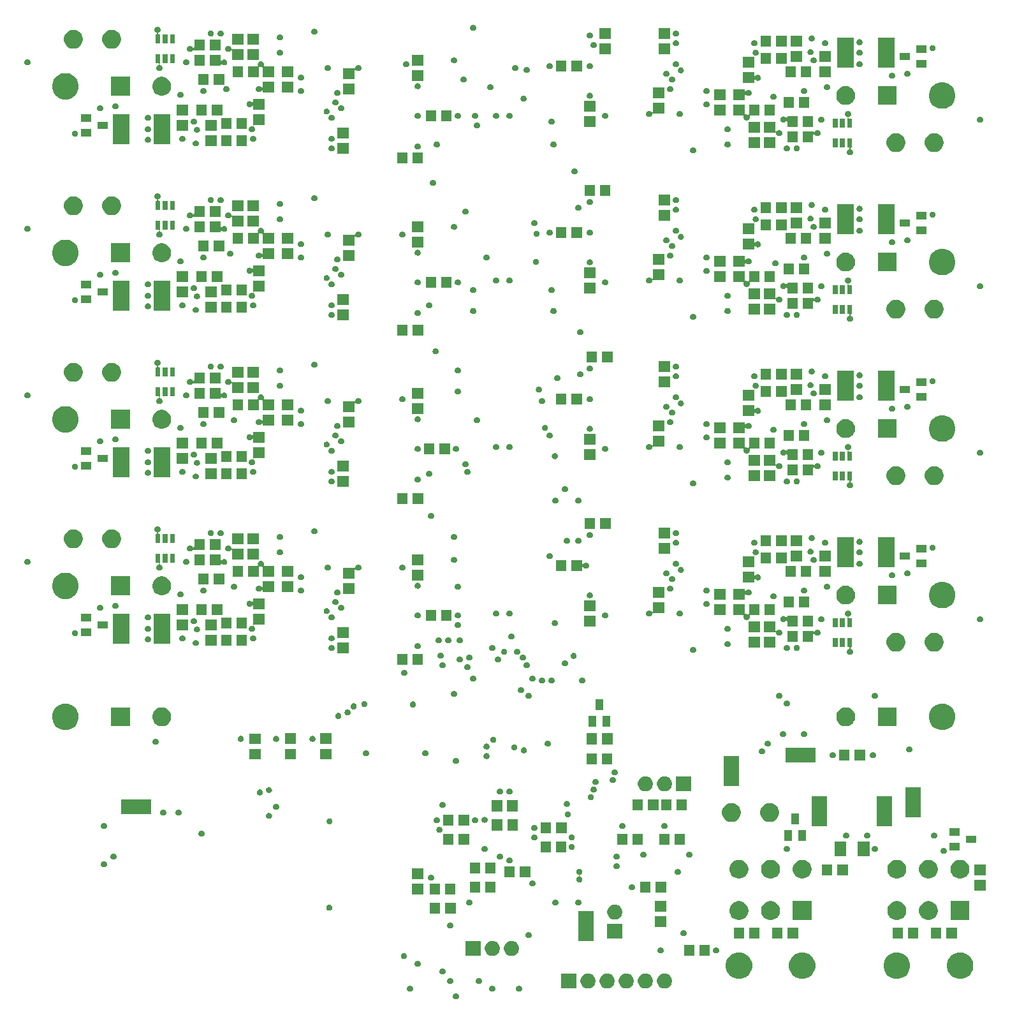
<source format=gbs>
G04 #@! TF.GenerationSoftware,KiCad,Pcbnew,(5.0.2)-1*
G04 #@! TF.CreationDate,2019-01-18T21:24:51-05:00*
G04 #@! TF.ProjectId,Slave,536c6176-652e-46b6-9963-61645f706362,rev?*
G04 #@! TF.SameCoordinates,Original*
G04 #@! TF.FileFunction,Soldermask,Bot*
G04 #@! TF.FilePolarity,Negative*
%FSLAX46Y46*%
G04 Gerber Fmt 4.6, Leading zero omitted, Abs format (unit mm)*
G04 Created by KiCad (PCBNEW (5.0.2)-1) date 1/18/2019 9:24:51 PM*
%MOMM*%
%LPD*%
G01*
G04 APERTURE LIST*
%ADD10C,0.100000*%
G04 APERTURE END LIST*
D10*
G36*
X147182676Y-175383372D02*
X147255468Y-175413523D01*
X147320989Y-175457303D01*
X147376697Y-175513011D01*
X147420477Y-175578532D01*
X147450628Y-175651324D01*
X147466000Y-175728604D01*
X147466000Y-175807396D01*
X147450628Y-175884676D01*
X147420477Y-175957468D01*
X147376697Y-176022989D01*
X147320989Y-176078697D01*
X147255468Y-176122477D01*
X147182676Y-176152628D01*
X147105397Y-176168000D01*
X147026603Y-176168000D01*
X146949324Y-176152628D01*
X146876532Y-176122477D01*
X146811011Y-176078697D01*
X146755303Y-176022989D01*
X146711523Y-175957468D01*
X146681372Y-175884676D01*
X146666000Y-175807396D01*
X146666000Y-175728604D01*
X146681372Y-175651324D01*
X146711523Y-175578532D01*
X146755303Y-175513011D01*
X146811011Y-175457303D01*
X146876532Y-175413523D01*
X146949324Y-175383372D01*
X147026603Y-175368000D01*
X147105397Y-175368000D01*
X147182676Y-175383372D01*
X147182676Y-175383372D01*
G37*
G36*
X155564676Y-174367372D02*
X155637468Y-174397523D01*
X155702989Y-174441303D01*
X155758697Y-174497011D01*
X155802477Y-174562532D01*
X155832628Y-174635324D01*
X155848000Y-174712604D01*
X155848000Y-174791396D01*
X155832628Y-174868676D01*
X155802477Y-174941468D01*
X155758697Y-175006989D01*
X155702989Y-175062697D01*
X155637468Y-175106477D01*
X155564676Y-175136628D01*
X155487397Y-175152000D01*
X155408603Y-175152000D01*
X155331324Y-175136628D01*
X155258532Y-175106477D01*
X155193011Y-175062697D01*
X155137303Y-175006989D01*
X155093523Y-174941468D01*
X155063372Y-174868676D01*
X155048000Y-174791396D01*
X155048000Y-174712604D01*
X155063372Y-174635324D01*
X155093523Y-174562532D01*
X155137303Y-174497011D01*
X155193011Y-174441303D01*
X155258532Y-174397523D01*
X155331324Y-174367372D01*
X155408603Y-174352000D01*
X155487397Y-174352000D01*
X155564676Y-174367372D01*
X155564676Y-174367372D01*
G37*
G36*
X152008676Y-174367372D02*
X152081468Y-174397523D01*
X152146989Y-174441303D01*
X152202697Y-174497011D01*
X152246477Y-174562532D01*
X152276628Y-174635324D01*
X152292000Y-174712604D01*
X152292000Y-174791396D01*
X152276628Y-174868676D01*
X152246477Y-174941468D01*
X152202697Y-175006989D01*
X152146989Y-175062697D01*
X152081468Y-175106477D01*
X152008676Y-175136628D01*
X151931397Y-175152000D01*
X151852603Y-175152000D01*
X151775324Y-175136628D01*
X151702532Y-175106477D01*
X151637011Y-175062697D01*
X151581303Y-175006989D01*
X151537523Y-174941468D01*
X151507372Y-174868676D01*
X151492000Y-174791396D01*
X151492000Y-174712604D01*
X151507372Y-174635324D01*
X151537523Y-174562532D01*
X151581303Y-174497011D01*
X151637011Y-174441303D01*
X151702532Y-174397523D01*
X151775324Y-174367372D01*
X151852603Y-174352000D01*
X151931397Y-174352000D01*
X152008676Y-174367372D01*
X152008676Y-174367372D01*
G37*
G36*
X141086676Y-174367372D02*
X141159468Y-174397523D01*
X141224989Y-174441303D01*
X141280697Y-174497011D01*
X141324477Y-174562532D01*
X141354628Y-174635324D01*
X141370000Y-174712604D01*
X141370000Y-174791396D01*
X141354628Y-174868676D01*
X141324477Y-174941468D01*
X141280697Y-175006989D01*
X141224989Y-175062697D01*
X141159468Y-175106477D01*
X141086676Y-175136628D01*
X141009397Y-175152000D01*
X140930603Y-175152000D01*
X140853324Y-175136628D01*
X140780532Y-175106477D01*
X140715011Y-175062697D01*
X140659303Y-175006989D01*
X140615523Y-174941468D01*
X140585372Y-174868676D01*
X140570000Y-174791396D01*
X140570000Y-174712604D01*
X140585372Y-174635324D01*
X140615523Y-174562532D01*
X140659303Y-174497011D01*
X140715011Y-174441303D01*
X140780532Y-174397523D01*
X140853324Y-174367372D01*
X140930603Y-174352000D01*
X141009397Y-174352000D01*
X141086676Y-174367372D01*
X141086676Y-174367372D01*
G37*
G36*
X169847770Y-172751372D02*
X169963689Y-172774429D01*
X170145678Y-172849811D01*
X170309463Y-172959249D01*
X170448751Y-173098537D01*
X170558189Y-173262322D01*
X170633571Y-173444311D01*
X170672000Y-173637509D01*
X170672000Y-173834491D01*
X170633571Y-174027689D01*
X170558189Y-174209678D01*
X170448751Y-174373463D01*
X170309463Y-174512751D01*
X170145678Y-174622189D01*
X169963689Y-174697571D01*
X169847770Y-174720628D01*
X169770493Y-174736000D01*
X169573507Y-174736000D01*
X169496230Y-174720628D01*
X169380311Y-174697571D01*
X169198322Y-174622189D01*
X169034537Y-174512751D01*
X168895249Y-174373463D01*
X168785811Y-174209678D01*
X168710429Y-174027689D01*
X168672000Y-173834491D01*
X168672000Y-173637509D01*
X168710429Y-173444311D01*
X168785811Y-173262322D01*
X168895249Y-173098537D01*
X169034537Y-172959249D01*
X169198322Y-172849811D01*
X169380311Y-172774429D01*
X169496230Y-172751372D01*
X169573507Y-172736000D01*
X169770493Y-172736000D01*
X169847770Y-172751372D01*
X169847770Y-172751372D01*
G37*
G36*
X167307770Y-172751372D02*
X167423689Y-172774429D01*
X167605678Y-172849811D01*
X167769463Y-172959249D01*
X167908751Y-173098537D01*
X168018189Y-173262322D01*
X168093571Y-173444311D01*
X168132000Y-173637509D01*
X168132000Y-173834491D01*
X168093571Y-174027689D01*
X168018189Y-174209678D01*
X167908751Y-174373463D01*
X167769463Y-174512751D01*
X167605678Y-174622189D01*
X167423689Y-174697571D01*
X167307770Y-174720628D01*
X167230493Y-174736000D01*
X167033507Y-174736000D01*
X166956230Y-174720628D01*
X166840311Y-174697571D01*
X166658322Y-174622189D01*
X166494537Y-174512751D01*
X166355249Y-174373463D01*
X166245811Y-174209678D01*
X166170429Y-174027689D01*
X166132000Y-173834491D01*
X166132000Y-173637509D01*
X166170429Y-173444311D01*
X166245811Y-173262322D01*
X166355249Y-173098537D01*
X166494537Y-172959249D01*
X166658322Y-172849811D01*
X166840311Y-172774429D01*
X166956230Y-172751372D01*
X167033507Y-172736000D01*
X167230493Y-172736000D01*
X167307770Y-172751372D01*
X167307770Y-172751372D01*
G37*
G36*
X164767770Y-172751372D02*
X164883689Y-172774429D01*
X165065678Y-172849811D01*
X165229463Y-172959249D01*
X165368751Y-173098537D01*
X165478189Y-173262322D01*
X165553571Y-173444311D01*
X165592000Y-173637509D01*
X165592000Y-173834491D01*
X165553571Y-174027689D01*
X165478189Y-174209678D01*
X165368751Y-174373463D01*
X165229463Y-174512751D01*
X165065678Y-174622189D01*
X164883689Y-174697571D01*
X164767770Y-174720628D01*
X164690493Y-174736000D01*
X164493507Y-174736000D01*
X164416230Y-174720628D01*
X164300311Y-174697571D01*
X164118322Y-174622189D01*
X163954537Y-174512751D01*
X163815249Y-174373463D01*
X163705811Y-174209678D01*
X163630429Y-174027689D01*
X163592000Y-173834491D01*
X163592000Y-173637509D01*
X163630429Y-173444311D01*
X163705811Y-173262322D01*
X163815249Y-173098537D01*
X163954537Y-172959249D01*
X164118322Y-172849811D01*
X164300311Y-172774429D01*
X164416230Y-172751372D01*
X164493507Y-172736000D01*
X164690493Y-172736000D01*
X164767770Y-172751372D01*
X164767770Y-172751372D01*
G37*
G36*
X174927770Y-172751372D02*
X175043689Y-172774429D01*
X175225678Y-172849811D01*
X175389463Y-172959249D01*
X175528751Y-173098537D01*
X175638189Y-173262322D01*
X175713571Y-173444311D01*
X175752000Y-173637509D01*
X175752000Y-173834491D01*
X175713571Y-174027689D01*
X175638189Y-174209678D01*
X175528751Y-174373463D01*
X175389463Y-174512751D01*
X175225678Y-174622189D01*
X175043689Y-174697571D01*
X174927770Y-174720628D01*
X174850493Y-174736000D01*
X174653507Y-174736000D01*
X174576230Y-174720628D01*
X174460311Y-174697571D01*
X174278322Y-174622189D01*
X174114537Y-174512751D01*
X173975249Y-174373463D01*
X173865811Y-174209678D01*
X173790429Y-174027689D01*
X173752000Y-173834491D01*
X173752000Y-173637509D01*
X173790429Y-173444311D01*
X173865811Y-173262322D01*
X173975249Y-173098537D01*
X174114537Y-172959249D01*
X174278322Y-172849811D01*
X174460311Y-172774429D01*
X174576230Y-172751372D01*
X174653507Y-172736000D01*
X174850493Y-172736000D01*
X174927770Y-172751372D01*
X174927770Y-172751372D01*
G37*
G36*
X163052000Y-174736000D02*
X161052000Y-174736000D01*
X161052000Y-172736000D01*
X163052000Y-172736000D01*
X163052000Y-174736000D01*
X163052000Y-174736000D01*
G37*
G36*
X172387770Y-172751372D02*
X172503689Y-172774429D01*
X172685678Y-172849811D01*
X172849463Y-172959249D01*
X172988751Y-173098537D01*
X173098189Y-173262322D01*
X173173571Y-173444311D01*
X173212000Y-173637509D01*
X173212000Y-173834491D01*
X173173571Y-174027689D01*
X173098189Y-174209678D01*
X172988751Y-174373463D01*
X172849463Y-174512751D01*
X172685678Y-174622189D01*
X172503689Y-174697571D01*
X172387770Y-174720628D01*
X172310493Y-174736000D01*
X172113507Y-174736000D01*
X172036230Y-174720628D01*
X171920311Y-174697571D01*
X171738322Y-174622189D01*
X171574537Y-174512751D01*
X171435249Y-174373463D01*
X171325811Y-174209678D01*
X171250429Y-174027689D01*
X171212000Y-173834491D01*
X171212000Y-173637509D01*
X171250429Y-173444311D01*
X171325811Y-173262322D01*
X171435249Y-173098537D01*
X171574537Y-172959249D01*
X171738322Y-172849811D01*
X171920311Y-172774429D01*
X172036230Y-172751372D01*
X172113507Y-172736000D01*
X172310493Y-172736000D01*
X172387770Y-172751372D01*
X172387770Y-172751372D01*
G37*
G36*
X150230666Y-173351372D02*
X150303458Y-173381523D01*
X150368979Y-173425303D01*
X150424687Y-173481011D01*
X150468467Y-173546532D01*
X150498618Y-173619324D01*
X150513990Y-173696604D01*
X150513990Y-173775396D01*
X150498618Y-173852676D01*
X150468467Y-173925468D01*
X150424687Y-173990989D01*
X150368979Y-174046697D01*
X150303458Y-174090477D01*
X150230666Y-174120628D01*
X150153387Y-174136000D01*
X150074593Y-174136000D01*
X149997314Y-174120628D01*
X149924522Y-174090477D01*
X149859001Y-174046697D01*
X149803293Y-173990989D01*
X149759513Y-173925468D01*
X149729362Y-173852676D01*
X149713990Y-173775396D01*
X149713990Y-173696604D01*
X149729362Y-173619324D01*
X149759513Y-173546532D01*
X149803293Y-173481011D01*
X149859001Y-173425303D01*
X149924522Y-173381523D01*
X149997314Y-173351372D01*
X150074593Y-173336000D01*
X150153387Y-173336000D01*
X150230666Y-173351372D01*
X150230666Y-173351372D01*
G37*
G36*
X146420676Y-173351372D02*
X146493468Y-173381523D01*
X146558989Y-173425303D01*
X146614697Y-173481011D01*
X146658477Y-173546532D01*
X146688628Y-173619324D01*
X146704000Y-173696604D01*
X146704000Y-173775396D01*
X146688628Y-173852676D01*
X146658477Y-173925468D01*
X146614697Y-173990989D01*
X146558989Y-174046697D01*
X146493468Y-174090477D01*
X146420676Y-174120628D01*
X146343397Y-174136000D01*
X146264603Y-174136000D01*
X146187324Y-174120628D01*
X146114532Y-174090477D01*
X146049011Y-174046697D01*
X145993303Y-173990989D01*
X145949523Y-173925468D01*
X145919372Y-173852676D01*
X145904000Y-173775396D01*
X145904000Y-173696604D01*
X145919372Y-173619324D01*
X145949523Y-173546532D01*
X145993303Y-173481011D01*
X146049011Y-173425303D01*
X146114532Y-173381523D01*
X146187324Y-173351372D01*
X146264603Y-173336000D01*
X146343397Y-173336000D01*
X146420676Y-173351372D01*
X146420676Y-173351372D01*
G37*
G36*
X193377149Y-169982700D02*
X193551623Y-170017405D01*
X193870831Y-170149625D01*
X194102152Y-170304189D01*
X194158113Y-170341581D01*
X194402419Y-170585887D01*
X194402421Y-170585890D01*
X194594375Y-170873169D01*
X194726595Y-171192377D01*
X194794000Y-171531246D01*
X194794000Y-171876754D01*
X194726595Y-172215623D01*
X194594375Y-172534831D01*
X194403512Y-172820477D01*
X194402419Y-172822113D01*
X194158113Y-173066419D01*
X194158110Y-173066421D01*
X193870831Y-173258375D01*
X193551623Y-173390595D01*
X193382189Y-173424297D01*
X193212755Y-173458000D01*
X192867245Y-173458000D01*
X192697811Y-173424297D01*
X192528377Y-173390595D01*
X192209169Y-173258375D01*
X191921890Y-173066421D01*
X191921887Y-173066419D01*
X191677581Y-172822113D01*
X191676488Y-172820477D01*
X191485625Y-172534831D01*
X191353405Y-172215623D01*
X191286000Y-171876754D01*
X191286000Y-171531246D01*
X191353405Y-171192377D01*
X191485625Y-170873169D01*
X191677579Y-170585890D01*
X191677581Y-170585887D01*
X191921887Y-170341581D01*
X191977848Y-170304189D01*
X192209169Y-170149625D01*
X192528377Y-170017405D01*
X192702851Y-169982700D01*
X192867245Y-169950000D01*
X193212755Y-169950000D01*
X193377149Y-169982700D01*
X193377149Y-169982700D01*
G37*
G36*
X214341149Y-169982700D02*
X214515623Y-170017405D01*
X214834831Y-170149625D01*
X215066152Y-170304189D01*
X215122113Y-170341581D01*
X215366419Y-170585887D01*
X215366421Y-170585890D01*
X215558375Y-170873169D01*
X215690595Y-171192377D01*
X215758000Y-171531246D01*
X215758000Y-171876754D01*
X215690595Y-172215623D01*
X215558375Y-172534831D01*
X215367512Y-172820477D01*
X215366419Y-172822113D01*
X215122113Y-173066419D01*
X215122110Y-173066421D01*
X214834831Y-173258375D01*
X214515623Y-173390595D01*
X214346189Y-173424297D01*
X214176755Y-173458000D01*
X213831245Y-173458000D01*
X213661811Y-173424297D01*
X213492377Y-173390595D01*
X213173169Y-173258375D01*
X212885890Y-173066421D01*
X212885887Y-173066419D01*
X212641581Y-172822113D01*
X212640488Y-172820477D01*
X212449625Y-172534831D01*
X212317405Y-172215623D01*
X212250000Y-171876754D01*
X212250000Y-171531246D01*
X212317405Y-171192377D01*
X212449625Y-170873169D01*
X212641579Y-170585890D01*
X212641581Y-170585887D01*
X212885887Y-170341581D01*
X212941848Y-170304189D01*
X213173169Y-170149625D01*
X213492377Y-170017405D01*
X213666851Y-169982700D01*
X213831245Y-169950000D01*
X214176755Y-169950000D01*
X214341149Y-169982700D01*
X214341149Y-169982700D01*
G37*
G36*
X205941149Y-169982700D02*
X206115623Y-170017405D01*
X206434831Y-170149625D01*
X206666152Y-170304189D01*
X206722113Y-170341581D01*
X206966419Y-170585887D01*
X206966421Y-170585890D01*
X207158375Y-170873169D01*
X207290595Y-171192377D01*
X207358000Y-171531246D01*
X207358000Y-171876754D01*
X207290595Y-172215623D01*
X207158375Y-172534831D01*
X206967512Y-172820477D01*
X206966419Y-172822113D01*
X206722113Y-173066419D01*
X206722110Y-173066421D01*
X206434831Y-173258375D01*
X206115623Y-173390595D01*
X205946189Y-173424297D01*
X205776755Y-173458000D01*
X205431245Y-173458000D01*
X205261811Y-173424297D01*
X205092377Y-173390595D01*
X204773169Y-173258375D01*
X204485890Y-173066421D01*
X204485887Y-173066419D01*
X204241581Y-172822113D01*
X204240488Y-172820477D01*
X204049625Y-172534831D01*
X203917405Y-172215623D01*
X203850000Y-171876754D01*
X203850000Y-171531246D01*
X203917405Y-171192377D01*
X204049625Y-170873169D01*
X204241579Y-170585890D01*
X204241581Y-170585887D01*
X204485887Y-170341581D01*
X204541848Y-170304189D01*
X204773169Y-170149625D01*
X205092377Y-170017405D01*
X205266851Y-169982700D01*
X205431245Y-169950000D01*
X205776755Y-169950000D01*
X205941149Y-169982700D01*
X205941149Y-169982700D01*
G37*
G36*
X184977149Y-169982700D02*
X185151623Y-170017405D01*
X185470831Y-170149625D01*
X185702152Y-170304189D01*
X185758113Y-170341581D01*
X186002419Y-170585887D01*
X186002421Y-170585890D01*
X186194375Y-170873169D01*
X186326595Y-171192377D01*
X186394000Y-171531246D01*
X186394000Y-171876754D01*
X186326595Y-172215623D01*
X186194375Y-172534831D01*
X186003512Y-172820477D01*
X186002419Y-172822113D01*
X185758113Y-173066419D01*
X185758110Y-173066421D01*
X185470831Y-173258375D01*
X185151623Y-173390595D01*
X184982189Y-173424297D01*
X184812755Y-173458000D01*
X184467245Y-173458000D01*
X184297811Y-173424297D01*
X184128377Y-173390595D01*
X183809169Y-173258375D01*
X183521890Y-173066421D01*
X183521887Y-173066419D01*
X183277581Y-172822113D01*
X183276488Y-172820477D01*
X183085625Y-172534831D01*
X182953405Y-172215623D01*
X182886000Y-171876754D01*
X182886000Y-171531246D01*
X182953405Y-171192377D01*
X183085625Y-170873169D01*
X183277579Y-170585890D01*
X183277581Y-170585887D01*
X183521887Y-170341581D01*
X183577848Y-170304189D01*
X183809169Y-170149625D01*
X184128377Y-170017405D01*
X184302851Y-169982700D01*
X184467245Y-169950000D01*
X184812755Y-169950000D01*
X184977149Y-169982700D01*
X184977149Y-169982700D01*
G37*
G36*
X145404676Y-172081374D02*
X145477468Y-172111525D01*
X145542989Y-172155305D01*
X145598697Y-172211013D01*
X145598699Y-172211016D01*
X145598700Y-172211017D01*
X145642475Y-172276531D01*
X145642477Y-172276534D01*
X145672628Y-172349326D01*
X145688000Y-172426605D01*
X145688000Y-172505399D01*
X145672628Y-172582678D01*
X145642477Y-172655470D01*
X145598697Y-172720991D01*
X145542989Y-172776699D01*
X145477468Y-172820479D01*
X145406653Y-172849811D01*
X145404676Y-172850630D01*
X145327397Y-172866002D01*
X145248603Y-172866002D01*
X145171324Y-172850630D01*
X145169347Y-172849811D01*
X145098532Y-172820479D01*
X145033011Y-172776699D01*
X144977303Y-172720991D01*
X144933523Y-172655470D01*
X144903372Y-172582678D01*
X144888000Y-172505399D01*
X144888000Y-172426605D01*
X144903372Y-172349326D01*
X144933523Y-172276534D01*
X144933525Y-172276531D01*
X144977300Y-172211017D01*
X144977301Y-172211016D01*
X144977303Y-172211013D01*
X145033011Y-172155305D01*
X145098532Y-172111525D01*
X145171324Y-172081374D01*
X145248603Y-172066002D01*
X145327397Y-172066002D01*
X145404676Y-172081374D01*
X145404676Y-172081374D01*
G37*
G36*
X142102676Y-171065372D02*
X142175468Y-171095523D01*
X142240989Y-171139303D01*
X142296697Y-171195011D01*
X142340477Y-171260532D01*
X142370628Y-171333324D01*
X142386000Y-171410603D01*
X142386000Y-171489397D01*
X142370628Y-171566676D01*
X142340477Y-171639468D01*
X142296697Y-171704989D01*
X142240989Y-171760697D01*
X142175468Y-171804477D01*
X142102676Y-171834628D01*
X142025397Y-171850000D01*
X141946603Y-171850000D01*
X141869324Y-171834628D01*
X141796532Y-171804477D01*
X141731011Y-171760697D01*
X141675303Y-171704989D01*
X141631523Y-171639468D01*
X141601372Y-171566676D01*
X141586000Y-171489397D01*
X141586000Y-171410603D01*
X141601372Y-171333324D01*
X141631523Y-171260532D01*
X141675303Y-171195011D01*
X141731011Y-171139303D01*
X141796532Y-171095523D01*
X141869324Y-171065372D01*
X141946603Y-171050000D01*
X142025397Y-171050000D01*
X142102676Y-171065372D01*
X142102676Y-171065372D01*
G37*
G36*
X140261177Y-170049371D02*
X140333969Y-170079522D01*
X140399490Y-170123302D01*
X140455198Y-170179010D01*
X140498978Y-170244531D01*
X140529129Y-170317323D01*
X140544501Y-170394603D01*
X140544501Y-170473395D01*
X140529129Y-170550675D01*
X140498978Y-170623467D01*
X140455198Y-170688988D01*
X140399490Y-170744696D01*
X140333969Y-170788476D01*
X140261177Y-170818627D01*
X140183898Y-170833999D01*
X140105104Y-170833999D01*
X140027825Y-170818627D01*
X139955033Y-170788476D01*
X139889512Y-170744696D01*
X139833804Y-170688988D01*
X139790024Y-170623467D01*
X139759873Y-170550675D01*
X139744501Y-170473395D01*
X139744501Y-170394603D01*
X139759873Y-170317323D01*
X139790024Y-170244531D01*
X139833804Y-170179010D01*
X139889512Y-170123302D01*
X139955033Y-170079522D01*
X140027825Y-170049371D01*
X140105104Y-170033999D01*
X140183898Y-170033999D01*
X140261177Y-170049371D01*
X140261177Y-170049371D01*
G37*
G36*
X180786000Y-170422000D02*
X179386000Y-170422000D01*
X179386000Y-168922000D01*
X180786000Y-168922000D01*
X180786000Y-170422000D01*
X180786000Y-170422000D01*
G37*
G36*
X178736000Y-170422000D02*
X177336000Y-170422000D01*
X177336000Y-168922000D01*
X178736000Y-168922000D01*
X178736000Y-170422000D01*
X178736000Y-170422000D01*
G37*
G36*
X154600875Y-168432000D02*
X154723689Y-168456429D01*
X154905678Y-168531811D01*
X155069463Y-168641249D01*
X155208751Y-168780537D01*
X155318189Y-168944322D01*
X155393571Y-169126311D01*
X155416628Y-169242230D01*
X155431606Y-169317525D01*
X155432000Y-169319509D01*
X155432000Y-169516491D01*
X155393571Y-169709689D01*
X155318189Y-169891678D01*
X155208751Y-170055463D01*
X155069463Y-170194751D01*
X154905678Y-170304189D01*
X154723689Y-170379571D01*
X154607770Y-170402628D01*
X154530493Y-170418000D01*
X154333507Y-170418000D01*
X154256230Y-170402628D01*
X154140311Y-170379571D01*
X153958322Y-170304189D01*
X153794537Y-170194751D01*
X153655249Y-170055463D01*
X153545811Y-169891678D01*
X153470429Y-169709689D01*
X153432000Y-169516491D01*
X153432000Y-169319509D01*
X153432395Y-169317525D01*
X153447372Y-169242230D01*
X153470429Y-169126311D01*
X153545811Y-168944322D01*
X153655249Y-168780537D01*
X153794537Y-168641249D01*
X153958322Y-168531811D01*
X154140311Y-168456429D01*
X154263125Y-168432000D01*
X154333507Y-168418000D01*
X154530493Y-168418000D01*
X154600875Y-168432000D01*
X154600875Y-168432000D01*
G37*
G36*
X150352000Y-170418000D02*
X148352000Y-170418000D01*
X148352000Y-168418000D01*
X150352000Y-168418000D01*
X150352000Y-170418000D01*
X150352000Y-170418000D01*
G37*
G36*
X152060875Y-168432000D02*
X152183689Y-168456429D01*
X152365678Y-168531811D01*
X152529463Y-168641249D01*
X152668751Y-168780537D01*
X152778189Y-168944322D01*
X152853571Y-169126311D01*
X152876628Y-169242230D01*
X152891606Y-169317525D01*
X152892000Y-169319509D01*
X152892000Y-169516491D01*
X152853571Y-169709689D01*
X152778189Y-169891678D01*
X152668751Y-170055463D01*
X152529463Y-170194751D01*
X152365678Y-170304189D01*
X152183689Y-170379571D01*
X152067770Y-170402628D01*
X151990493Y-170418000D01*
X151793507Y-170418000D01*
X151716230Y-170402628D01*
X151600311Y-170379571D01*
X151418322Y-170304189D01*
X151254537Y-170194751D01*
X151115249Y-170055463D01*
X151005811Y-169891678D01*
X150930429Y-169709689D01*
X150892000Y-169516491D01*
X150892000Y-169319509D01*
X150892395Y-169317525D01*
X150907372Y-169242230D01*
X150930429Y-169126311D01*
X151005811Y-168944322D01*
X151115249Y-168780537D01*
X151254537Y-168641249D01*
X151418322Y-168531811D01*
X151600311Y-168456429D01*
X151723125Y-168432000D01*
X151793507Y-168418000D01*
X151990493Y-168418000D01*
X152060875Y-168432000D01*
X152060875Y-168432000D01*
G37*
G36*
X181726676Y-169287372D02*
X181799468Y-169317523D01*
X181864989Y-169361303D01*
X181920697Y-169417011D01*
X181964477Y-169482532D01*
X181994628Y-169555324D01*
X182010000Y-169632604D01*
X182010000Y-169711396D01*
X181994628Y-169788676D01*
X181964477Y-169861468D01*
X181920697Y-169926989D01*
X181864989Y-169982697D01*
X181799468Y-170026477D01*
X181744196Y-170049371D01*
X181726676Y-170056628D01*
X181649397Y-170072000D01*
X181570603Y-170072000D01*
X181493324Y-170056628D01*
X181475804Y-170049371D01*
X181420532Y-170026477D01*
X181355011Y-169982697D01*
X181299303Y-169926989D01*
X181255523Y-169861468D01*
X181225372Y-169788676D01*
X181210000Y-169711396D01*
X181210000Y-169632604D01*
X181225372Y-169555324D01*
X181255523Y-169482532D01*
X181299303Y-169417011D01*
X181355011Y-169361303D01*
X181420532Y-169317523D01*
X181493324Y-169287372D01*
X181570603Y-169272000D01*
X181649397Y-169272000D01*
X181726676Y-169287372D01*
X181726676Y-169287372D01*
G37*
G36*
X174360676Y-169287372D02*
X174433468Y-169317523D01*
X174498989Y-169361303D01*
X174554697Y-169417011D01*
X174598477Y-169482532D01*
X174628628Y-169555324D01*
X174644000Y-169632604D01*
X174644000Y-169711396D01*
X174628628Y-169788676D01*
X174598477Y-169861468D01*
X174554697Y-169926989D01*
X174498989Y-169982697D01*
X174433468Y-170026477D01*
X174378196Y-170049371D01*
X174360676Y-170056628D01*
X174283397Y-170072000D01*
X174204603Y-170072000D01*
X174127324Y-170056628D01*
X174109804Y-170049371D01*
X174054532Y-170026477D01*
X173989011Y-169982697D01*
X173933303Y-169926989D01*
X173889523Y-169861468D01*
X173859372Y-169788676D01*
X173844000Y-169711396D01*
X173844000Y-169632604D01*
X173859372Y-169555324D01*
X173889523Y-169482532D01*
X173933303Y-169417011D01*
X173989011Y-169361303D01*
X174054532Y-169317523D01*
X174127324Y-169287372D01*
X174204603Y-169272000D01*
X174283397Y-169272000D01*
X174360676Y-169287372D01*
X174360676Y-169287372D01*
G37*
G36*
X165338000Y-168432000D02*
X163338000Y-168432000D01*
X163338000Y-164432000D01*
X165338000Y-164432000D01*
X165338000Y-168432000D01*
X165338000Y-168432000D01*
G37*
G36*
X190438000Y-168136000D02*
X189038000Y-168136000D01*
X189038000Y-166636000D01*
X190438000Y-166636000D01*
X190438000Y-168136000D01*
X190438000Y-168136000D01*
G37*
G36*
X192488000Y-168136000D02*
X191088000Y-168136000D01*
X191088000Y-166636000D01*
X192488000Y-166636000D01*
X192488000Y-168136000D01*
X192488000Y-168136000D01*
G37*
G36*
X185340000Y-168136000D02*
X183940000Y-168136000D01*
X183940000Y-166636000D01*
X185340000Y-166636000D01*
X185340000Y-168136000D01*
X185340000Y-168136000D01*
G37*
G36*
X187390000Y-168136000D02*
X185990000Y-168136000D01*
X185990000Y-166636000D01*
X187390000Y-166636000D01*
X187390000Y-168136000D01*
X187390000Y-168136000D01*
G37*
G36*
X211520000Y-168136000D02*
X210120000Y-168136000D01*
X210120000Y-166636000D01*
X211520000Y-166636000D01*
X211520000Y-168136000D01*
X211520000Y-168136000D01*
G37*
G36*
X206422000Y-168136000D02*
X205022000Y-168136000D01*
X205022000Y-166636000D01*
X206422000Y-166636000D01*
X206422000Y-168136000D01*
X206422000Y-168136000D01*
G37*
G36*
X208472000Y-168136000D02*
X207072000Y-168136000D01*
X207072000Y-166636000D01*
X208472000Y-166636000D01*
X208472000Y-168136000D01*
X208472000Y-168136000D01*
G37*
G36*
X213570000Y-168136000D02*
X212170000Y-168136000D01*
X212170000Y-166636000D01*
X213570000Y-166636000D01*
X213570000Y-168136000D01*
X213570000Y-168136000D01*
G37*
G36*
X169148000Y-168132000D02*
X167148000Y-168132000D01*
X167148000Y-166132000D01*
X169148000Y-166132000D01*
X169148000Y-168132000D01*
X169148000Y-168132000D01*
G37*
G36*
X156834676Y-167255372D02*
X156907468Y-167285523D01*
X156972989Y-167329303D01*
X157028697Y-167385011D01*
X157072477Y-167450532D01*
X157102628Y-167523324D01*
X157118000Y-167600604D01*
X157118000Y-167679396D01*
X157102628Y-167756676D01*
X157072477Y-167829468D01*
X157028697Y-167894989D01*
X156972989Y-167950697D01*
X156907468Y-167994477D01*
X156834676Y-168024628D01*
X156757397Y-168040000D01*
X156678603Y-168040000D01*
X156601324Y-168024628D01*
X156528532Y-167994477D01*
X156463011Y-167950697D01*
X156407303Y-167894989D01*
X156363523Y-167829468D01*
X156333372Y-167756676D01*
X156318000Y-167679396D01*
X156318000Y-167600604D01*
X156333372Y-167523324D01*
X156363523Y-167450532D01*
X156407303Y-167385011D01*
X156463011Y-167329303D01*
X156528532Y-167285523D01*
X156601324Y-167255372D01*
X156678603Y-167240000D01*
X156757397Y-167240000D01*
X156834676Y-167255372D01*
X156834676Y-167255372D01*
G37*
G36*
X177408676Y-167001372D02*
X177481468Y-167031523D01*
X177546989Y-167075303D01*
X177602697Y-167131011D01*
X177646477Y-167196532D01*
X177676628Y-167269324D01*
X177692000Y-167346604D01*
X177692000Y-167425396D01*
X177676628Y-167502676D01*
X177646477Y-167575468D01*
X177602697Y-167640989D01*
X177546989Y-167696697D01*
X177481468Y-167740477D01*
X177408676Y-167770628D01*
X177331397Y-167786000D01*
X177252603Y-167786000D01*
X177175324Y-167770628D01*
X177102532Y-167740477D01*
X177037011Y-167696697D01*
X176981303Y-167640989D01*
X176937523Y-167575468D01*
X176907372Y-167502676D01*
X176892000Y-167425396D01*
X176892000Y-167346604D01*
X176907372Y-167269324D01*
X176937523Y-167196532D01*
X176981303Y-167131011D01*
X177037011Y-167075303D01*
X177102532Y-167031523D01*
X177175324Y-167001372D01*
X177252603Y-166986000D01*
X177331397Y-166986000D01*
X177408676Y-167001372D01*
X177408676Y-167001372D01*
G37*
G36*
X146420676Y-165985372D02*
X146493468Y-166015523D01*
X146558989Y-166059303D01*
X146614697Y-166115011D01*
X146658477Y-166180532D01*
X146688628Y-166253324D01*
X146704000Y-166330604D01*
X146704000Y-166409396D01*
X146688628Y-166486676D01*
X146658477Y-166559468D01*
X146614697Y-166624989D01*
X146558989Y-166680697D01*
X146493468Y-166724477D01*
X146420676Y-166754628D01*
X146343397Y-166770000D01*
X146264603Y-166770000D01*
X146187324Y-166754628D01*
X146114532Y-166724477D01*
X146049011Y-166680697D01*
X145993303Y-166624989D01*
X145949523Y-166559468D01*
X145919372Y-166486676D01*
X145904000Y-166409396D01*
X145904000Y-166330604D01*
X145919372Y-166253324D01*
X145949523Y-166180532D01*
X145993303Y-166115011D01*
X146049011Y-166059303D01*
X146114532Y-166015523D01*
X146187324Y-165985372D01*
X146264603Y-165970000D01*
X146343397Y-165970000D01*
X146420676Y-165985372D01*
X146420676Y-165985372D01*
G37*
G36*
X174994000Y-166562000D02*
X173494000Y-166562000D01*
X173494000Y-165162000D01*
X174994000Y-165162000D01*
X174994000Y-166562000D01*
X174994000Y-166562000D01*
G37*
G36*
X215254000Y-165654000D02*
X212754000Y-165654000D01*
X212754000Y-163154000D01*
X215254000Y-163154000D01*
X215254000Y-165654000D01*
X215254000Y-165654000D01*
G37*
G36*
X185004612Y-163202037D02*
X185232096Y-163296264D01*
X185436831Y-163433064D01*
X185610936Y-163607169D01*
X185747736Y-163811904D01*
X185841963Y-164039388D01*
X185890000Y-164280885D01*
X185890000Y-164527115D01*
X185841963Y-164768612D01*
X185747736Y-164996096D01*
X185610936Y-165200831D01*
X185436831Y-165374936D01*
X185232096Y-165511736D01*
X185004612Y-165605963D01*
X184763115Y-165654000D01*
X184516885Y-165654000D01*
X184275388Y-165605963D01*
X184047904Y-165511736D01*
X183843169Y-165374936D01*
X183669064Y-165200831D01*
X183532264Y-164996096D01*
X183438037Y-164768612D01*
X183390000Y-164527115D01*
X183390000Y-164280885D01*
X183438037Y-164039388D01*
X183532264Y-163811904D01*
X183669064Y-163607169D01*
X183843169Y-163433064D01*
X184047904Y-163296264D01*
X184275388Y-163202037D01*
X184516885Y-163154000D01*
X184763115Y-163154000D01*
X185004612Y-163202037D01*
X185004612Y-163202037D01*
G37*
G36*
X194290000Y-165654000D02*
X191790000Y-165654000D01*
X191790000Y-163154000D01*
X194290000Y-163154000D01*
X194290000Y-165654000D01*
X194290000Y-165654000D01*
G37*
G36*
X205968612Y-163202037D02*
X206196096Y-163296264D01*
X206400831Y-163433064D01*
X206574936Y-163607169D01*
X206711736Y-163811904D01*
X206805963Y-164039388D01*
X206854000Y-164280885D01*
X206854000Y-164527115D01*
X206805963Y-164768612D01*
X206711736Y-164996096D01*
X206574936Y-165200831D01*
X206400831Y-165374936D01*
X206196096Y-165511736D01*
X205968612Y-165605963D01*
X205727115Y-165654000D01*
X205480885Y-165654000D01*
X205239388Y-165605963D01*
X205011904Y-165511736D01*
X204807169Y-165374936D01*
X204633064Y-165200831D01*
X204496264Y-164996096D01*
X204402037Y-164768612D01*
X204354000Y-164527115D01*
X204354000Y-164280885D01*
X204402037Y-164039388D01*
X204496264Y-163811904D01*
X204633064Y-163607169D01*
X204807169Y-163433064D01*
X205011904Y-163296264D01*
X205239388Y-163202037D01*
X205480885Y-163154000D01*
X205727115Y-163154000D01*
X205968612Y-163202037D01*
X205968612Y-163202037D01*
G37*
G36*
X210168612Y-163202037D02*
X210396096Y-163296264D01*
X210600831Y-163433064D01*
X210774936Y-163607169D01*
X210911736Y-163811904D01*
X211005963Y-164039388D01*
X211054000Y-164280885D01*
X211054000Y-164527115D01*
X211005963Y-164768612D01*
X210911736Y-164996096D01*
X210774936Y-165200831D01*
X210600831Y-165374936D01*
X210396096Y-165511736D01*
X210168612Y-165605963D01*
X209927115Y-165654000D01*
X209680885Y-165654000D01*
X209439388Y-165605963D01*
X209211904Y-165511736D01*
X209007169Y-165374936D01*
X208833064Y-165200831D01*
X208696264Y-164996096D01*
X208602037Y-164768612D01*
X208554000Y-164527115D01*
X208554000Y-164280885D01*
X208602037Y-164039388D01*
X208696264Y-163811904D01*
X208833064Y-163607169D01*
X209007169Y-163433064D01*
X209211904Y-163296264D01*
X209439388Y-163202037D01*
X209680885Y-163154000D01*
X209927115Y-163154000D01*
X210168612Y-163202037D01*
X210168612Y-163202037D01*
G37*
G36*
X189204612Y-163202037D02*
X189432096Y-163296264D01*
X189636831Y-163433064D01*
X189810936Y-163607169D01*
X189947736Y-163811904D01*
X190041963Y-164039388D01*
X190090000Y-164280885D01*
X190090000Y-164527115D01*
X190041963Y-164768612D01*
X189947736Y-164996096D01*
X189810936Y-165200831D01*
X189636831Y-165374936D01*
X189432096Y-165511736D01*
X189204612Y-165605963D01*
X188963115Y-165654000D01*
X188716885Y-165654000D01*
X188475388Y-165605963D01*
X188247904Y-165511736D01*
X188043169Y-165374936D01*
X187869064Y-165200831D01*
X187732264Y-164996096D01*
X187638037Y-164768612D01*
X187590000Y-164527115D01*
X187590000Y-164280885D01*
X187638037Y-164039388D01*
X187732264Y-163811904D01*
X187869064Y-163607169D01*
X188043169Y-163433064D01*
X188247904Y-163296264D01*
X188475388Y-163202037D01*
X188716885Y-163154000D01*
X188963115Y-163154000D01*
X189204612Y-163202037D01*
X189204612Y-163202037D01*
G37*
G36*
X168322752Y-163607169D02*
X168439689Y-163630429D01*
X168621678Y-163705811D01*
X168785463Y-163815249D01*
X168924751Y-163954537D01*
X169034189Y-164118322D01*
X169109571Y-164300311D01*
X169148000Y-164493509D01*
X169148000Y-164690491D01*
X169109571Y-164883689D01*
X169034189Y-165065678D01*
X168924751Y-165229463D01*
X168785463Y-165368751D01*
X168621678Y-165478189D01*
X168439689Y-165553571D01*
X168323770Y-165576628D01*
X168246493Y-165592000D01*
X168049507Y-165592000D01*
X167972230Y-165576628D01*
X167856311Y-165553571D01*
X167674322Y-165478189D01*
X167510537Y-165368751D01*
X167371249Y-165229463D01*
X167261811Y-165065678D01*
X167186429Y-164883689D01*
X167148000Y-164690491D01*
X167148000Y-164493509D01*
X167186429Y-164300311D01*
X167261811Y-164118322D01*
X167371249Y-163954537D01*
X167510537Y-163815249D01*
X167674322Y-163705811D01*
X167856311Y-163630429D01*
X167973248Y-163607169D01*
X168049507Y-163592000D01*
X168246493Y-163592000D01*
X168322752Y-163607169D01*
X168322752Y-163607169D01*
G37*
G36*
X147022000Y-164834000D02*
X145622000Y-164834000D01*
X145622000Y-163334000D01*
X147022000Y-163334000D01*
X147022000Y-164834000D01*
X147022000Y-164834000D01*
G37*
G36*
X144972000Y-164834000D02*
X143572000Y-164834000D01*
X143572000Y-163334000D01*
X144972000Y-163334000D01*
X144972000Y-164834000D01*
X144972000Y-164834000D01*
G37*
G36*
X174994000Y-164512000D02*
X173494000Y-164512000D01*
X173494000Y-163112000D01*
X174994000Y-163112000D01*
X174994000Y-164512000D01*
X174994000Y-164512000D01*
G37*
G36*
X130367876Y-163623172D02*
X130440668Y-163653323D01*
X130506189Y-163697103D01*
X130561897Y-163752811D01*
X130605677Y-163818332D01*
X130635828Y-163891124D01*
X130651200Y-163968404D01*
X130651200Y-164047196D01*
X130635828Y-164124476D01*
X130605677Y-164197268D01*
X130561897Y-164262789D01*
X130506189Y-164318497D01*
X130440668Y-164362277D01*
X130367876Y-164392428D01*
X130290597Y-164407800D01*
X130211803Y-164407800D01*
X130134524Y-164392428D01*
X130061732Y-164362277D01*
X129996211Y-164318497D01*
X129940503Y-164262789D01*
X129896723Y-164197268D01*
X129866572Y-164124476D01*
X129851200Y-164047196D01*
X129851200Y-163968404D01*
X129866572Y-163891124D01*
X129896723Y-163818332D01*
X129940503Y-163752811D01*
X129996211Y-163697103D01*
X130061732Y-163653323D01*
X130134524Y-163623172D01*
X130211803Y-163607800D01*
X130290597Y-163607800D01*
X130367876Y-163623172D01*
X130367876Y-163623172D01*
G37*
G36*
X160390680Y-162937372D02*
X160463472Y-162967523D01*
X160528993Y-163011303D01*
X160584701Y-163067011D01*
X160628481Y-163132532D01*
X160658632Y-163205324D01*
X160674004Y-163282604D01*
X160674004Y-163361396D01*
X160658632Y-163438676D01*
X160628481Y-163511468D01*
X160584701Y-163576989D01*
X160528993Y-163632697D01*
X160463472Y-163676477D01*
X160392652Y-163705811D01*
X160390680Y-163706628D01*
X160313401Y-163722000D01*
X160234607Y-163722000D01*
X160157328Y-163706628D01*
X160155356Y-163705811D01*
X160084536Y-163676477D01*
X160019015Y-163632697D01*
X159963307Y-163576989D01*
X159919527Y-163511468D01*
X159889376Y-163438676D01*
X159874004Y-163361396D01*
X159874004Y-163282604D01*
X159889376Y-163205324D01*
X159919527Y-163132532D01*
X159963307Y-163067011D01*
X160019015Y-163011303D01*
X160084536Y-162967523D01*
X160157328Y-162937372D01*
X160234607Y-162922000D01*
X160313401Y-162922000D01*
X160390680Y-162937372D01*
X160390680Y-162937372D01*
G37*
G36*
X148960676Y-162937372D02*
X149033468Y-162967523D01*
X149098989Y-163011303D01*
X149154697Y-163067011D01*
X149198477Y-163132532D01*
X149228628Y-163205324D01*
X149244000Y-163282604D01*
X149244000Y-163361396D01*
X149228628Y-163438676D01*
X149198477Y-163511468D01*
X149154697Y-163576989D01*
X149098989Y-163632697D01*
X149033468Y-163676477D01*
X148962648Y-163705811D01*
X148960676Y-163706628D01*
X148883397Y-163722000D01*
X148804603Y-163722000D01*
X148727324Y-163706628D01*
X148725352Y-163705811D01*
X148654532Y-163676477D01*
X148589011Y-163632697D01*
X148533303Y-163576989D01*
X148489523Y-163511468D01*
X148459372Y-163438676D01*
X148444000Y-163361396D01*
X148444000Y-163282604D01*
X148459372Y-163205324D01*
X148489523Y-163132532D01*
X148533303Y-163067011D01*
X148589011Y-163011303D01*
X148654532Y-162967523D01*
X148727324Y-162937372D01*
X148804603Y-162922000D01*
X148883397Y-162922000D01*
X148960676Y-162937372D01*
X148960676Y-162937372D01*
G37*
G36*
X163438676Y-162937372D02*
X163511468Y-162967523D01*
X163576989Y-163011303D01*
X163632697Y-163067011D01*
X163676477Y-163132532D01*
X163706628Y-163205324D01*
X163722000Y-163282604D01*
X163722000Y-163361396D01*
X163706628Y-163438676D01*
X163676477Y-163511468D01*
X163632697Y-163576989D01*
X163576989Y-163632697D01*
X163511468Y-163676477D01*
X163440648Y-163705811D01*
X163438676Y-163706628D01*
X163361397Y-163722000D01*
X163282603Y-163722000D01*
X163205324Y-163706628D01*
X163203352Y-163705811D01*
X163132532Y-163676477D01*
X163067011Y-163632697D01*
X163011303Y-163576989D01*
X162967523Y-163511468D01*
X162937372Y-163438676D01*
X162922000Y-163361396D01*
X162922000Y-163282604D01*
X162937372Y-163205324D01*
X162967523Y-163132532D01*
X163011303Y-163067011D01*
X163067011Y-163011303D01*
X163132532Y-162967523D01*
X163205324Y-162937372D01*
X163282603Y-162922000D01*
X163361397Y-162922000D01*
X163438676Y-162937372D01*
X163438676Y-162937372D01*
G37*
G36*
X144954000Y-162294000D02*
X143554000Y-162294000D01*
X143554000Y-160794000D01*
X144954000Y-160794000D01*
X144954000Y-162294000D01*
X144954000Y-162294000D01*
G37*
G36*
X147004000Y-162294000D02*
X145604000Y-162294000D01*
X145604000Y-160794000D01*
X147004000Y-160794000D01*
X147004000Y-162294000D01*
X147004000Y-162294000D01*
G37*
G36*
X142736000Y-162244000D02*
X141236000Y-162244000D01*
X141236000Y-160844000D01*
X142736000Y-160844000D01*
X142736000Y-162244000D01*
X142736000Y-162244000D01*
G37*
G36*
X172912000Y-162040000D02*
X171512000Y-162040000D01*
X171512000Y-160540000D01*
X172912000Y-160540000D01*
X172912000Y-162040000D01*
X172912000Y-162040000D01*
G37*
G36*
X150288000Y-162040000D02*
X148888000Y-162040000D01*
X148888000Y-160540000D01*
X150288000Y-160540000D01*
X150288000Y-162040000D01*
X150288000Y-162040000D01*
G37*
G36*
X152338000Y-162040000D02*
X150938000Y-162040000D01*
X150938000Y-160540000D01*
X152338000Y-160540000D01*
X152338000Y-162040000D01*
X152338000Y-162040000D01*
G37*
G36*
X174962000Y-162040000D02*
X173562000Y-162040000D01*
X173562000Y-160540000D01*
X174962000Y-160540000D01*
X174962000Y-162040000D01*
X174962000Y-162040000D01*
G37*
G36*
X217412000Y-161754000D02*
X215912000Y-161754000D01*
X215912000Y-160354000D01*
X217412000Y-160354000D01*
X217412000Y-161754000D01*
X217412000Y-161754000D01*
G37*
G36*
X170517013Y-160898676D02*
X170550676Y-160905372D01*
X170623468Y-160935523D01*
X170623471Y-160935525D01*
X170677264Y-160971468D01*
X170688989Y-160979303D01*
X170744697Y-161035011D01*
X170788477Y-161100532D01*
X170818628Y-161173324D01*
X170834000Y-161250604D01*
X170834000Y-161329396D01*
X170818628Y-161406676D01*
X170788477Y-161479468D01*
X170744697Y-161544989D01*
X170688989Y-161600697D01*
X170623468Y-161644477D01*
X170550676Y-161674628D01*
X170473397Y-161690000D01*
X170394603Y-161690000D01*
X170317324Y-161674628D01*
X170244532Y-161644477D01*
X170179011Y-161600697D01*
X170123303Y-161544989D01*
X170079523Y-161479468D01*
X170049372Y-161406676D01*
X170034000Y-161329396D01*
X170034000Y-161250604D01*
X170049372Y-161173324D01*
X170079523Y-161100532D01*
X170123303Y-161035011D01*
X170179011Y-160979303D01*
X170190737Y-160971468D01*
X170244529Y-160935525D01*
X170244532Y-160935523D01*
X170317324Y-160905372D01*
X170350987Y-160898676D01*
X170394603Y-160890000D01*
X170473397Y-160890000D01*
X170517013Y-160898676D01*
X170517013Y-160898676D01*
G37*
G36*
X157309013Y-160390676D02*
X157342676Y-160397372D01*
X157415468Y-160427523D01*
X157415471Y-160427525D01*
X157469264Y-160463468D01*
X157480989Y-160471303D01*
X157536697Y-160527011D01*
X157580477Y-160592532D01*
X157610628Y-160665324D01*
X157626000Y-160742604D01*
X157626000Y-160821396D01*
X157610628Y-160898676D01*
X157580477Y-160971468D01*
X157536697Y-161036989D01*
X157480989Y-161092697D01*
X157480986Y-161092699D01*
X157480985Y-161092700D01*
X157415471Y-161136475D01*
X157415468Y-161136477D01*
X157342676Y-161166628D01*
X157265397Y-161182000D01*
X157186603Y-161182000D01*
X157109324Y-161166628D01*
X157036532Y-161136477D01*
X157036529Y-161136475D01*
X156971015Y-161092700D01*
X156971014Y-161092699D01*
X156971011Y-161092697D01*
X156915303Y-161036989D01*
X156871523Y-160971468D01*
X156841372Y-160898676D01*
X156826000Y-160821396D01*
X156826000Y-160742604D01*
X156841372Y-160665324D01*
X156871523Y-160592532D01*
X156915303Y-160527011D01*
X156971011Y-160471303D01*
X156982737Y-160463468D01*
X157036529Y-160427525D01*
X157036532Y-160427523D01*
X157109324Y-160397372D01*
X157142987Y-160390676D01*
X157186603Y-160382000D01*
X157265397Y-160382000D01*
X157309013Y-160390676D01*
X157309013Y-160390676D01*
G37*
G36*
X163565676Y-158873372D02*
X163638468Y-158903523D01*
X163703989Y-158947303D01*
X163759697Y-159003011D01*
X163803477Y-159068532D01*
X163833628Y-159141324D01*
X163849000Y-159218604D01*
X163849000Y-159297396D01*
X163833628Y-159374676D01*
X163803477Y-159447468D01*
X163759697Y-159512989D01*
X163703989Y-159568697D01*
X163638468Y-159612477D01*
X163597424Y-159629478D01*
X163565676Y-159642628D01*
X163561779Y-159643403D01*
X163538334Y-159650516D01*
X163516724Y-159662067D01*
X163497782Y-159677613D01*
X163482237Y-159696555D01*
X163470686Y-159718166D01*
X163463573Y-159741615D01*
X163461171Y-159766001D01*
X163463573Y-159790388D01*
X163470687Y-159813837D01*
X163482238Y-159835447D01*
X163497784Y-159854389D01*
X163516726Y-159869934D01*
X163538337Y-159881485D01*
X163561779Y-159888597D01*
X163565676Y-159889372D01*
X163597424Y-159902522D01*
X163638468Y-159919523D01*
X163703989Y-159963303D01*
X163759697Y-160019011D01*
X163803477Y-160084532D01*
X163833628Y-160157324D01*
X163849000Y-160234604D01*
X163849000Y-160313396D01*
X163833628Y-160390676D01*
X163803477Y-160463468D01*
X163759697Y-160528989D01*
X163703989Y-160584697D01*
X163703986Y-160584699D01*
X163703985Y-160584700D01*
X163638471Y-160628475D01*
X163638468Y-160628477D01*
X163565676Y-160658628D01*
X163488397Y-160674000D01*
X163409603Y-160674000D01*
X163332324Y-160658628D01*
X163259532Y-160628477D01*
X163259529Y-160628475D01*
X163194015Y-160584700D01*
X163194014Y-160584699D01*
X163194011Y-160584697D01*
X163138303Y-160528989D01*
X163094523Y-160463468D01*
X163064372Y-160390676D01*
X163049000Y-160313396D01*
X163049000Y-160234604D01*
X163064372Y-160157324D01*
X163094523Y-160084532D01*
X163138303Y-160019011D01*
X163194011Y-159963303D01*
X163259532Y-159919523D01*
X163300576Y-159902522D01*
X163332324Y-159889372D01*
X163336221Y-159888597D01*
X163359666Y-159881484D01*
X163381276Y-159869933D01*
X163400218Y-159854387D01*
X163415763Y-159835445D01*
X163427314Y-159813834D01*
X163434427Y-159790385D01*
X163436829Y-159765999D01*
X163434427Y-159741612D01*
X163427313Y-159718163D01*
X163415762Y-159696553D01*
X163400216Y-159677611D01*
X163381274Y-159662066D01*
X163359663Y-159650515D01*
X163336221Y-159643403D01*
X163332324Y-159642628D01*
X163300576Y-159629478D01*
X163259532Y-159612477D01*
X163194011Y-159568697D01*
X163138303Y-159512989D01*
X163094523Y-159447468D01*
X163064372Y-159374676D01*
X163049000Y-159297396D01*
X163049000Y-159218604D01*
X163064372Y-159141324D01*
X163094523Y-159068532D01*
X163138303Y-159003011D01*
X163194011Y-158947303D01*
X163259532Y-158903523D01*
X163332324Y-158873372D01*
X163409603Y-158858000D01*
X163488397Y-158858000D01*
X163565676Y-158873372D01*
X163565676Y-158873372D01*
G37*
G36*
X143880676Y-159635372D02*
X143953468Y-159665523D01*
X143953471Y-159665525D01*
X144006306Y-159700828D01*
X144018989Y-159709303D01*
X144074697Y-159765011D01*
X144074699Y-159765014D01*
X144074700Y-159765015D01*
X144107320Y-159813834D01*
X144118477Y-159830532D01*
X144148628Y-159903324D01*
X144164000Y-159980604D01*
X144164000Y-160059396D01*
X144148628Y-160136676D01*
X144118477Y-160209468D01*
X144074697Y-160274989D01*
X144018989Y-160330697D01*
X143953468Y-160374477D01*
X143880676Y-160404628D01*
X143803397Y-160420000D01*
X143724603Y-160420000D01*
X143647324Y-160404628D01*
X143574532Y-160374477D01*
X143509011Y-160330697D01*
X143453303Y-160274989D01*
X143409523Y-160209468D01*
X143379372Y-160136676D01*
X143364000Y-160059396D01*
X143364000Y-159980604D01*
X143379372Y-159903324D01*
X143409523Y-159830532D01*
X143420680Y-159813834D01*
X143453300Y-159765015D01*
X143453301Y-159765014D01*
X143453303Y-159765011D01*
X143509011Y-159709303D01*
X143521695Y-159700828D01*
X143574529Y-159665525D01*
X143574532Y-159665523D01*
X143647324Y-159635372D01*
X143724603Y-159620000D01*
X143803397Y-159620000D01*
X143880676Y-159635372D01*
X143880676Y-159635372D01*
G37*
G36*
X142736000Y-160194000D02*
X141236000Y-160194000D01*
X141236000Y-158794000D01*
X142736000Y-158794000D01*
X142736000Y-160194000D01*
X142736000Y-160194000D01*
G37*
G36*
X214368612Y-157702037D02*
X214596096Y-157796264D01*
X214800831Y-157933064D01*
X214974936Y-158107169D01*
X215111736Y-158311904D01*
X215205963Y-158539388D01*
X215254000Y-158780885D01*
X215254000Y-159027115D01*
X215205963Y-159268612D01*
X215111736Y-159496096D01*
X214974936Y-159700831D01*
X214800831Y-159874936D01*
X214596096Y-160011736D01*
X214368612Y-160105963D01*
X214127115Y-160154000D01*
X213880885Y-160154000D01*
X213639388Y-160105963D01*
X213411904Y-160011736D01*
X213207169Y-159874936D01*
X213033064Y-159700831D01*
X212896264Y-159496096D01*
X212802037Y-159268612D01*
X212754000Y-159027115D01*
X212754000Y-158780885D01*
X212802037Y-158539388D01*
X212896264Y-158311904D01*
X213033064Y-158107169D01*
X213207169Y-157933064D01*
X213411904Y-157796264D01*
X213639388Y-157702037D01*
X213880885Y-157654000D01*
X214127115Y-157654000D01*
X214368612Y-157702037D01*
X214368612Y-157702037D01*
G37*
G36*
X185004612Y-157702037D02*
X185232096Y-157796264D01*
X185436831Y-157933064D01*
X185610936Y-158107169D01*
X185747736Y-158311904D01*
X185841963Y-158539388D01*
X185890000Y-158780885D01*
X185890000Y-159027115D01*
X185841963Y-159268612D01*
X185747736Y-159496096D01*
X185610936Y-159700831D01*
X185436831Y-159874936D01*
X185232096Y-160011736D01*
X185004612Y-160105963D01*
X184763115Y-160154000D01*
X184516885Y-160154000D01*
X184275388Y-160105963D01*
X184047904Y-160011736D01*
X183843169Y-159874936D01*
X183669064Y-159700831D01*
X183532264Y-159496096D01*
X183438037Y-159268612D01*
X183390000Y-159027115D01*
X183390000Y-158780885D01*
X183438037Y-158539388D01*
X183532264Y-158311904D01*
X183669064Y-158107169D01*
X183843169Y-157933064D01*
X184047904Y-157796264D01*
X184275388Y-157702037D01*
X184516885Y-157654000D01*
X184763115Y-157654000D01*
X185004612Y-157702037D01*
X185004612Y-157702037D01*
G37*
G36*
X189204612Y-157702037D02*
X189432096Y-157796264D01*
X189636831Y-157933064D01*
X189810936Y-158107169D01*
X189947736Y-158311904D01*
X190041963Y-158539388D01*
X190090000Y-158780885D01*
X190090000Y-159027115D01*
X190041963Y-159268612D01*
X189947736Y-159496096D01*
X189810936Y-159700831D01*
X189636831Y-159874936D01*
X189432096Y-160011736D01*
X189204612Y-160105963D01*
X188963115Y-160154000D01*
X188716885Y-160154000D01*
X188475388Y-160105963D01*
X188247904Y-160011736D01*
X188043169Y-159874936D01*
X187869064Y-159700831D01*
X187732264Y-159496096D01*
X187638037Y-159268612D01*
X187590000Y-159027115D01*
X187590000Y-158780885D01*
X187638037Y-158539388D01*
X187732264Y-158311904D01*
X187869064Y-158107169D01*
X188043169Y-157933064D01*
X188247904Y-157796264D01*
X188475388Y-157702037D01*
X188716885Y-157654000D01*
X188963115Y-157654000D01*
X189204612Y-157702037D01*
X189204612Y-157702037D01*
G37*
G36*
X193404612Y-157702037D02*
X193632096Y-157796264D01*
X193836831Y-157933064D01*
X194010936Y-158107169D01*
X194147736Y-158311904D01*
X194241963Y-158539388D01*
X194290000Y-158780885D01*
X194290000Y-159027115D01*
X194241963Y-159268612D01*
X194147736Y-159496096D01*
X194010936Y-159700831D01*
X193836831Y-159874936D01*
X193632096Y-160011736D01*
X193404612Y-160105963D01*
X193163115Y-160154000D01*
X192916885Y-160154000D01*
X192675388Y-160105963D01*
X192447904Y-160011736D01*
X192243169Y-159874936D01*
X192069064Y-159700831D01*
X191932264Y-159496096D01*
X191838037Y-159268612D01*
X191790000Y-159027115D01*
X191790000Y-158780885D01*
X191838037Y-158539388D01*
X191932264Y-158311904D01*
X192069064Y-158107169D01*
X192243169Y-157933064D01*
X192447904Y-157796264D01*
X192675388Y-157702037D01*
X192916885Y-157654000D01*
X193163115Y-157654000D01*
X193404612Y-157702037D01*
X193404612Y-157702037D01*
G37*
G36*
X205968612Y-157702037D02*
X206196096Y-157796264D01*
X206400831Y-157933064D01*
X206574936Y-158107169D01*
X206711736Y-158311904D01*
X206805963Y-158539388D01*
X206854000Y-158780885D01*
X206854000Y-159027115D01*
X206805963Y-159268612D01*
X206711736Y-159496096D01*
X206574936Y-159700831D01*
X206400831Y-159874936D01*
X206196096Y-160011736D01*
X205968612Y-160105963D01*
X205727115Y-160154000D01*
X205480885Y-160154000D01*
X205239388Y-160105963D01*
X205011904Y-160011736D01*
X204807169Y-159874936D01*
X204633064Y-159700831D01*
X204496264Y-159496096D01*
X204402037Y-159268612D01*
X204354000Y-159027115D01*
X204354000Y-158780885D01*
X204402037Y-158539388D01*
X204496264Y-158311904D01*
X204633064Y-158107169D01*
X204807169Y-157933064D01*
X205011904Y-157796264D01*
X205239388Y-157702037D01*
X205480885Y-157654000D01*
X205727115Y-157654000D01*
X205968612Y-157702037D01*
X205968612Y-157702037D01*
G37*
G36*
X210168612Y-157702037D02*
X210396096Y-157796264D01*
X210600831Y-157933064D01*
X210774936Y-158107169D01*
X210911736Y-158311904D01*
X211005963Y-158539388D01*
X211054000Y-158780885D01*
X211054000Y-159027115D01*
X211005963Y-159268612D01*
X210911736Y-159496096D01*
X210774936Y-159700831D01*
X210600831Y-159874936D01*
X210396096Y-160011736D01*
X210168612Y-160105963D01*
X209927115Y-160154000D01*
X209680885Y-160154000D01*
X209439388Y-160105963D01*
X209211904Y-160011736D01*
X209007169Y-159874936D01*
X208833064Y-159700831D01*
X208696264Y-159496096D01*
X208602037Y-159268612D01*
X208554000Y-159027115D01*
X208554000Y-158780885D01*
X208602037Y-158539388D01*
X208696264Y-158311904D01*
X208833064Y-158107169D01*
X209007169Y-157933064D01*
X209211904Y-157796264D01*
X209439388Y-157702037D01*
X209680885Y-157654000D01*
X209927115Y-157654000D01*
X210168612Y-157702037D01*
X210168612Y-157702037D01*
G37*
G36*
X154878000Y-160008000D02*
X153478000Y-160008000D01*
X153478000Y-158508000D01*
X154878000Y-158508000D01*
X154878000Y-160008000D01*
X154878000Y-160008000D01*
G37*
G36*
X156928000Y-160008000D02*
X155528000Y-160008000D01*
X155528000Y-158508000D01*
X156928000Y-158508000D01*
X156928000Y-160008000D01*
X156928000Y-160008000D01*
G37*
G36*
X199092000Y-159754000D02*
X197692000Y-159754000D01*
X197692000Y-158254000D01*
X199092000Y-158254000D01*
X199092000Y-159754000D01*
X199092000Y-159754000D01*
G37*
G36*
X197042000Y-159754000D02*
X195642000Y-159754000D01*
X195642000Y-158254000D01*
X197042000Y-158254000D01*
X197042000Y-159754000D01*
X197042000Y-159754000D01*
G37*
G36*
X217412000Y-159704000D02*
X215912000Y-159704000D01*
X215912000Y-158304000D01*
X217412000Y-158304000D01*
X217412000Y-159704000D01*
X217412000Y-159704000D01*
G37*
G36*
X176646676Y-158873372D02*
X176719468Y-158903523D01*
X176784989Y-158947303D01*
X176840697Y-159003011D01*
X176884477Y-159068532D01*
X176914628Y-159141324D01*
X176930000Y-159218604D01*
X176930000Y-159297396D01*
X176914628Y-159374676D01*
X176884477Y-159447468D01*
X176840697Y-159512989D01*
X176784989Y-159568697D01*
X176719468Y-159612477D01*
X176646678Y-159642627D01*
X176646676Y-159642628D01*
X176569397Y-159658000D01*
X176490603Y-159658000D01*
X176413324Y-159642628D01*
X176413322Y-159642627D01*
X176340532Y-159612477D01*
X176275011Y-159568697D01*
X176219303Y-159512989D01*
X176175523Y-159447468D01*
X176145372Y-159374676D01*
X176130000Y-159297396D01*
X176130000Y-159218604D01*
X176145372Y-159141324D01*
X176175523Y-159068532D01*
X176219303Y-159003011D01*
X176275011Y-158947303D01*
X176340532Y-158903523D01*
X176413324Y-158873372D01*
X176490603Y-158858000D01*
X176569397Y-158858000D01*
X176646676Y-158873372D01*
X176646676Y-158873372D01*
G37*
G36*
X152338000Y-159500000D02*
X150938000Y-159500000D01*
X150938000Y-158000000D01*
X152338000Y-158000000D01*
X152338000Y-159500000D01*
X152338000Y-159500000D01*
G37*
G36*
X150288000Y-159500000D02*
X148888000Y-159500000D01*
X148888000Y-158000000D01*
X150288000Y-158000000D01*
X150288000Y-159500000D01*
X150288000Y-159500000D01*
G37*
G36*
X168518658Y-158111372D02*
X168591450Y-158141523D01*
X168656971Y-158185303D01*
X168712679Y-158241011D01*
X168756459Y-158306532D01*
X168786610Y-158379324D01*
X168801982Y-158456604D01*
X168801982Y-158535396D01*
X168786610Y-158612676D01*
X168756459Y-158685468D01*
X168712679Y-158750989D01*
X168656971Y-158806697D01*
X168591450Y-158850477D01*
X168518658Y-158880628D01*
X168441379Y-158896000D01*
X168362585Y-158896000D01*
X168285306Y-158880628D01*
X168212514Y-158850477D01*
X168146993Y-158806697D01*
X168091285Y-158750989D01*
X168047505Y-158685468D01*
X168017354Y-158612676D01*
X168001982Y-158535396D01*
X168001982Y-158456604D01*
X168017354Y-158379324D01*
X168047505Y-158306532D01*
X168091285Y-158241011D01*
X168146993Y-158185303D01*
X168212514Y-158141523D01*
X168285306Y-158111372D01*
X168362585Y-158096000D01*
X168441379Y-158096000D01*
X168518658Y-158111372D01*
X168518658Y-158111372D01*
G37*
G36*
X100413013Y-157850676D02*
X100446676Y-157857372D01*
X100519468Y-157887523D01*
X100519471Y-157887525D01*
X100573264Y-157923468D01*
X100584989Y-157931303D01*
X100640697Y-157987011D01*
X100684477Y-158052532D01*
X100714628Y-158125324D01*
X100730000Y-158202604D01*
X100730000Y-158281396D01*
X100714628Y-158358676D01*
X100684477Y-158431468D01*
X100640697Y-158496989D01*
X100584989Y-158552697D01*
X100519468Y-158596477D01*
X100446676Y-158626628D01*
X100369397Y-158642000D01*
X100290603Y-158642000D01*
X100213324Y-158626628D01*
X100140532Y-158596477D01*
X100075011Y-158552697D01*
X100019303Y-158496989D01*
X99975523Y-158431468D01*
X99945372Y-158358676D01*
X99930000Y-158281396D01*
X99930000Y-158202604D01*
X99945372Y-158125324D01*
X99975523Y-158052532D01*
X100019303Y-157987011D01*
X100075011Y-157931303D01*
X100086737Y-157923468D01*
X100140529Y-157887525D01*
X100140532Y-157887523D01*
X100213324Y-157857372D01*
X100246987Y-157850676D01*
X100290603Y-157842000D01*
X100369397Y-157842000D01*
X100413013Y-157850676D01*
X100413013Y-157850676D01*
G37*
G36*
X154261013Y-157342676D02*
X154294676Y-157349372D01*
X154367468Y-157379523D01*
X154367471Y-157379525D01*
X154421264Y-157415468D01*
X154432989Y-157423303D01*
X154488697Y-157479011D01*
X154532477Y-157544532D01*
X154562628Y-157617324D01*
X154578000Y-157694604D01*
X154578000Y-157773396D01*
X154562628Y-157850676D01*
X154532477Y-157923468D01*
X154532475Y-157923471D01*
X154526067Y-157933062D01*
X154488697Y-157988989D01*
X154432989Y-158044697D01*
X154432986Y-158044699D01*
X154432985Y-158044700D01*
X154367471Y-158088475D01*
X154367468Y-158088477D01*
X154294676Y-158118628D01*
X154217397Y-158134000D01*
X154138603Y-158134000D01*
X154061324Y-158118628D01*
X153988532Y-158088477D01*
X153988529Y-158088475D01*
X153923015Y-158044700D01*
X153923014Y-158044699D01*
X153923011Y-158044697D01*
X153867303Y-157988989D01*
X153829934Y-157933062D01*
X153823525Y-157923471D01*
X153823523Y-157923468D01*
X153793372Y-157850676D01*
X153778000Y-157773396D01*
X153778000Y-157694604D01*
X153793372Y-157617324D01*
X153823523Y-157544532D01*
X153867303Y-157479011D01*
X153923011Y-157423303D01*
X153934737Y-157415468D01*
X153988529Y-157379525D01*
X153988532Y-157379523D01*
X154061324Y-157349372D01*
X154094987Y-157342676D01*
X154138603Y-157334000D01*
X154217397Y-157334000D01*
X154261013Y-157342676D01*
X154261013Y-157342676D01*
G37*
G36*
X153024668Y-156841372D02*
X153097460Y-156871523D01*
X153162981Y-156915303D01*
X153218689Y-156971011D01*
X153262469Y-157036532D01*
X153292620Y-157109324D01*
X153307992Y-157186604D01*
X153307992Y-157265396D01*
X153292620Y-157342676D01*
X153262469Y-157415468D01*
X153218689Y-157480989D01*
X153162981Y-157536697D01*
X153162978Y-157536699D01*
X153162977Y-157536700D01*
X153097463Y-157580475D01*
X153097460Y-157580477D01*
X153024668Y-157610628D01*
X152947389Y-157626000D01*
X152868595Y-157626000D01*
X152791316Y-157610628D01*
X152718524Y-157580477D01*
X152718521Y-157580475D01*
X152653007Y-157536700D01*
X152653006Y-157536699D01*
X152653003Y-157536697D01*
X152597295Y-157480989D01*
X152553515Y-157415468D01*
X152523364Y-157342676D01*
X152507992Y-157265396D01*
X152507992Y-157186604D01*
X152523364Y-157109324D01*
X152553515Y-157036532D01*
X152597295Y-156971011D01*
X152653003Y-156915303D01*
X152718524Y-156871523D01*
X152791316Y-156841372D01*
X152868595Y-156826000D01*
X152947389Y-156826000D01*
X153024668Y-156841372D01*
X153024668Y-156841372D01*
G37*
G36*
X168518676Y-156841372D02*
X168591468Y-156871523D01*
X168656989Y-156915303D01*
X168712697Y-156971011D01*
X168756477Y-157036532D01*
X168786628Y-157109324D01*
X168802000Y-157186604D01*
X168802000Y-157265396D01*
X168786628Y-157342676D01*
X168756477Y-157415468D01*
X168712697Y-157480989D01*
X168656989Y-157536697D01*
X168656986Y-157536699D01*
X168656985Y-157536700D01*
X168591471Y-157580475D01*
X168591468Y-157580477D01*
X168518676Y-157610628D01*
X168441397Y-157626000D01*
X168362603Y-157626000D01*
X168285324Y-157610628D01*
X168212532Y-157580477D01*
X168212529Y-157580475D01*
X168147015Y-157536700D01*
X168147014Y-157536699D01*
X168147011Y-157536697D01*
X168091303Y-157480989D01*
X168047523Y-157415468D01*
X168017372Y-157342676D01*
X168002000Y-157265396D01*
X168002000Y-157186604D01*
X168017372Y-157109324D01*
X168047523Y-157036532D01*
X168091303Y-156971011D01*
X168147011Y-156915303D01*
X168212532Y-156871523D01*
X168285324Y-156841372D01*
X168362603Y-156826000D01*
X168441397Y-156826000D01*
X168518676Y-156841372D01*
X168518676Y-156841372D01*
G37*
G36*
X101716676Y-156841372D02*
X101789468Y-156871523D01*
X101854989Y-156915303D01*
X101910697Y-156971011D01*
X101954477Y-157036532D01*
X101984628Y-157109324D01*
X102000000Y-157186604D01*
X102000000Y-157265396D01*
X101984628Y-157342676D01*
X101954477Y-157415468D01*
X101910697Y-157480989D01*
X101854989Y-157536697D01*
X101854986Y-157536699D01*
X101854985Y-157536700D01*
X101789471Y-157580475D01*
X101789468Y-157580477D01*
X101716676Y-157610628D01*
X101639397Y-157626000D01*
X101560603Y-157626000D01*
X101483324Y-157610628D01*
X101410532Y-157580477D01*
X101410529Y-157580475D01*
X101345015Y-157536700D01*
X101345014Y-157536699D01*
X101345011Y-157536697D01*
X101289303Y-157480989D01*
X101245523Y-157415468D01*
X101215372Y-157342676D01*
X101200000Y-157265396D01*
X101200000Y-157186604D01*
X101215372Y-157109324D01*
X101245523Y-157036532D01*
X101289303Y-156971011D01*
X101345011Y-156915303D01*
X101410532Y-156871523D01*
X101483324Y-156841372D01*
X101560603Y-156826000D01*
X101639397Y-156826000D01*
X101716676Y-156841372D01*
X101716676Y-156841372D01*
G37*
G36*
X172041013Y-156580676D02*
X172074676Y-156587372D01*
X172147468Y-156617523D01*
X172147471Y-156617525D01*
X172201264Y-156653468D01*
X172212989Y-156661303D01*
X172268697Y-156717011D01*
X172312477Y-156782532D01*
X172342628Y-156855324D01*
X172358000Y-156932604D01*
X172358000Y-157011396D01*
X172342628Y-157088676D01*
X172312477Y-157161468D01*
X172268697Y-157226989D01*
X172212989Y-157282697D01*
X172147468Y-157326477D01*
X172074676Y-157356628D01*
X171997397Y-157372000D01*
X171918603Y-157372000D01*
X171841324Y-157356628D01*
X171768532Y-157326477D01*
X171703011Y-157282697D01*
X171647303Y-157226989D01*
X171603523Y-157161468D01*
X171573372Y-157088676D01*
X171558000Y-157011396D01*
X171558000Y-156932604D01*
X171573372Y-156855324D01*
X171603523Y-156782532D01*
X171647303Y-156717011D01*
X171703011Y-156661303D01*
X171714737Y-156653468D01*
X171768529Y-156617525D01*
X171768532Y-156617523D01*
X171841324Y-156587372D01*
X171874987Y-156580676D01*
X171918603Y-156572000D01*
X171997397Y-156572000D01*
X172041013Y-156580676D01*
X172041013Y-156580676D01*
G37*
G36*
X178137013Y-156580676D02*
X178170676Y-156587372D01*
X178243468Y-156617523D01*
X178243471Y-156617525D01*
X178297264Y-156653468D01*
X178308989Y-156661303D01*
X178364697Y-156717011D01*
X178408477Y-156782532D01*
X178438628Y-156855324D01*
X178454000Y-156932604D01*
X178454000Y-157011396D01*
X178438628Y-157088676D01*
X178408477Y-157161468D01*
X178364697Y-157226989D01*
X178308989Y-157282697D01*
X178243468Y-157326477D01*
X178170676Y-157356628D01*
X178093397Y-157372000D01*
X178014603Y-157372000D01*
X177937324Y-157356628D01*
X177864532Y-157326477D01*
X177799011Y-157282697D01*
X177743303Y-157226989D01*
X177699523Y-157161468D01*
X177669372Y-157088676D01*
X177654000Y-157011396D01*
X177654000Y-156932604D01*
X177669372Y-156855324D01*
X177699523Y-156782532D01*
X177743303Y-156717011D01*
X177799011Y-156661303D01*
X177810737Y-156653468D01*
X177864529Y-156617525D01*
X177864532Y-156617523D01*
X177937324Y-156587372D01*
X177970987Y-156580676D01*
X178014603Y-156572000D01*
X178093397Y-156572000D01*
X178137013Y-156580676D01*
X178137013Y-156580676D01*
G37*
G36*
X202020000Y-157160000D02*
X200420000Y-157160000D01*
X200420000Y-155260000D01*
X202020000Y-155260000D01*
X202020000Y-157160000D01*
X202020000Y-157160000D01*
G37*
G36*
X198920000Y-157160000D02*
X197320000Y-157160000D01*
X197320000Y-155260000D01*
X198920000Y-155260000D01*
X198920000Y-157160000D01*
X198920000Y-157160000D01*
G37*
G36*
X211919013Y-156072676D02*
X211952676Y-156079372D01*
X212025468Y-156109523D01*
X212025471Y-156109525D01*
X212079264Y-156145468D01*
X212090989Y-156153303D01*
X212146697Y-156209011D01*
X212190477Y-156274532D01*
X212220628Y-156347324D01*
X212236000Y-156424604D01*
X212236000Y-156503396D01*
X212220628Y-156580676D01*
X212190477Y-156653468D01*
X212146697Y-156718989D01*
X212090989Y-156774697D01*
X212090986Y-156774699D01*
X212090985Y-156774700D01*
X212025471Y-156818475D01*
X212025468Y-156818477D01*
X211952676Y-156848628D01*
X211875397Y-156864000D01*
X211796603Y-156864000D01*
X211719324Y-156848628D01*
X211646532Y-156818477D01*
X211646529Y-156818475D01*
X211581015Y-156774700D01*
X211581014Y-156774699D01*
X211581011Y-156774697D01*
X211525303Y-156718989D01*
X211481523Y-156653468D01*
X211451372Y-156580676D01*
X211436000Y-156503396D01*
X211436000Y-156424604D01*
X211451372Y-156347324D01*
X211481523Y-156274532D01*
X211525303Y-156209011D01*
X211581011Y-156153303D01*
X211592737Y-156145468D01*
X211646529Y-156109525D01*
X211646532Y-156109523D01*
X211719324Y-156079372D01*
X211752987Y-156072676D01*
X211796603Y-156064000D01*
X211875397Y-156064000D01*
X211919013Y-156072676D01*
X211919013Y-156072676D01*
G37*
G36*
X161736000Y-156706000D02*
X160336000Y-156706000D01*
X160336000Y-155206000D01*
X161736000Y-155206000D01*
X161736000Y-156706000D01*
X161736000Y-156706000D01*
G37*
G36*
X159686000Y-156706000D02*
X158286000Y-156706000D01*
X158286000Y-155206000D01*
X159686000Y-155206000D01*
X159686000Y-156706000D01*
X159686000Y-156706000D01*
G37*
G36*
X191124676Y-155825372D02*
X191197468Y-155855523D01*
X191262989Y-155899303D01*
X191318697Y-155955011D01*
X191362477Y-156020532D01*
X191392628Y-156093324D01*
X191408000Y-156170604D01*
X191408000Y-156249396D01*
X191392628Y-156326676D01*
X191362477Y-156399468D01*
X191318697Y-156464989D01*
X191262989Y-156520697D01*
X191197468Y-156564477D01*
X191124676Y-156594628D01*
X191047397Y-156610000D01*
X190968603Y-156610000D01*
X190891324Y-156594628D01*
X190818532Y-156564477D01*
X190753011Y-156520697D01*
X190697303Y-156464989D01*
X190653523Y-156399468D01*
X190623372Y-156326676D01*
X190608000Y-156249396D01*
X190608000Y-156170604D01*
X190623372Y-156093324D01*
X190653523Y-156020532D01*
X190697303Y-155955011D01*
X190753011Y-155899303D01*
X190818532Y-155855523D01*
X190891324Y-155825372D01*
X190968603Y-155810000D01*
X191047397Y-155810000D01*
X191124676Y-155825372D01*
X191124676Y-155825372D01*
G37*
G36*
X150992676Y-155825372D02*
X151065468Y-155855523D01*
X151130989Y-155899303D01*
X151186697Y-155955011D01*
X151230477Y-156020532D01*
X151260628Y-156093324D01*
X151276000Y-156170604D01*
X151276000Y-156249396D01*
X151260628Y-156326676D01*
X151230477Y-156399468D01*
X151186697Y-156464989D01*
X151130989Y-156520697D01*
X151065468Y-156564477D01*
X150992676Y-156594628D01*
X150915397Y-156610000D01*
X150836603Y-156610000D01*
X150759324Y-156594628D01*
X150686532Y-156564477D01*
X150621011Y-156520697D01*
X150565303Y-156464989D01*
X150521523Y-156399468D01*
X150491372Y-156326676D01*
X150476000Y-156249396D01*
X150476000Y-156170604D01*
X150491372Y-156093324D01*
X150521523Y-156020532D01*
X150565303Y-155955011D01*
X150621011Y-155899303D01*
X150686532Y-155855523D01*
X150759324Y-155825372D01*
X150836603Y-155810000D01*
X150915397Y-155810000D01*
X150992676Y-155825372D01*
X150992676Y-155825372D01*
G37*
G36*
X202808676Y-155825372D02*
X202881468Y-155855523D01*
X202946989Y-155899303D01*
X203002697Y-155955011D01*
X203046477Y-156020532D01*
X203076628Y-156093324D01*
X203092000Y-156170604D01*
X203092000Y-156249396D01*
X203076628Y-156326676D01*
X203046477Y-156399468D01*
X203002697Y-156464989D01*
X202946989Y-156520697D01*
X202881468Y-156564477D01*
X202808676Y-156594628D01*
X202731397Y-156610000D01*
X202652603Y-156610000D01*
X202575324Y-156594628D01*
X202502532Y-156564477D01*
X202437011Y-156520697D01*
X202381303Y-156464989D01*
X202337523Y-156399468D01*
X202307372Y-156326676D01*
X202292000Y-156249396D01*
X202292000Y-156170604D01*
X202307372Y-156093324D01*
X202337523Y-156020532D01*
X202381303Y-155955011D01*
X202437011Y-155899303D01*
X202502532Y-155855523D01*
X202575324Y-155825372D01*
X202652603Y-155810000D01*
X202731397Y-155810000D01*
X202808676Y-155825372D01*
X202808676Y-155825372D01*
G37*
G36*
X213976000Y-156390000D02*
X212576000Y-156390000D01*
X212576000Y-155390000D01*
X213976000Y-155390000D01*
X213976000Y-156390000D01*
X213976000Y-156390000D01*
G37*
G36*
X162549672Y-155571372D02*
X162622464Y-155601523D01*
X162687985Y-155645303D01*
X162743693Y-155701011D01*
X162787473Y-155766532D01*
X162817624Y-155839324D01*
X162832996Y-155916604D01*
X162832996Y-155995396D01*
X162817624Y-156072676D01*
X162787473Y-156145468D01*
X162743693Y-156210989D01*
X162687985Y-156266697D01*
X162687982Y-156266699D01*
X162687981Y-156266700D01*
X162622467Y-156310475D01*
X162622464Y-156310477D01*
X162549672Y-156340628D01*
X162472393Y-156356000D01*
X162393599Y-156356000D01*
X162316320Y-156340628D01*
X162243528Y-156310477D01*
X162243525Y-156310475D01*
X162178011Y-156266700D01*
X162178010Y-156266699D01*
X162178007Y-156266697D01*
X162122299Y-156210989D01*
X162078519Y-156145468D01*
X162048368Y-156072676D01*
X162032996Y-155995396D01*
X162032996Y-155916604D01*
X162048368Y-155839324D01*
X162078519Y-155766532D01*
X162122299Y-155701011D01*
X162178007Y-155645303D01*
X162243528Y-155601523D01*
X162316320Y-155571372D01*
X162393599Y-155556000D01*
X162472393Y-155556000D01*
X162549672Y-155571372D01*
X162549672Y-155571372D01*
G37*
G36*
X177484000Y-155690000D02*
X176084000Y-155690000D01*
X176084000Y-154190000D01*
X177484000Y-154190000D01*
X177484000Y-155690000D01*
X177484000Y-155690000D01*
G37*
G36*
X175434000Y-155690000D02*
X174034000Y-155690000D01*
X174034000Y-154190000D01*
X175434000Y-154190000D01*
X175434000Y-155690000D01*
X175434000Y-155690000D01*
G37*
G36*
X171896000Y-155690000D02*
X170496000Y-155690000D01*
X170496000Y-154190000D01*
X171896000Y-154190000D01*
X171896000Y-155690000D01*
X171896000Y-155690000D01*
G37*
G36*
X169846000Y-155690000D02*
X168446000Y-155690000D01*
X168446000Y-154190000D01*
X169846000Y-154190000D01*
X169846000Y-155690000D01*
X169846000Y-155690000D01*
G37*
G36*
X148800000Y-155690000D02*
X147400000Y-155690000D01*
X147400000Y-154190000D01*
X148800000Y-154190000D01*
X148800000Y-155690000D01*
X148800000Y-155690000D01*
G37*
G36*
X146750000Y-155690000D02*
X145350000Y-155690000D01*
X145350000Y-154190000D01*
X146750000Y-154190000D01*
X146750000Y-155690000D01*
X146750000Y-155690000D01*
G37*
G36*
X216176000Y-155440000D02*
X214776000Y-155440000D01*
X214776000Y-154440000D01*
X216176000Y-154440000D01*
X216176000Y-155440000D01*
X216176000Y-155440000D01*
G37*
G36*
X191640000Y-155132000D02*
X190640000Y-155132000D01*
X190640000Y-153732000D01*
X191640000Y-153732000D01*
X191640000Y-155132000D01*
X191640000Y-155132000D01*
G37*
G36*
X193540000Y-155132000D02*
X192540000Y-155132000D01*
X192540000Y-153732000D01*
X193540000Y-153732000D01*
X193540000Y-155132000D01*
X193540000Y-155132000D01*
G37*
G36*
X157563013Y-154294676D02*
X157596676Y-154301372D01*
X157669468Y-154331523D01*
X157669471Y-154331525D01*
X157723264Y-154367468D01*
X157734989Y-154375303D01*
X157790697Y-154431011D01*
X157790699Y-154431014D01*
X157790700Y-154431015D01*
X157817682Y-154471396D01*
X157834477Y-154496532D01*
X157864628Y-154569324D01*
X157880000Y-154646604D01*
X157880000Y-154725396D01*
X157864628Y-154802676D01*
X157834477Y-154875468D01*
X157790697Y-154940989D01*
X157734989Y-154996697D01*
X157669468Y-155040477D01*
X157596676Y-155070628D01*
X157519397Y-155086000D01*
X157440603Y-155086000D01*
X157363324Y-155070628D01*
X157290532Y-155040477D01*
X157225011Y-154996697D01*
X157169303Y-154940989D01*
X157125523Y-154875468D01*
X157095372Y-154802676D01*
X157080000Y-154725396D01*
X157080000Y-154646604D01*
X157095372Y-154569324D01*
X157125523Y-154496532D01*
X157142318Y-154471396D01*
X157169300Y-154431015D01*
X157169301Y-154431014D01*
X157169303Y-154431011D01*
X157225011Y-154375303D01*
X157236737Y-154367468D01*
X157290529Y-154331525D01*
X157290532Y-154331523D01*
X157363324Y-154301372D01*
X157396987Y-154294676D01*
X157440603Y-154286000D01*
X157519397Y-154286000D01*
X157563013Y-154294676D01*
X157563013Y-154294676D01*
G37*
G36*
X162516013Y-154294676D02*
X162549676Y-154301372D01*
X162622468Y-154331523D01*
X162622471Y-154331525D01*
X162676264Y-154367468D01*
X162687989Y-154375303D01*
X162743697Y-154431011D01*
X162743699Y-154431014D01*
X162743700Y-154431015D01*
X162770682Y-154471396D01*
X162787477Y-154496532D01*
X162817628Y-154569324D01*
X162833000Y-154646604D01*
X162833000Y-154725396D01*
X162817628Y-154802676D01*
X162787477Y-154875468D01*
X162743697Y-154940989D01*
X162687989Y-154996697D01*
X162622468Y-155040477D01*
X162549676Y-155070628D01*
X162472397Y-155086000D01*
X162393603Y-155086000D01*
X162316324Y-155070628D01*
X162243532Y-155040477D01*
X162178011Y-154996697D01*
X162122303Y-154940989D01*
X162078523Y-154875468D01*
X162048372Y-154802676D01*
X162033000Y-154725396D01*
X162033000Y-154646604D01*
X162048372Y-154569324D01*
X162078523Y-154496532D01*
X162095318Y-154471396D01*
X162122300Y-154431015D01*
X162122301Y-154431014D01*
X162122303Y-154431011D01*
X162178011Y-154375303D01*
X162189737Y-154367468D01*
X162243529Y-154331525D01*
X162243532Y-154331523D01*
X162316324Y-154301372D01*
X162349987Y-154294676D01*
X162393603Y-154286000D01*
X162472397Y-154286000D01*
X162516013Y-154294676D01*
X162516013Y-154294676D01*
G37*
G36*
X198998676Y-154047372D02*
X199071468Y-154077523D01*
X199136989Y-154121303D01*
X199192697Y-154177011D01*
X199236477Y-154242532D01*
X199258075Y-154294676D01*
X199266628Y-154315324D01*
X199282000Y-154392603D01*
X199282000Y-154471397D01*
X199277001Y-154496529D01*
X199266628Y-154548676D01*
X199236477Y-154621468D01*
X199192697Y-154686989D01*
X199136989Y-154742697D01*
X199071468Y-154786477D01*
X198998676Y-154816628D01*
X198921397Y-154832000D01*
X198842603Y-154832000D01*
X198765324Y-154816628D01*
X198692532Y-154786477D01*
X198627011Y-154742697D01*
X198571303Y-154686989D01*
X198527523Y-154621468D01*
X198497372Y-154548676D01*
X198486999Y-154496529D01*
X198482000Y-154471397D01*
X198482000Y-154392603D01*
X198497372Y-154315324D01*
X198505925Y-154294676D01*
X198527523Y-154242532D01*
X198571303Y-154177011D01*
X198627011Y-154121303D01*
X198692532Y-154077523D01*
X198765324Y-154047372D01*
X198842603Y-154032000D01*
X198921397Y-154032000D01*
X198998676Y-154047372D01*
X198998676Y-154047372D01*
G37*
G36*
X201792676Y-154047372D02*
X201865468Y-154077523D01*
X201930989Y-154121303D01*
X201986697Y-154177011D01*
X202030477Y-154242532D01*
X202052075Y-154294676D01*
X202060628Y-154315324D01*
X202076000Y-154392603D01*
X202076000Y-154471397D01*
X202071001Y-154496529D01*
X202060628Y-154548676D01*
X202030477Y-154621468D01*
X201986697Y-154686989D01*
X201930989Y-154742697D01*
X201865468Y-154786477D01*
X201792676Y-154816628D01*
X201715397Y-154832000D01*
X201636603Y-154832000D01*
X201559324Y-154816628D01*
X201486532Y-154786477D01*
X201421011Y-154742697D01*
X201365303Y-154686989D01*
X201321523Y-154621468D01*
X201291372Y-154548676D01*
X201280999Y-154496529D01*
X201276000Y-154471397D01*
X201276000Y-154392603D01*
X201291372Y-154315324D01*
X201299925Y-154294676D01*
X201321523Y-154242532D01*
X201365303Y-154177011D01*
X201421011Y-154121303D01*
X201486532Y-154077523D01*
X201559324Y-154047372D01*
X201636603Y-154032000D01*
X201715397Y-154032000D01*
X201792676Y-154047372D01*
X201792676Y-154047372D01*
G37*
G36*
X210682676Y-154047372D02*
X210755468Y-154077523D01*
X210820989Y-154121303D01*
X210876697Y-154177011D01*
X210920477Y-154242532D01*
X210942075Y-154294676D01*
X210950628Y-154315324D01*
X210966000Y-154392603D01*
X210966000Y-154471397D01*
X210961001Y-154496529D01*
X210950628Y-154548676D01*
X210920477Y-154621468D01*
X210876697Y-154686989D01*
X210820989Y-154742697D01*
X210755468Y-154786477D01*
X210682676Y-154816628D01*
X210605397Y-154832000D01*
X210526603Y-154832000D01*
X210449324Y-154816628D01*
X210376532Y-154786477D01*
X210311011Y-154742697D01*
X210255303Y-154686989D01*
X210211523Y-154621468D01*
X210181372Y-154548676D01*
X210170999Y-154496529D01*
X210166000Y-154471397D01*
X210166000Y-154392603D01*
X210181372Y-154315324D01*
X210189925Y-154294676D01*
X210211523Y-154242532D01*
X210255303Y-154177011D01*
X210311011Y-154121303D01*
X210376532Y-154077523D01*
X210449324Y-154047372D01*
X210526603Y-154032000D01*
X210605397Y-154032000D01*
X210682676Y-154047372D01*
X210682676Y-154047372D01*
G37*
G36*
X113367013Y-153786676D02*
X113400676Y-153793372D01*
X113473468Y-153823523D01*
X113473471Y-153823525D01*
X113527264Y-153859468D01*
X113538989Y-153867303D01*
X113594697Y-153923011D01*
X113638477Y-153988532D01*
X113668628Y-154061324D01*
X113684000Y-154138604D01*
X113684000Y-154217396D01*
X113668628Y-154294676D01*
X113638477Y-154367468D01*
X113594697Y-154432989D01*
X113538989Y-154488697D01*
X113538986Y-154488699D01*
X113538985Y-154488700D01*
X113473471Y-154532475D01*
X113473468Y-154532477D01*
X113400676Y-154562628D01*
X113323397Y-154578000D01*
X113244603Y-154578000D01*
X113167324Y-154562628D01*
X113094532Y-154532477D01*
X113094529Y-154532475D01*
X113029015Y-154488700D01*
X113029014Y-154488699D01*
X113029011Y-154488697D01*
X112973303Y-154432989D01*
X112929523Y-154367468D01*
X112899372Y-154294676D01*
X112884000Y-154217396D01*
X112884000Y-154138604D01*
X112899372Y-154061324D01*
X112929523Y-153988532D01*
X112973303Y-153923011D01*
X113029011Y-153867303D01*
X113040737Y-153859468D01*
X113094529Y-153823525D01*
X113094532Y-153823523D01*
X113167324Y-153793372D01*
X113200987Y-153786676D01*
X113244603Y-153778000D01*
X113323397Y-153778000D01*
X113367013Y-153786676D01*
X113367013Y-153786676D01*
G37*
G36*
X213976000Y-154490000D02*
X212576000Y-154490000D01*
X212576000Y-153490000D01*
X213976000Y-153490000D01*
X213976000Y-154490000D01*
X213976000Y-154490000D01*
G37*
G36*
X161754000Y-154166000D02*
X160354000Y-154166000D01*
X160354000Y-152666000D01*
X161754000Y-152666000D01*
X161754000Y-154166000D01*
X161754000Y-154166000D01*
G37*
G36*
X159704000Y-154166000D02*
X158304000Y-154166000D01*
X158304000Y-152666000D01*
X159704000Y-152666000D01*
X159704000Y-154166000D01*
X159704000Y-154166000D01*
G37*
G36*
X144958213Y-153278676D02*
X144991876Y-153285372D01*
X145064668Y-153315523D01*
X145064671Y-153315525D01*
X145118464Y-153351468D01*
X145130189Y-153359303D01*
X145185897Y-153415011D01*
X145229677Y-153480532D01*
X145259828Y-153553324D01*
X145275200Y-153630604D01*
X145275200Y-153709396D01*
X145259828Y-153786676D01*
X145229677Y-153859468D01*
X145185897Y-153924989D01*
X145130189Y-153980697D01*
X145130186Y-153980699D01*
X145130185Y-153980700D01*
X145064671Y-154024475D01*
X145064668Y-154024477D01*
X144991876Y-154054628D01*
X144914597Y-154070000D01*
X144835803Y-154070000D01*
X144758524Y-154054628D01*
X144685732Y-154024477D01*
X144685729Y-154024475D01*
X144620215Y-153980700D01*
X144620214Y-153980699D01*
X144620211Y-153980697D01*
X144564503Y-153924989D01*
X144520723Y-153859468D01*
X144490572Y-153786676D01*
X144475200Y-153709396D01*
X144475200Y-153630604D01*
X144490572Y-153553324D01*
X144520723Y-153480532D01*
X144564503Y-153415011D01*
X144620211Y-153359303D01*
X144631937Y-153351468D01*
X144685729Y-153315525D01*
X144685732Y-153315523D01*
X144758524Y-153285372D01*
X144792187Y-153278676D01*
X144835803Y-153270000D01*
X144914597Y-153270000D01*
X144958213Y-153278676D01*
X144958213Y-153278676D01*
G37*
G36*
X157596676Y-153031372D02*
X157669468Y-153061523D01*
X157734989Y-153105303D01*
X157790697Y-153161011D01*
X157834477Y-153226532D01*
X157864628Y-153299324D01*
X157880000Y-153376604D01*
X157880000Y-153455396D01*
X157864628Y-153532676D01*
X157834477Y-153605468D01*
X157790697Y-153670989D01*
X157734989Y-153726697D01*
X157734986Y-153726699D01*
X157734985Y-153726700D01*
X157669471Y-153770475D01*
X157669468Y-153770477D01*
X157596676Y-153800628D01*
X157519397Y-153816000D01*
X157440603Y-153816000D01*
X157363324Y-153800628D01*
X157290532Y-153770477D01*
X157290529Y-153770475D01*
X157225015Y-153726700D01*
X157225014Y-153726699D01*
X157225011Y-153726697D01*
X157169303Y-153670989D01*
X157125523Y-153605468D01*
X157095372Y-153532676D01*
X157080000Y-153455396D01*
X157080000Y-153376604D01*
X157095372Y-153299324D01*
X157125523Y-153226532D01*
X157169303Y-153161011D01*
X157225011Y-153105303D01*
X157290532Y-153061523D01*
X157363324Y-153031372D01*
X157440603Y-153016000D01*
X157519397Y-153016000D01*
X157596676Y-153031372D01*
X157596676Y-153031372D01*
G37*
G36*
X153234400Y-153759600D02*
X151834400Y-153759600D01*
X151834400Y-152259600D01*
X153234400Y-152259600D01*
X153234400Y-153759600D01*
X153234400Y-153759600D01*
G37*
G36*
X155284400Y-153759600D02*
X153884400Y-153759600D01*
X153884400Y-152259600D01*
X155284400Y-152259600D01*
X155284400Y-153759600D01*
X155284400Y-153759600D01*
G37*
G36*
X169280676Y-152777372D02*
X169353468Y-152807523D01*
X169418989Y-152851303D01*
X169474697Y-152907011D01*
X169518477Y-152972532D01*
X169548628Y-153045324D01*
X169564000Y-153122604D01*
X169564000Y-153201396D01*
X169548628Y-153278676D01*
X169518477Y-153351468D01*
X169474697Y-153416989D01*
X169418989Y-153472697D01*
X169418986Y-153472699D01*
X169418985Y-153472700D01*
X169353471Y-153516475D01*
X169353468Y-153516477D01*
X169280676Y-153546628D01*
X169203397Y-153562000D01*
X169124603Y-153562000D01*
X169047324Y-153546628D01*
X168974532Y-153516477D01*
X168974529Y-153516475D01*
X168909015Y-153472700D01*
X168909014Y-153472699D01*
X168909011Y-153472697D01*
X168853303Y-153416989D01*
X168809523Y-153351468D01*
X168779372Y-153278676D01*
X168764000Y-153201396D01*
X168764000Y-153122604D01*
X168779372Y-153045324D01*
X168809523Y-152972532D01*
X168853303Y-152907011D01*
X168909011Y-152851303D01*
X168974532Y-152807523D01*
X169047324Y-152777372D01*
X169124603Y-152762000D01*
X169203397Y-152762000D01*
X169280676Y-152777372D01*
X169280676Y-152777372D01*
G37*
G36*
X100446676Y-152777372D02*
X100519468Y-152807523D01*
X100584989Y-152851303D01*
X100640697Y-152907011D01*
X100684477Y-152972532D01*
X100714628Y-153045324D01*
X100730000Y-153122604D01*
X100730000Y-153201396D01*
X100714628Y-153278676D01*
X100684477Y-153351468D01*
X100640697Y-153416989D01*
X100584989Y-153472697D01*
X100584986Y-153472699D01*
X100584985Y-153472700D01*
X100519471Y-153516475D01*
X100519468Y-153516477D01*
X100446676Y-153546628D01*
X100369397Y-153562000D01*
X100290603Y-153562000D01*
X100213324Y-153546628D01*
X100140532Y-153516477D01*
X100140529Y-153516475D01*
X100075015Y-153472700D01*
X100075014Y-153472699D01*
X100075011Y-153472697D01*
X100019303Y-153416989D01*
X99975523Y-153351468D01*
X99945372Y-153278676D01*
X99930000Y-153201396D01*
X99930000Y-153122604D01*
X99945372Y-153045324D01*
X99975523Y-152972532D01*
X100019303Y-152907011D01*
X100075011Y-152851303D01*
X100140532Y-152807523D01*
X100213324Y-152777372D01*
X100290603Y-152762000D01*
X100369397Y-152762000D01*
X100446676Y-152777372D01*
X100446676Y-152777372D01*
G37*
G36*
X174868676Y-152777372D02*
X174941468Y-152807523D01*
X175006989Y-152851303D01*
X175062697Y-152907011D01*
X175106477Y-152972532D01*
X175136628Y-153045324D01*
X175152000Y-153122604D01*
X175152000Y-153201396D01*
X175136628Y-153278676D01*
X175106477Y-153351468D01*
X175062697Y-153416989D01*
X175006989Y-153472697D01*
X175006986Y-153472699D01*
X175006985Y-153472700D01*
X174941471Y-153516475D01*
X174941468Y-153516477D01*
X174868676Y-153546628D01*
X174791397Y-153562000D01*
X174712603Y-153562000D01*
X174635324Y-153546628D01*
X174562532Y-153516477D01*
X174562529Y-153516475D01*
X174497015Y-153472700D01*
X174497014Y-153472699D01*
X174497011Y-153472697D01*
X174441303Y-153416989D01*
X174397523Y-153351468D01*
X174367372Y-153278676D01*
X174352000Y-153201396D01*
X174352000Y-153122604D01*
X174367372Y-153045324D01*
X174397523Y-152972532D01*
X174441303Y-152907011D01*
X174497011Y-152851303D01*
X174562532Y-152807523D01*
X174635324Y-152777372D01*
X174712603Y-152762000D01*
X174791397Y-152762000D01*
X174868676Y-152777372D01*
X174868676Y-152777372D01*
G37*
G36*
X204962000Y-153192000D02*
X202962000Y-153192000D01*
X202962000Y-149192000D01*
X204962000Y-149192000D01*
X204962000Y-153192000D01*
X204962000Y-153192000D01*
G37*
G36*
X196326000Y-153192000D02*
X194326000Y-153192000D01*
X194326000Y-149192000D01*
X196326000Y-149192000D01*
X196326000Y-153192000D01*
X196326000Y-153192000D01*
G37*
G36*
X146750000Y-153150000D02*
X145350000Y-153150000D01*
X145350000Y-151650000D01*
X146750000Y-151650000D01*
X146750000Y-153150000D01*
X146750000Y-153150000D01*
G37*
G36*
X148800000Y-153150000D02*
X147400000Y-153150000D01*
X147400000Y-151650000D01*
X148800000Y-151650000D01*
X148800000Y-153150000D01*
X148800000Y-153150000D01*
G37*
G36*
X130393276Y-152167772D02*
X130466068Y-152197923D01*
X130466071Y-152197925D01*
X130511830Y-152228500D01*
X130531589Y-152241703D01*
X130587297Y-152297411D01*
X130631077Y-152362932D01*
X130661228Y-152435724D01*
X130676600Y-152513004D01*
X130676600Y-152591796D01*
X130661228Y-152669076D01*
X130631077Y-152741868D01*
X130587297Y-152807389D01*
X130531589Y-152863097D01*
X130466068Y-152906877D01*
X130405415Y-152932000D01*
X130393276Y-152937028D01*
X130315997Y-152952400D01*
X130237203Y-152952400D01*
X130159924Y-152937028D01*
X130147785Y-152932000D01*
X130087132Y-152906877D01*
X130021611Y-152863097D01*
X129965903Y-152807389D01*
X129922123Y-152741868D01*
X129891972Y-152669076D01*
X129876600Y-152591796D01*
X129876600Y-152513004D01*
X129891972Y-152435724D01*
X129922123Y-152362932D01*
X129965903Y-152297411D01*
X130021611Y-152241703D01*
X130041371Y-152228500D01*
X130087129Y-152197925D01*
X130087132Y-152197923D01*
X130159924Y-152167772D01*
X130237203Y-152152400D01*
X130315997Y-152152400D01*
X130393276Y-152167772D01*
X130393276Y-152167772D01*
G37*
G36*
X192590000Y-152932000D02*
X191590000Y-152932000D01*
X191590000Y-151532000D01*
X192590000Y-151532000D01*
X192590000Y-152932000D01*
X192590000Y-152932000D01*
G37*
G36*
X149722676Y-152015372D02*
X149795468Y-152045523D01*
X149795471Y-152045525D01*
X149805162Y-152052000D01*
X149860989Y-152089303D01*
X149916697Y-152145011D01*
X149916699Y-152145014D01*
X149916700Y-152145015D01*
X149931906Y-152167772D01*
X149960477Y-152210532D01*
X149990628Y-152283324D01*
X150006000Y-152360604D01*
X150006000Y-152439396D01*
X149990628Y-152516676D01*
X149960477Y-152589468D01*
X149960475Y-152589471D01*
X149930722Y-152634000D01*
X149916697Y-152654989D01*
X149860989Y-152710697D01*
X149795468Y-152754477D01*
X149722676Y-152784628D01*
X149645397Y-152800000D01*
X149566603Y-152800000D01*
X149489324Y-152784628D01*
X149416532Y-152754477D01*
X149351011Y-152710697D01*
X149295303Y-152654989D01*
X149281279Y-152634000D01*
X149251525Y-152589471D01*
X149251523Y-152589468D01*
X149221372Y-152516676D01*
X149206000Y-152439396D01*
X149206000Y-152360604D01*
X149221372Y-152283324D01*
X149251523Y-152210532D01*
X149280094Y-152167772D01*
X149295300Y-152145015D01*
X149295301Y-152145014D01*
X149295303Y-152145011D01*
X149351011Y-152089303D01*
X149406839Y-152052000D01*
X149416529Y-152045525D01*
X149416532Y-152045523D01*
X149489324Y-152015372D01*
X149566603Y-152000000D01*
X149645397Y-152000000D01*
X149722676Y-152015372D01*
X149722676Y-152015372D01*
G37*
G36*
X144642676Y-152015372D02*
X144715468Y-152045523D01*
X144715471Y-152045525D01*
X144725162Y-152052000D01*
X144780989Y-152089303D01*
X144836697Y-152145011D01*
X144836699Y-152145014D01*
X144836700Y-152145015D01*
X144851906Y-152167772D01*
X144880477Y-152210532D01*
X144910628Y-152283324D01*
X144926000Y-152360604D01*
X144926000Y-152439396D01*
X144910628Y-152516676D01*
X144880477Y-152589468D01*
X144880475Y-152589471D01*
X144850722Y-152634000D01*
X144836697Y-152654989D01*
X144780989Y-152710697D01*
X144715468Y-152754477D01*
X144642676Y-152784628D01*
X144565397Y-152800000D01*
X144486603Y-152800000D01*
X144409324Y-152784628D01*
X144336532Y-152754477D01*
X144271011Y-152710697D01*
X144215303Y-152654989D01*
X144201279Y-152634000D01*
X144171525Y-152589471D01*
X144171523Y-152589468D01*
X144141372Y-152516676D01*
X144126000Y-152439396D01*
X144126000Y-152360604D01*
X144141372Y-152283324D01*
X144171523Y-152210532D01*
X144200094Y-152167772D01*
X144215300Y-152145015D01*
X144215301Y-152145014D01*
X144215303Y-152145011D01*
X144271011Y-152089303D01*
X144326839Y-152052000D01*
X144336529Y-152045525D01*
X144336532Y-152045523D01*
X144409324Y-152015372D01*
X144486603Y-152000000D01*
X144565397Y-152000000D01*
X144642676Y-152015372D01*
X144642676Y-152015372D01*
G37*
G36*
X150992676Y-151964572D02*
X151065468Y-151994723D01*
X151065471Y-151994725D01*
X151130234Y-152037998D01*
X151130989Y-152038503D01*
X151186697Y-152094211D01*
X151230477Y-152159732D01*
X151260628Y-152232524D01*
X151276000Y-152309804D01*
X151276000Y-152388596D01*
X151260628Y-152465876D01*
X151230477Y-152538668D01*
X151230475Y-152538671D01*
X151196532Y-152589471D01*
X151186697Y-152604189D01*
X151130989Y-152659897D01*
X151130986Y-152659899D01*
X151130985Y-152659900D01*
X151117252Y-152669076D01*
X151065468Y-152703677D01*
X150992676Y-152733828D01*
X150915397Y-152749200D01*
X150836603Y-152749200D01*
X150759324Y-152733828D01*
X150686532Y-152703677D01*
X150634748Y-152669076D01*
X150621015Y-152659900D01*
X150621014Y-152659899D01*
X150621011Y-152659897D01*
X150565303Y-152604189D01*
X150555469Y-152589471D01*
X150521525Y-152538671D01*
X150521523Y-152538668D01*
X150491372Y-152465876D01*
X150476000Y-152388596D01*
X150476000Y-152309804D01*
X150491372Y-152232524D01*
X150521523Y-152159732D01*
X150565303Y-152094211D01*
X150621011Y-152038503D01*
X150621767Y-152037998D01*
X150686529Y-151994725D01*
X150686532Y-151994723D01*
X150759324Y-151964572D01*
X150836603Y-151949200D01*
X150915397Y-151949200D01*
X150992676Y-151964572D01*
X150992676Y-151964572D01*
G37*
G36*
X184006612Y-150182037D02*
X184234096Y-150276264D01*
X184438831Y-150413064D01*
X184612936Y-150587169D01*
X184749736Y-150791904D01*
X184843963Y-151019388D01*
X184892000Y-151260885D01*
X184892000Y-151507115D01*
X184843963Y-151748612D01*
X184749736Y-151976096D01*
X184612936Y-152180831D01*
X184438831Y-152354936D01*
X184234096Y-152491736D01*
X184006612Y-152585963D01*
X183765115Y-152634000D01*
X183518885Y-152634000D01*
X183277388Y-152585963D01*
X183049904Y-152491736D01*
X182845169Y-152354936D01*
X182671064Y-152180831D01*
X182534264Y-151976096D01*
X182440037Y-151748612D01*
X182392000Y-151507115D01*
X182392000Y-151260885D01*
X182440037Y-151019388D01*
X182534264Y-150791904D01*
X182671064Y-150587169D01*
X182845169Y-150413064D01*
X183049904Y-150276264D01*
X183277388Y-150182037D01*
X183518885Y-150134000D01*
X183765115Y-150134000D01*
X184006612Y-150182037D01*
X184006612Y-150182037D01*
G37*
G36*
X189086612Y-150182037D02*
X189314096Y-150276264D01*
X189518831Y-150413064D01*
X189692936Y-150587169D01*
X189829736Y-150791904D01*
X189923963Y-151019388D01*
X189972000Y-151260885D01*
X189972000Y-151507115D01*
X189923963Y-151748612D01*
X189829736Y-151976096D01*
X189692936Y-152180831D01*
X189518831Y-152354936D01*
X189314096Y-152491736D01*
X189086612Y-152585963D01*
X188845115Y-152634000D01*
X188598885Y-152634000D01*
X188357388Y-152585963D01*
X188129904Y-152491736D01*
X187925169Y-152354936D01*
X187751064Y-152180831D01*
X187614264Y-151976096D01*
X187520037Y-151748612D01*
X187472000Y-151507115D01*
X187472000Y-151260885D01*
X187520037Y-151019388D01*
X187614264Y-150791904D01*
X187751064Y-150587169D01*
X187925169Y-150413064D01*
X188129904Y-150276264D01*
X188357388Y-150182037D01*
X188598885Y-150134000D01*
X188845115Y-150134000D01*
X189086612Y-150182037D01*
X189086612Y-150182037D01*
G37*
G36*
X122354176Y-151443872D02*
X122426968Y-151474023D01*
X122426971Y-151474025D01*
X122476494Y-151507115D01*
X122492489Y-151517803D01*
X122548197Y-151573511D01*
X122548199Y-151573514D01*
X122548200Y-151573515D01*
X122580597Y-151622000D01*
X122591977Y-151639032D01*
X122607867Y-151677395D01*
X122622128Y-151711824D01*
X122630652Y-151754674D01*
X122637500Y-151789104D01*
X122637500Y-151867896D01*
X122622128Y-151945176D01*
X122591977Y-152017968D01*
X122591975Y-152017971D01*
X122569238Y-152052000D01*
X122548197Y-152083489D01*
X122492489Y-152139197D01*
X122492486Y-152139199D01*
X122492485Y-152139200D01*
X122449724Y-152167772D01*
X122426968Y-152182977D01*
X122360443Y-152210532D01*
X122354176Y-152213128D01*
X122276897Y-152228500D01*
X122198103Y-152228500D01*
X122120824Y-152213128D01*
X122114557Y-152210532D01*
X122048032Y-152182977D01*
X122025276Y-152167772D01*
X121982515Y-152139200D01*
X121982514Y-152139199D01*
X121982511Y-152139197D01*
X121926803Y-152083489D01*
X121905763Y-152052000D01*
X121883025Y-152017971D01*
X121883023Y-152017968D01*
X121852872Y-151945176D01*
X121837500Y-151867896D01*
X121837500Y-151789104D01*
X121844349Y-151754674D01*
X121852872Y-151711824D01*
X121867133Y-151677395D01*
X121883023Y-151639032D01*
X121894403Y-151622000D01*
X121926800Y-151573515D01*
X121926801Y-151573514D01*
X121926803Y-151573511D01*
X121982511Y-151517803D01*
X121998507Y-151507115D01*
X122048029Y-151474025D01*
X122048032Y-151474023D01*
X122120824Y-151443872D01*
X122198103Y-151428500D01*
X122276897Y-151428500D01*
X122354176Y-151443872D01*
X122354176Y-151443872D01*
G37*
G36*
X208772000Y-152052000D02*
X206772000Y-152052000D01*
X206772000Y-148052000D01*
X208772000Y-148052000D01*
X208772000Y-152052000D01*
X208772000Y-152052000D01*
G37*
G36*
X162041676Y-151253370D02*
X162114468Y-151283521D01*
X162179989Y-151327301D01*
X162235697Y-151383009D01*
X162279477Y-151448530D01*
X162290036Y-151474023D01*
X162309628Y-151521322D01*
X162325000Y-151598601D01*
X162325000Y-151677395D01*
X162312850Y-151738475D01*
X162309628Y-151754674D01*
X162279477Y-151827466D01*
X162279475Y-151827469D01*
X162252463Y-151867896D01*
X162235697Y-151892987D01*
X162179989Y-151948695D01*
X162179986Y-151948697D01*
X162179985Y-151948698D01*
X162156228Y-151964572D01*
X162114468Y-151992475D01*
X162052914Y-152017971D01*
X162041676Y-152022626D01*
X161964397Y-152037998D01*
X161885603Y-152037998D01*
X161808324Y-152022626D01*
X161797086Y-152017971D01*
X161735532Y-151992475D01*
X161693772Y-151964572D01*
X161670015Y-151948698D01*
X161670014Y-151948697D01*
X161670011Y-151948695D01*
X161614303Y-151892987D01*
X161597538Y-151867896D01*
X161570525Y-151827469D01*
X161570523Y-151827466D01*
X161540372Y-151754674D01*
X161537150Y-151738475D01*
X161525000Y-151677395D01*
X161525000Y-151598601D01*
X161540372Y-151521322D01*
X161559964Y-151474023D01*
X161570523Y-151448530D01*
X161614303Y-151383009D01*
X161670011Y-151327301D01*
X161735532Y-151283521D01*
X161808324Y-151253370D01*
X161885603Y-151237998D01*
X161964397Y-151237998D01*
X162041676Y-151253370D01*
X162041676Y-151253370D01*
G37*
G36*
X108320676Y-150999372D02*
X108393468Y-151029523D01*
X108458989Y-151073303D01*
X108514697Y-151129011D01*
X108558477Y-151194532D01*
X108588628Y-151267324D01*
X108604000Y-151344604D01*
X108604000Y-151423396D01*
X108588628Y-151500676D01*
X108558477Y-151573468D01*
X108514697Y-151638989D01*
X108458989Y-151694697D01*
X108393468Y-151738477D01*
X108354364Y-151754674D01*
X108320676Y-151768628D01*
X108243397Y-151784000D01*
X108164603Y-151784000D01*
X108087324Y-151768628D01*
X108053636Y-151754674D01*
X108014532Y-151738477D01*
X107949011Y-151694697D01*
X107893303Y-151638989D01*
X107849523Y-151573468D01*
X107819372Y-151500676D01*
X107804000Y-151423396D01*
X107804000Y-151344604D01*
X107819372Y-151267324D01*
X107849523Y-151194532D01*
X107893303Y-151129011D01*
X107949011Y-151073303D01*
X108014532Y-151029523D01*
X108087324Y-150999372D01*
X108164603Y-150984000D01*
X108243397Y-150984000D01*
X108320676Y-150999372D01*
X108320676Y-150999372D01*
G37*
G36*
X110352676Y-150999372D02*
X110425468Y-151029523D01*
X110490989Y-151073303D01*
X110546697Y-151129011D01*
X110590477Y-151194532D01*
X110620628Y-151267324D01*
X110636000Y-151344604D01*
X110636000Y-151423396D01*
X110620628Y-151500676D01*
X110590477Y-151573468D01*
X110546697Y-151638989D01*
X110490989Y-151694697D01*
X110425468Y-151738477D01*
X110386364Y-151754674D01*
X110352676Y-151768628D01*
X110275397Y-151784000D01*
X110196603Y-151784000D01*
X110119324Y-151768628D01*
X110085636Y-151754674D01*
X110046532Y-151738477D01*
X109981011Y-151694697D01*
X109925303Y-151638989D01*
X109881523Y-151573468D01*
X109851372Y-151500676D01*
X109836000Y-151423396D01*
X109836000Y-151344604D01*
X109851372Y-151267324D01*
X109881523Y-151194532D01*
X109925303Y-151129011D01*
X109981011Y-151073303D01*
X110046532Y-151029523D01*
X110119324Y-150999372D01*
X110196603Y-150984000D01*
X110275397Y-150984000D01*
X110352676Y-150999372D01*
X110352676Y-150999372D01*
G37*
G36*
X106586000Y-151622000D02*
X102586000Y-151622000D01*
X102586000Y-149622000D01*
X106586000Y-149622000D01*
X106586000Y-151622000D01*
X106586000Y-151622000D01*
G37*
G36*
X155277000Y-151245000D02*
X153877000Y-151245000D01*
X153877000Y-149745000D01*
X155277000Y-149745000D01*
X155277000Y-151245000D01*
X155277000Y-151245000D01*
G37*
G36*
X153227000Y-151245000D02*
X151827000Y-151245000D01*
X151827000Y-149745000D01*
X153227000Y-149745000D01*
X153227000Y-151245000D01*
X153227000Y-151245000D01*
G37*
G36*
X175688000Y-151118000D02*
X174288000Y-151118000D01*
X174288000Y-149618000D01*
X175688000Y-149618000D01*
X175688000Y-151118000D01*
X175688000Y-151118000D01*
G37*
G36*
X171896000Y-151118000D02*
X170496000Y-151118000D01*
X170496000Y-149618000D01*
X171896000Y-149618000D01*
X171896000Y-151118000D01*
X171896000Y-151118000D01*
G37*
G36*
X177738000Y-151118000D02*
X176338000Y-151118000D01*
X176338000Y-149618000D01*
X177738000Y-149618000D01*
X177738000Y-151118000D01*
X177738000Y-151118000D01*
G37*
G36*
X173946000Y-151118000D02*
X172546000Y-151118000D01*
X172546000Y-149618000D01*
X173946000Y-149618000D01*
X173946000Y-151118000D01*
X173946000Y-151118000D01*
G37*
G36*
X123306702Y-150237372D02*
X123379494Y-150267523D01*
X123445015Y-150311303D01*
X123500723Y-150367011D01*
X123500725Y-150367014D01*
X123500726Y-150367015D01*
X123531495Y-150413064D01*
X123544503Y-150432532D01*
X123574654Y-150505324D01*
X123590026Y-150582604D01*
X123590026Y-150661396D01*
X123574654Y-150738676D01*
X123544503Y-150811468D01*
X123500723Y-150876989D01*
X123445015Y-150932697D01*
X123379494Y-150976477D01*
X123306702Y-151006628D01*
X123229423Y-151022000D01*
X123150629Y-151022000D01*
X123073350Y-151006628D01*
X123000558Y-150976477D01*
X122935037Y-150932697D01*
X122879329Y-150876989D01*
X122835549Y-150811468D01*
X122805398Y-150738676D01*
X122790026Y-150661396D01*
X122790026Y-150582604D01*
X122805398Y-150505324D01*
X122835549Y-150432532D01*
X122848557Y-150413064D01*
X122879326Y-150367015D01*
X122879327Y-150367014D01*
X122879329Y-150367011D01*
X122935037Y-150311303D01*
X123000558Y-150267523D01*
X123073350Y-150237372D01*
X123150629Y-150222000D01*
X123229423Y-150222000D01*
X123306702Y-150237372D01*
X123306702Y-150237372D01*
G37*
G36*
X145404676Y-149983372D02*
X145477468Y-150013523D01*
X145477471Y-150013525D01*
X145534353Y-150051532D01*
X145542989Y-150057303D01*
X145598697Y-150113011D01*
X145598699Y-150113014D01*
X145598700Y-150113015D01*
X145642475Y-150178529D01*
X145642477Y-150178532D01*
X145672628Y-150251324D01*
X145688000Y-150328604D01*
X145688000Y-150407396D01*
X145672628Y-150484676D01*
X145642477Y-150557468D01*
X145642475Y-150557471D01*
X145617082Y-150595475D01*
X145598697Y-150622989D01*
X145542989Y-150678697D01*
X145477468Y-150722477D01*
X145404676Y-150752628D01*
X145327397Y-150768000D01*
X145248603Y-150768000D01*
X145171324Y-150752628D01*
X145098532Y-150722477D01*
X145033011Y-150678697D01*
X144977303Y-150622989D01*
X144958919Y-150595475D01*
X144933525Y-150557471D01*
X144933523Y-150557468D01*
X144903372Y-150484676D01*
X144888000Y-150407396D01*
X144888000Y-150328604D01*
X144903372Y-150251324D01*
X144933523Y-150178532D01*
X144933525Y-150178529D01*
X144977300Y-150113015D01*
X144977301Y-150113014D01*
X144977303Y-150113011D01*
X145033011Y-150057303D01*
X145041648Y-150051532D01*
X145098529Y-150013525D01*
X145098532Y-150013523D01*
X145171324Y-149983372D01*
X145248603Y-149968000D01*
X145327397Y-149968000D01*
X145404676Y-149983372D01*
X145404676Y-149983372D01*
G37*
G36*
X161914676Y-149856372D02*
X161987468Y-149886523D01*
X162052989Y-149930303D01*
X162108697Y-149986011D01*
X162108699Y-149986014D01*
X162108700Y-149986015D01*
X162152475Y-150051529D01*
X162152477Y-150051532D01*
X162182628Y-150124324D01*
X162198000Y-150201604D01*
X162198000Y-150280396D01*
X162182628Y-150357676D01*
X162152477Y-150430468D01*
X162108697Y-150495989D01*
X162052989Y-150551697D01*
X162052986Y-150551699D01*
X162052985Y-150551700D01*
X162044348Y-150557471D01*
X161987468Y-150595477D01*
X161921057Y-150622985D01*
X161914676Y-150625628D01*
X161837397Y-150641000D01*
X161758603Y-150641000D01*
X161681324Y-150625628D01*
X161674943Y-150622985D01*
X161608532Y-150595477D01*
X161551652Y-150557471D01*
X161543015Y-150551700D01*
X161543014Y-150551699D01*
X161543011Y-150551697D01*
X161487303Y-150495989D01*
X161443523Y-150430468D01*
X161413372Y-150357676D01*
X161398000Y-150280396D01*
X161398000Y-150201604D01*
X161413372Y-150124324D01*
X161443523Y-150051532D01*
X161443525Y-150051529D01*
X161487300Y-149986015D01*
X161487301Y-149986014D01*
X161487303Y-149986011D01*
X161543011Y-149930303D01*
X161608532Y-149886523D01*
X161681324Y-149856372D01*
X161758603Y-149841000D01*
X161837397Y-149841000D01*
X161914676Y-149856372D01*
X161914676Y-149856372D01*
G37*
G36*
X165089676Y-148967371D02*
X165162468Y-148997522D01*
X165162471Y-148997524D01*
X165207633Y-149027700D01*
X165227989Y-149041302D01*
X165283697Y-149097010D01*
X165327477Y-149162531D01*
X165357628Y-149235323D01*
X165373000Y-149312603D01*
X165373000Y-149391395D01*
X165357628Y-149468675D01*
X165327477Y-149541467D01*
X165283697Y-149606988D01*
X165227989Y-149662696D01*
X165162468Y-149706476D01*
X165089676Y-149736627D01*
X165012397Y-149751999D01*
X164933603Y-149751999D01*
X164856324Y-149736627D01*
X164783532Y-149706476D01*
X164718011Y-149662696D01*
X164662303Y-149606988D01*
X164618523Y-149541467D01*
X164588372Y-149468675D01*
X164573000Y-149391395D01*
X164573000Y-149312603D01*
X164588372Y-149235323D01*
X164618523Y-149162531D01*
X164662303Y-149097010D01*
X164718011Y-149041302D01*
X164738368Y-149027700D01*
X164783529Y-148997524D01*
X164783532Y-148997522D01*
X164856324Y-148967371D01*
X164933603Y-148951999D01*
X165012397Y-148951999D01*
X165089676Y-148967371D01*
X165089676Y-148967371D01*
G37*
G36*
X121147670Y-148332372D02*
X121220462Y-148362523D01*
X121220465Y-148362525D01*
X121277347Y-148400532D01*
X121285983Y-148406303D01*
X121341691Y-148462011D01*
X121385471Y-148527532D01*
X121415622Y-148600324D01*
X121430994Y-148677604D01*
X121430994Y-148756396D01*
X121415622Y-148833676D01*
X121385471Y-148906468D01*
X121385469Y-148906471D01*
X121360076Y-148944475D01*
X121341691Y-148971989D01*
X121285983Y-149027697D01*
X121285980Y-149027699D01*
X121285979Y-149027700D01*
X121265622Y-149041302D01*
X121220462Y-149071477D01*
X121158819Y-149097010D01*
X121147670Y-149101628D01*
X121070391Y-149117000D01*
X120991597Y-149117000D01*
X120914318Y-149101628D01*
X120903169Y-149097010D01*
X120841526Y-149071477D01*
X120796366Y-149041302D01*
X120776009Y-149027700D01*
X120776008Y-149027699D01*
X120776005Y-149027697D01*
X120720297Y-148971989D01*
X120701913Y-148944475D01*
X120676519Y-148906471D01*
X120676517Y-148906468D01*
X120646366Y-148833676D01*
X120630994Y-148756396D01*
X120630994Y-148677604D01*
X120646366Y-148600324D01*
X120676517Y-148527532D01*
X120720297Y-148462011D01*
X120776005Y-148406303D01*
X120784642Y-148400532D01*
X120841523Y-148362525D01*
X120841526Y-148362523D01*
X120914318Y-148332372D01*
X120991597Y-148317000D01*
X121070391Y-148317000D01*
X121147670Y-148332372D01*
X121147670Y-148332372D01*
G37*
G36*
X153024676Y-148205372D02*
X153097468Y-148235523D01*
X153162989Y-148279303D01*
X153218697Y-148335011D01*
X153218699Y-148335014D01*
X153218700Y-148335015D01*
X153245682Y-148375396D01*
X153262477Y-148400532D01*
X153278368Y-148438897D01*
X153292628Y-148473324D01*
X153308000Y-148550603D01*
X153308000Y-148629397D01*
X153303009Y-148654489D01*
X153292628Y-148706676D01*
X153262477Y-148779468D01*
X153218697Y-148844989D01*
X153162989Y-148900697D01*
X153162986Y-148900699D01*
X153162985Y-148900700D01*
X153154348Y-148906471D01*
X153097468Y-148944477D01*
X153042196Y-148967371D01*
X153024676Y-148974628D01*
X152947397Y-148990000D01*
X152868603Y-148990000D01*
X152791324Y-148974628D01*
X152773804Y-148967371D01*
X152718532Y-148944477D01*
X152661652Y-148906471D01*
X152653015Y-148900700D01*
X152653014Y-148900699D01*
X152653011Y-148900697D01*
X152597303Y-148844989D01*
X152553523Y-148779468D01*
X152523372Y-148706676D01*
X152512991Y-148654489D01*
X152508000Y-148629397D01*
X152508000Y-148550603D01*
X152523372Y-148473324D01*
X152537632Y-148438897D01*
X152553523Y-148400532D01*
X152570318Y-148375396D01*
X152597300Y-148335015D01*
X152597301Y-148335014D01*
X152597303Y-148335011D01*
X152653011Y-148279303D01*
X152718532Y-148235523D01*
X152791324Y-148205372D01*
X152868603Y-148190000D01*
X152947397Y-148190000D01*
X153024676Y-148205372D01*
X153024676Y-148205372D01*
G37*
G36*
X154294676Y-148205372D02*
X154367468Y-148235523D01*
X154432989Y-148279303D01*
X154488697Y-148335011D01*
X154488699Y-148335014D01*
X154488700Y-148335015D01*
X154515682Y-148375396D01*
X154532477Y-148400532D01*
X154548368Y-148438897D01*
X154562628Y-148473324D01*
X154578000Y-148550603D01*
X154578000Y-148629397D01*
X154573009Y-148654489D01*
X154562628Y-148706676D01*
X154532477Y-148779468D01*
X154488697Y-148844989D01*
X154432989Y-148900697D01*
X154432986Y-148900699D01*
X154432985Y-148900700D01*
X154424348Y-148906471D01*
X154367468Y-148944477D01*
X154312196Y-148967371D01*
X154294676Y-148974628D01*
X154217397Y-148990000D01*
X154138603Y-148990000D01*
X154061324Y-148974628D01*
X154043804Y-148967371D01*
X153988532Y-148944477D01*
X153931652Y-148906471D01*
X153923015Y-148900700D01*
X153923014Y-148900699D01*
X153923011Y-148900697D01*
X153867303Y-148844989D01*
X153823523Y-148779468D01*
X153793372Y-148706676D01*
X153782991Y-148654489D01*
X153778000Y-148629397D01*
X153778000Y-148550603D01*
X153793372Y-148473324D01*
X153807632Y-148438897D01*
X153823523Y-148400532D01*
X153840318Y-148375396D01*
X153867300Y-148335015D01*
X153867301Y-148335014D01*
X153867303Y-148335011D01*
X153923011Y-148279303D01*
X153988532Y-148235523D01*
X154061324Y-148205372D01*
X154138603Y-148190000D01*
X154217397Y-148190000D01*
X154294676Y-148205372D01*
X154294676Y-148205372D01*
G37*
G36*
X122354176Y-148014872D02*
X122426968Y-148045023D01*
X122426971Y-148045025D01*
X122430942Y-148047678D01*
X122492489Y-148088803D01*
X122548197Y-148144511D01*
X122548199Y-148144514D01*
X122548200Y-148144515D01*
X122578592Y-148190000D01*
X122591977Y-148210032D01*
X122602536Y-148235525D01*
X122622128Y-148282824D01*
X122632510Y-148335015D01*
X122637500Y-148360104D01*
X122637500Y-148438896D01*
X122622128Y-148516176D01*
X122591977Y-148588968D01*
X122591975Y-148588971D01*
X122553402Y-148646700D01*
X122548197Y-148654489D01*
X122492489Y-148710197D01*
X122492486Y-148710199D01*
X122492485Y-148710200D01*
X122426971Y-148753975D01*
X122426968Y-148753977D01*
X122365426Y-148779468D01*
X122354176Y-148784128D01*
X122276897Y-148799500D01*
X122198103Y-148799500D01*
X122120824Y-148784128D01*
X122109574Y-148779468D01*
X122048032Y-148753977D01*
X122048029Y-148753975D01*
X121982515Y-148710200D01*
X121982514Y-148710199D01*
X121982511Y-148710197D01*
X121926803Y-148654489D01*
X121921599Y-148646700D01*
X121883025Y-148588971D01*
X121883023Y-148588968D01*
X121852872Y-148516176D01*
X121837500Y-148438896D01*
X121837500Y-148360104D01*
X121842491Y-148335015D01*
X121852872Y-148282824D01*
X121872464Y-148235525D01*
X121883023Y-148210032D01*
X121896408Y-148190000D01*
X121926800Y-148144515D01*
X121926801Y-148144514D01*
X121926803Y-148144511D01*
X121982511Y-148088803D01*
X122044059Y-148047678D01*
X122048029Y-148045025D01*
X122048032Y-148045023D01*
X122120824Y-148014872D01*
X122198103Y-147999500D01*
X122276897Y-147999500D01*
X122354176Y-148014872D01*
X122354176Y-148014872D01*
G37*
G36*
X165411686Y-147939638D02*
X165436063Y-147942039D01*
X165453368Y-147940335D01*
X165456485Y-147942893D01*
X165478098Y-147954446D01*
X165543468Y-147981523D01*
X165543471Y-147981525D01*
X165570373Y-147999500D01*
X165608989Y-148025303D01*
X165664697Y-148081011D01*
X165664699Y-148081014D01*
X165664700Y-148081015D01*
X165707127Y-148144511D01*
X165708477Y-148146532D01*
X165738628Y-148219324D01*
X165754000Y-148296604D01*
X165754000Y-148375396D01*
X165738628Y-148452676D01*
X165708477Y-148525468D01*
X165708475Y-148525471D01*
X165666046Y-148588971D01*
X165664697Y-148590989D01*
X165608989Y-148646697D01*
X165543468Y-148690477D01*
X165470676Y-148720628D01*
X165393397Y-148736000D01*
X165314603Y-148736000D01*
X165237324Y-148720628D01*
X165164532Y-148690477D01*
X165099011Y-148646697D01*
X165043303Y-148590989D01*
X165041955Y-148588971D01*
X164999525Y-148525471D01*
X164999523Y-148525468D01*
X164969372Y-148452676D01*
X164954000Y-148375396D01*
X164954000Y-148296604D01*
X164969372Y-148219324D01*
X164999523Y-148146532D01*
X165000873Y-148144511D01*
X165043300Y-148081015D01*
X165043301Y-148081014D01*
X165043303Y-148081011D01*
X165099011Y-148025303D01*
X165137628Y-147999500D01*
X165164529Y-147981525D01*
X165164532Y-147981523D01*
X165237324Y-147951372D01*
X165314603Y-147936000D01*
X165393397Y-147936000D01*
X165411686Y-147939638D01*
X165411686Y-147939638D01*
G37*
G36*
X178292000Y-148574000D02*
X176292000Y-148574000D01*
X176292000Y-146574000D01*
X178292000Y-146574000D01*
X178292000Y-148574000D01*
X178292000Y-148574000D01*
G37*
G36*
X174927770Y-146589372D02*
X175043689Y-146612429D01*
X175225678Y-146687811D01*
X175389463Y-146797249D01*
X175528751Y-146936537D01*
X175638189Y-147100322D01*
X175713571Y-147282311D01*
X175721264Y-147320989D01*
X175752000Y-147475507D01*
X175752000Y-147672493D01*
X175742550Y-147720000D01*
X175713571Y-147865689D01*
X175638189Y-148047678D01*
X175528751Y-148211463D01*
X175389463Y-148350751D01*
X175225678Y-148460189D01*
X175043689Y-148535571D01*
X174927770Y-148558628D01*
X174850493Y-148574000D01*
X174653507Y-148574000D01*
X174576230Y-148558628D01*
X174460311Y-148535571D01*
X174278322Y-148460189D01*
X174114537Y-148350751D01*
X173975249Y-148211463D01*
X173865811Y-148047678D01*
X173790429Y-147865689D01*
X173761450Y-147720000D01*
X173752000Y-147672493D01*
X173752000Y-147475507D01*
X173782736Y-147320989D01*
X173790429Y-147282311D01*
X173865811Y-147100322D01*
X173975249Y-146936537D01*
X174114537Y-146797249D01*
X174278322Y-146687811D01*
X174460311Y-146612429D01*
X174576230Y-146589372D01*
X174653507Y-146574000D01*
X174850493Y-146574000D01*
X174927770Y-146589372D01*
X174927770Y-146589372D01*
G37*
G36*
X172387770Y-146589372D02*
X172503689Y-146612429D01*
X172685678Y-146687811D01*
X172849463Y-146797249D01*
X172988751Y-146936537D01*
X173098189Y-147100322D01*
X173173571Y-147282311D01*
X173181264Y-147320989D01*
X173212000Y-147475507D01*
X173212000Y-147672493D01*
X173202550Y-147720000D01*
X173173571Y-147865689D01*
X173098189Y-148047678D01*
X172988751Y-148211463D01*
X172849463Y-148350751D01*
X172685678Y-148460189D01*
X172503689Y-148535571D01*
X172387770Y-148558628D01*
X172310493Y-148574000D01*
X172113507Y-148574000D01*
X172036230Y-148558628D01*
X171920311Y-148535571D01*
X171738322Y-148460189D01*
X171574537Y-148350751D01*
X171435249Y-148211463D01*
X171325811Y-148047678D01*
X171250429Y-147865689D01*
X171221450Y-147720000D01*
X171212000Y-147672493D01*
X171212000Y-147475507D01*
X171242736Y-147320989D01*
X171250429Y-147282311D01*
X171325811Y-147100322D01*
X171435249Y-146936537D01*
X171574537Y-146797249D01*
X171738322Y-146687811D01*
X171920311Y-146612429D01*
X172036230Y-146589372D01*
X172113507Y-146574000D01*
X172310493Y-146574000D01*
X172387770Y-146589372D01*
X172387770Y-146589372D01*
G37*
G36*
X184642000Y-147858000D02*
X182642000Y-147858000D01*
X182642000Y-143858000D01*
X184642000Y-143858000D01*
X184642000Y-147858000D01*
X184642000Y-147858000D01*
G37*
G36*
X165724674Y-146935372D02*
X165797466Y-146965523D01*
X165862987Y-147009303D01*
X165918695Y-147065011D01*
X165962475Y-147130532D01*
X165992626Y-147203324D01*
X166007998Y-147280604D01*
X166007998Y-147359396D01*
X165992626Y-147436676D01*
X165962475Y-147509468D01*
X165918695Y-147574989D01*
X165862987Y-147630697D01*
X165797466Y-147674477D01*
X165732095Y-147701554D01*
X165724674Y-147704628D01*
X165647395Y-147720000D01*
X165568601Y-147720000D01*
X165550312Y-147716362D01*
X165525935Y-147713961D01*
X165508630Y-147715665D01*
X165505513Y-147713107D01*
X165483900Y-147701554D01*
X165418530Y-147674477D01*
X165353009Y-147630697D01*
X165297301Y-147574989D01*
X165253521Y-147509468D01*
X165223370Y-147436676D01*
X165207998Y-147359396D01*
X165207998Y-147280604D01*
X165223370Y-147203324D01*
X165253521Y-147130532D01*
X165297301Y-147065011D01*
X165353009Y-147009303D01*
X165418530Y-146965523D01*
X165491322Y-146935372D01*
X165568601Y-146920000D01*
X165647395Y-146920000D01*
X165724674Y-146935372D01*
X165724674Y-146935372D01*
G37*
G36*
X167951683Y-146669637D02*
X167976070Y-146672039D01*
X167993366Y-146670335D01*
X167996485Y-146672895D01*
X168018097Y-146684446D01*
X168083466Y-146711522D01*
X168083470Y-146711524D01*
X168083471Y-146711525D01*
X168148985Y-146755300D01*
X168148989Y-146755303D01*
X168204697Y-146811011D01*
X168248477Y-146876532D01*
X168278628Y-146949324D01*
X168294000Y-147026604D01*
X168294000Y-147105396D01*
X168278628Y-147182676D01*
X168248477Y-147255468D01*
X168204697Y-147320989D01*
X168148989Y-147376697D01*
X168083468Y-147420477D01*
X168010676Y-147450628D01*
X167933397Y-147466000D01*
X167854603Y-147466000D01*
X167777324Y-147450628D01*
X167704532Y-147420477D01*
X167639011Y-147376697D01*
X167583303Y-147320989D01*
X167539523Y-147255468D01*
X167509372Y-147182676D01*
X167494000Y-147105396D01*
X167494000Y-147026604D01*
X167509372Y-146949324D01*
X167539523Y-146876532D01*
X167583303Y-146811011D01*
X167639011Y-146755303D01*
X167704532Y-146711523D01*
X167777324Y-146681372D01*
X167854603Y-146666000D01*
X167933398Y-146666000D01*
X167951683Y-146669637D01*
X167951683Y-146669637D01*
G37*
G36*
X168264676Y-145665372D02*
X168337468Y-145695523D01*
X168402989Y-145739303D01*
X168458697Y-145795011D01*
X168502477Y-145860532D01*
X168532628Y-145933324D01*
X168548000Y-146010604D01*
X168548000Y-146089396D01*
X168532628Y-146166676D01*
X168502477Y-146239468D01*
X168458697Y-146304989D01*
X168402989Y-146360697D01*
X168337468Y-146404477D01*
X168272097Y-146431554D01*
X168264676Y-146434628D01*
X168187397Y-146450000D01*
X168108602Y-146450000D01*
X168090317Y-146446363D01*
X168065930Y-146443961D01*
X168048634Y-146445665D01*
X168045515Y-146443105D01*
X168023903Y-146431554D01*
X167958534Y-146404478D01*
X167958530Y-146404476D01*
X167958529Y-146404475D01*
X167893015Y-146360700D01*
X167893014Y-146360699D01*
X167893011Y-146360697D01*
X167837303Y-146304989D01*
X167793523Y-146239468D01*
X167763372Y-146166676D01*
X167748000Y-146089396D01*
X167748000Y-146010604D01*
X167763372Y-145933324D01*
X167793523Y-145860532D01*
X167837303Y-145795011D01*
X167893011Y-145739303D01*
X167958532Y-145695523D01*
X168031324Y-145665372D01*
X168108603Y-145650000D01*
X168187397Y-145650000D01*
X168264676Y-145665372D01*
X168264676Y-145665372D01*
G37*
G36*
X165782000Y-145022000D02*
X164382000Y-145022000D01*
X164382000Y-143522000D01*
X165782000Y-143522000D01*
X165782000Y-145022000D01*
X165782000Y-145022000D01*
G37*
G36*
X167832000Y-145022000D02*
X166432000Y-145022000D01*
X166432000Y-143522000D01*
X167832000Y-143522000D01*
X167832000Y-145022000D01*
X167832000Y-145022000D01*
G37*
G36*
X147182676Y-144141372D02*
X147255468Y-144171523D01*
X147255471Y-144171525D01*
X147300627Y-144201697D01*
X147320989Y-144215303D01*
X147376697Y-144271011D01*
X147376699Y-144271014D01*
X147376700Y-144271015D01*
X147420475Y-144336529D01*
X147420477Y-144336532D01*
X147450628Y-144409324D01*
X147466000Y-144486604D01*
X147466000Y-144565396D01*
X147450628Y-144642676D01*
X147420477Y-144715468D01*
X147376697Y-144780989D01*
X147320989Y-144836697D01*
X147255468Y-144880477D01*
X147182676Y-144910628D01*
X147105397Y-144926000D01*
X147026603Y-144926000D01*
X146949324Y-144910628D01*
X146876532Y-144880477D01*
X146811011Y-144836697D01*
X146755303Y-144780989D01*
X146711523Y-144715468D01*
X146681372Y-144642676D01*
X146666000Y-144565396D01*
X146666000Y-144486604D01*
X146681372Y-144409324D01*
X146711523Y-144336532D01*
X146711525Y-144336529D01*
X146755300Y-144271015D01*
X146755301Y-144271014D01*
X146755303Y-144271011D01*
X146811011Y-144215303D01*
X146831374Y-144201697D01*
X146876529Y-144171525D01*
X146876532Y-144171523D01*
X146949324Y-144141372D01*
X147026603Y-144126000D01*
X147105397Y-144126000D01*
X147182676Y-144141372D01*
X147182676Y-144141372D01*
G37*
G36*
X194848000Y-144764000D02*
X190848000Y-144764000D01*
X190848000Y-142764000D01*
X194848000Y-142764000D01*
X194848000Y-144764000D01*
X194848000Y-144764000D01*
G37*
G36*
X201378000Y-144514000D02*
X199978000Y-144514000D01*
X199978000Y-143014000D01*
X201378000Y-143014000D01*
X201378000Y-144514000D01*
X201378000Y-144514000D01*
G37*
G36*
X199328000Y-144514000D02*
X197928000Y-144514000D01*
X197928000Y-143014000D01*
X199328000Y-143014000D01*
X199328000Y-144514000D01*
X199328000Y-144514000D01*
G37*
G36*
X121146000Y-144355000D02*
X119646000Y-144355000D01*
X119646000Y-142955000D01*
X121146000Y-142955000D01*
X121146000Y-144355000D01*
X121146000Y-144355000D01*
G37*
G36*
X125845000Y-144337000D02*
X124345000Y-144337000D01*
X124345000Y-142937000D01*
X125845000Y-142937000D01*
X125845000Y-144337000D01*
X125845000Y-144337000D01*
G37*
G36*
X130544000Y-144337000D02*
X129044000Y-144337000D01*
X129044000Y-142937000D01*
X130544000Y-142937000D01*
X130544000Y-144337000D01*
X130544000Y-144337000D01*
G37*
G36*
X151246684Y-143506372D02*
X151319476Y-143536523D01*
X151319479Y-143536525D01*
X151376361Y-143574532D01*
X151384997Y-143580303D01*
X151440705Y-143636011D01*
X151440707Y-143636014D01*
X151440708Y-143636015D01*
X151483106Y-143699468D01*
X151484485Y-143701532D01*
X151514636Y-143774324D01*
X151530008Y-143851604D01*
X151530008Y-143930396D01*
X151514636Y-144007676D01*
X151484485Y-144080468D01*
X151484483Y-144080471D01*
X151454062Y-144126000D01*
X151440705Y-144145989D01*
X151384997Y-144201697D01*
X151384994Y-144201699D01*
X151384993Y-144201700D01*
X151319479Y-144245475D01*
X151319476Y-144245477D01*
X151257821Y-144271015D01*
X151246684Y-144275628D01*
X151169405Y-144291000D01*
X151090611Y-144291000D01*
X151013332Y-144275628D01*
X151002195Y-144271015D01*
X150940540Y-144245477D01*
X150940537Y-144245475D01*
X150875023Y-144201700D01*
X150875022Y-144201699D01*
X150875019Y-144201697D01*
X150819311Y-144145989D01*
X150805955Y-144126000D01*
X150775533Y-144080471D01*
X150775531Y-144080468D01*
X150745380Y-144007676D01*
X150730008Y-143930396D01*
X150730008Y-143851604D01*
X150745380Y-143774324D01*
X150775531Y-143701532D01*
X150776910Y-143699468D01*
X150819308Y-143636015D01*
X150819309Y-143636014D01*
X150819311Y-143636011D01*
X150875019Y-143580303D01*
X150883656Y-143574532D01*
X150940537Y-143536525D01*
X150940540Y-143536523D01*
X151013332Y-143506372D01*
X151090611Y-143491000D01*
X151169405Y-143491000D01*
X151246684Y-143506372D01*
X151246684Y-143506372D01*
G37*
G36*
X197187013Y-143372676D02*
X197220676Y-143379372D01*
X197293468Y-143409523D01*
X197293471Y-143409525D01*
X197347264Y-143445468D01*
X197358989Y-143453303D01*
X197414697Y-143509011D01*
X197414699Y-143509014D01*
X197414700Y-143509015D01*
X197441682Y-143549396D01*
X197458477Y-143574532D01*
X197488628Y-143647324D01*
X197504000Y-143724604D01*
X197504000Y-143803396D01*
X197488628Y-143880676D01*
X197458477Y-143953468D01*
X197414697Y-144018989D01*
X197358989Y-144074697D01*
X197358986Y-144074699D01*
X197358985Y-144074700D01*
X197350348Y-144080471D01*
X197293468Y-144118477D01*
X197227057Y-144145985D01*
X197220676Y-144148628D01*
X197143397Y-144164000D01*
X197064603Y-144164000D01*
X196987324Y-144148628D01*
X196980943Y-144145985D01*
X196914532Y-144118477D01*
X196857652Y-144080471D01*
X196849015Y-144074700D01*
X196849014Y-144074699D01*
X196849011Y-144074697D01*
X196793303Y-144018989D01*
X196749523Y-143953468D01*
X196719372Y-143880676D01*
X196704000Y-143803396D01*
X196704000Y-143724604D01*
X196719372Y-143647324D01*
X196749523Y-143574532D01*
X196766318Y-143549396D01*
X196793300Y-143509015D01*
X196793301Y-143509014D01*
X196793303Y-143509011D01*
X196849011Y-143453303D01*
X196860737Y-143445468D01*
X196914529Y-143409525D01*
X196914532Y-143409523D01*
X196987324Y-143379372D01*
X197020987Y-143372676D01*
X197064603Y-143364000D01*
X197143397Y-143364000D01*
X197187013Y-143372676D01*
X197187013Y-143372676D01*
G37*
G36*
X202521013Y-143372676D02*
X202554676Y-143379372D01*
X202627468Y-143409523D01*
X202627471Y-143409525D01*
X202681264Y-143445468D01*
X202692989Y-143453303D01*
X202748697Y-143509011D01*
X202748699Y-143509014D01*
X202748700Y-143509015D01*
X202775682Y-143549396D01*
X202792477Y-143574532D01*
X202822628Y-143647324D01*
X202838000Y-143724604D01*
X202838000Y-143803396D01*
X202822628Y-143880676D01*
X202792477Y-143953468D01*
X202748697Y-144018989D01*
X202692989Y-144074697D01*
X202692986Y-144074699D01*
X202692985Y-144074700D01*
X202684348Y-144080471D01*
X202627468Y-144118477D01*
X202561057Y-144145985D01*
X202554676Y-144148628D01*
X202477397Y-144164000D01*
X202398603Y-144164000D01*
X202321324Y-144148628D01*
X202314943Y-144145985D01*
X202248532Y-144118477D01*
X202191652Y-144080471D01*
X202183015Y-144074700D01*
X202183014Y-144074699D01*
X202183011Y-144074697D01*
X202127303Y-144018989D01*
X202083523Y-143953468D01*
X202053372Y-143880676D01*
X202038000Y-143803396D01*
X202038000Y-143724604D01*
X202053372Y-143647324D01*
X202083523Y-143574532D01*
X202100318Y-143549396D01*
X202127300Y-143509015D01*
X202127301Y-143509014D01*
X202127303Y-143509011D01*
X202183011Y-143453303D01*
X202194737Y-143445468D01*
X202248529Y-143409525D01*
X202248532Y-143409523D01*
X202321324Y-143379372D01*
X202354987Y-143372676D01*
X202398603Y-143364000D01*
X202477397Y-143364000D01*
X202521013Y-143372676D01*
X202521013Y-143372676D01*
G37*
G36*
X143085013Y-143118676D02*
X143118676Y-143125372D01*
X143191468Y-143155523D01*
X143191471Y-143155525D01*
X143245264Y-143191468D01*
X143256989Y-143199303D01*
X143312697Y-143255011D01*
X143356477Y-143320532D01*
X143386628Y-143393324D01*
X143402000Y-143470604D01*
X143402000Y-143549396D01*
X143386628Y-143626676D01*
X143356477Y-143699468D01*
X143312697Y-143764989D01*
X143256989Y-143820697D01*
X143256986Y-143820699D01*
X143256985Y-143820700D01*
X143191471Y-143864475D01*
X143191468Y-143864477D01*
X143118676Y-143894628D01*
X143041397Y-143910000D01*
X142962603Y-143910000D01*
X142885324Y-143894628D01*
X142812532Y-143864477D01*
X142812529Y-143864475D01*
X142747015Y-143820700D01*
X142747014Y-143820699D01*
X142747011Y-143820697D01*
X142691303Y-143764989D01*
X142647523Y-143699468D01*
X142617372Y-143626676D01*
X142602000Y-143549396D01*
X142602000Y-143470604D01*
X142617372Y-143393324D01*
X142647523Y-143320532D01*
X142691303Y-143255011D01*
X142747011Y-143199303D01*
X142758737Y-143191468D01*
X142812529Y-143155525D01*
X142812532Y-143155523D01*
X142885324Y-143125372D01*
X142918987Y-143118676D01*
X142962603Y-143110000D01*
X143041397Y-143110000D01*
X143085013Y-143118676D01*
X143085013Y-143118676D01*
G37*
G36*
X135211013Y-143118676D02*
X135244676Y-143125372D01*
X135317468Y-143155523D01*
X135317471Y-143155525D01*
X135371264Y-143191468D01*
X135382989Y-143199303D01*
X135438697Y-143255011D01*
X135482477Y-143320532D01*
X135512628Y-143393324D01*
X135528000Y-143470604D01*
X135528000Y-143549396D01*
X135512628Y-143626676D01*
X135482477Y-143699468D01*
X135438697Y-143764989D01*
X135382989Y-143820697D01*
X135382986Y-143820699D01*
X135382985Y-143820700D01*
X135317471Y-143864475D01*
X135317468Y-143864477D01*
X135244676Y-143894628D01*
X135167397Y-143910000D01*
X135088603Y-143910000D01*
X135011324Y-143894628D01*
X134938532Y-143864477D01*
X134938529Y-143864475D01*
X134873015Y-143820700D01*
X134873014Y-143820699D01*
X134873011Y-143820697D01*
X134817303Y-143764989D01*
X134773523Y-143699468D01*
X134743372Y-143626676D01*
X134728000Y-143549396D01*
X134728000Y-143470604D01*
X134743372Y-143393324D01*
X134773523Y-143320532D01*
X134817303Y-143255011D01*
X134873011Y-143199303D01*
X134884737Y-143191468D01*
X134938529Y-143155525D01*
X134938532Y-143155523D01*
X135011324Y-143125372D01*
X135044987Y-143118676D01*
X135088603Y-143110000D01*
X135167397Y-143110000D01*
X135211013Y-143118676D01*
X135211013Y-143118676D01*
G37*
G36*
X187789013Y-142864676D02*
X187822676Y-142871372D01*
X187895468Y-142901523D01*
X187895471Y-142901525D01*
X187952353Y-142939532D01*
X187960989Y-142945303D01*
X188016697Y-143001011D01*
X188016699Y-143001014D01*
X188016700Y-143001015D01*
X188043682Y-143041396D01*
X188060477Y-143066532D01*
X188090628Y-143139324D01*
X188106000Y-143216604D01*
X188106000Y-143295396D01*
X188090628Y-143372676D01*
X188060477Y-143445468D01*
X188060475Y-143445471D01*
X188030054Y-143491000D01*
X188016697Y-143510989D01*
X187960989Y-143566697D01*
X187960986Y-143566699D01*
X187960985Y-143566700D01*
X187895471Y-143610475D01*
X187895468Y-143610477D01*
X187833813Y-143636015D01*
X187822676Y-143640628D01*
X187745397Y-143656000D01*
X187666603Y-143656000D01*
X187589324Y-143640628D01*
X187578187Y-143636015D01*
X187516532Y-143610477D01*
X187516529Y-143610475D01*
X187451015Y-143566700D01*
X187451014Y-143566699D01*
X187451011Y-143566697D01*
X187395303Y-143510989D01*
X187381947Y-143491000D01*
X187351525Y-143445471D01*
X187351523Y-143445468D01*
X187321372Y-143372676D01*
X187306000Y-143295396D01*
X187306000Y-143216604D01*
X187321372Y-143139324D01*
X187351523Y-143066532D01*
X187368318Y-143041396D01*
X187395300Y-143001015D01*
X187395301Y-143001014D01*
X187395303Y-143001011D01*
X187451011Y-142945303D01*
X187459648Y-142939532D01*
X187516529Y-142901525D01*
X187516532Y-142901523D01*
X187589324Y-142871372D01*
X187622987Y-142864676D01*
X187666603Y-142856000D01*
X187745397Y-142856000D01*
X187789013Y-142864676D01*
X187789013Y-142864676D01*
G37*
G36*
X156166013Y-142737676D02*
X156199676Y-142744372D01*
X156272468Y-142774523D01*
X156272471Y-142774525D01*
X156329353Y-142812532D01*
X156337989Y-142818303D01*
X156393697Y-142874011D01*
X156393699Y-142874014D01*
X156393700Y-142874015D01*
X156432242Y-142931697D01*
X156437477Y-142939532D01*
X156467628Y-143012324D01*
X156483000Y-143089604D01*
X156483000Y-143168396D01*
X156467628Y-143245676D01*
X156437477Y-143318468D01*
X156437475Y-143318471D01*
X156407054Y-143364000D01*
X156393697Y-143383989D01*
X156337989Y-143439697D01*
X156337986Y-143439699D01*
X156337985Y-143439700D01*
X156291735Y-143470603D01*
X156272468Y-143483477D01*
X156210813Y-143509015D01*
X156199676Y-143513628D01*
X156122397Y-143529000D01*
X156043603Y-143529000D01*
X155966324Y-143513628D01*
X155955187Y-143509015D01*
X155893532Y-143483477D01*
X155874265Y-143470603D01*
X155828015Y-143439700D01*
X155828014Y-143439699D01*
X155828011Y-143439697D01*
X155772303Y-143383989D01*
X155758947Y-143364000D01*
X155728525Y-143318471D01*
X155728523Y-143318468D01*
X155698372Y-143245676D01*
X155683000Y-143168396D01*
X155683000Y-143089604D01*
X155698372Y-143012324D01*
X155728523Y-142939532D01*
X155733758Y-142931697D01*
X155772300Y-142874015D01*
X155772301Y-142874014D01*
X155772303Y-142874011D01*
X155828011Y-142818303D01*
X155836648Y-142812532D01*
X155893529Y-142774525D01*
X155893532Y-142774523D01*
X155966324Y-142744372D01*
X155999987Y-142737676D01*
X156043603Y-142729000D01*
X156122397Y-142729000D01*
X156166013Y-142737676D01*
X156166013Y-142737676D01*
G37*
G36*
X207380676Y-142617372D02*
X207453468Y-142647523D01*
X207518989Y-142691303D01*
X207574697Y-142747011D01*
X207574699Y-142747014D01*
X207574700Y-142747015D01*
X207601682Y-142787396D01*
X207618477Y-142812532D01*
X207640075Y-142864676D01*
X207648628Y-142885324D01*
X207662488Y-142955000D01*
X207664000Y-142962604D01*
X207664000Y-143041396D01*
X207648628Y-143118676D01*
X207618477Y-143191468D01*
X207574697Y-143256989D01*
X207518989Y-143312697D01*
X207518986Y-143312699D01*
X207518985Y-143312700D01*
X207453471Y-143356475D01*
X207453468Y-143356477D01*
X207387057Y-143383985D01*
X207380676Y-143386628D01*
X207303397Y-143402000D01*
X207224603Y-143402000D01*
X207147324Y-143386628D01*
X207140943Y-143383985D01*
X207074532Y-143356477D01*
X207074529Y-143356475D01*
X207009015Y-143312700D01*
X207009014Y-143312699D01*
X207009011Y-143312697D01*
X206953303Y-143256989D01*
X206909523Y-143191468D01*
X206879372Y-143118676D01*
X206864000Y-143041396D01*
X206864000Y-142962604D01*
X206865513Y-142955000D01*
X206879372Y-142885324D01*
X206887925Y-142864676D01*
X206909523Y-142812532D01*
X206926318Y-142787396D01*
X206953300Y-142747015D01*
X206953301Y-142747014D01*
X206953303Y-142747011D01*
X207009011Y-142691303D01*
X207074532Y-142647523D01*
X207147324Y-142617372D01*
X207224603Y-142602000D01*
X207303397Y-142602000D01*
X207380676Y-142617372D01*
X207380676Y-142617372D01*
G37*
G36*
X154896015Y-142356676D02*
X154929678Y-142363372D01*
X155002470Y-142393523D01*
X155002473Y-142393525D01*
X155059355Y-142431532D01*
X155067991Y-142437303D01*
X155123699Y-142493011D01*
X155167479Y-142558532D01*
X155197630Y-142631324D01*
X155213002Y-142708604D01*
X155213002Y-142787396D01*
X155197630Y-142864676D01*
X155167479Y-142937468D01*
X155167477Y-142937471D01*
X155142084Y-142975475D01*
X155123699Y-143002989D01*
X155067991Y-143058697D01*
X155067988Y-143058699D01*
X155067987Y-143058700D01*
X155021737Y-143089603D01*
X155002470Y-143102477D01*
X154929678Y-143132628D01*
X154852399Y-143148000D01*
X154773605Y-143148000D01*
X154696326Y-143132628D01*
X154623534Y-143102477D01*
X154604267Y-143089603D01*
X154558017Y-143058700D01*
X154558016Y-143058699D01*
X154558013Y-143058697D01*
X154502305Y-143002989D01*
X154483921Y-142975475D01*
X154458527Y-142937471D01*
X154458525Y-142937468D01*
X154428374Y-142864676D01*
X154413002Y-142787396D01*
X154413002Y-142708604D01*
X154428374Y-142631324D01*
X154458525Y-142558532D01*
X154502305Y-142493011D01*
X154558013Y-142437303D01*
X154566650Y-142431532D01*
X154623531Y-142393525D01*
X154623534Y-142393523D01*
X154696326Y-142363372D01*
X154729989Y-142356676D01*
X154773605Y-142348000D01*
X154852399Y-142348000D01*
X154896015Y-142356676D01*
X154896015Y-142356676D01*
G37*
G36*
X151246676Y-142236372D02*
X151319468Y-142266523D01*
X151319471Y-142266525D01*
X151364627Y-142296697D01*
X151384989Y-142310303D01*
X151440697Y-142366011D01*
X151440699Y-142366014D01*
X151440700Y-142366015D01*
X151483098Y-142429468D01*
X151484477Y-142431532D01*
X151514628Y-142504324D01*
X151530000Y-142581604D01*
X151530000Y-142660396D01*
X151514628Y-142737676D01*
X151484477Y-142810468D01*
X151484475Y-142810471D01*
X151454054Y-142856000D01*
X151440697Y-142875989D01*
X151384989Y-142931697D01*
X151384986Y-142931699D01*
X151384985Y-142931700D01*
X151350114Y-142955000D01*
X151319468Y-142975477D01*
X151257813Y-143001015D01*
X151246676Y-143005628D01*
X151169397Y-143021000D01*
X151090603Y-143021000D01*
X151013324Y-143005628D01*
X151002187Y-143001015D01*
X150940532Y-142975477D01*
X150909886Y-142955000D01*
X150875015Y-142931700D01*
X150875014Y-142931699D01*
X150875011Y-142931697D01*
X150819303Y-142875989D01*
X150805947Y-142856000D01*
X150775525Y-142810471D01*
X150775523Y-142810468D01*
X150745372Y-142737676D01*
X150730000Y-142660396D01*
X150730000Y-142581604D01*
X150745372Y-142504324D01*
X150775523Y-142431532D01*
X150776902Y-142429468D01*
X150819300Y-142366015D01*
X150819301Y-142366014D01*
X150819303Y-142366011D01*
X150875011Y-142310303D01*
X150895374Y-142296697D01*
X150940529Y-142266525D01*
X150940532Y-142266523D01*
X151013324Y-142236372D01*
X151090603Y-142221000D01*
X151169397Y-142221000D01*
X151246676Y-142236372D01*
X151246676Y-142236372D01*
G37*
G36*
X188551013Y-141848676D02*
X188584676Y-141855372D01*
X188657468Y-141885523D01*
X188657471Y-141885525D01*
X188711264Y-141921468D01*
X188722989Y-141929303D01*
X188778697Y-141985011D01*
X188778699Y-141985014D01*
X188778700Y-141985015D01*
X188805682Y-142025396D01*
X188822477Y-142050532D01*
X188844075Y-142102676D01*
X188852628Y-142123324D01*
X188868000Y-142200603D01*
X188868000Y-142279397D01*
X188864559Y-142296697D01*
X188852628Y-142356676D01*
X188822477Y-142429468D01*
X188778697Y-142494989D01*
X188722989Y-142550697D01*
X188722986Y-142550699D01*
X188722985Y-142550700D01*
X188676735Y-142581603D01*
X188657468Y-142594477D01*
X188584676Y-142624628D01*
X188507397Y-142640000D01*
X188428603Y-142640000D01*
X188351324Y-142624628D01*
X188278532Y-142594477D01*
X188259265Y-142581603D01*
X188213015Y-142550700D01*
X188213014Y-142550699D01*
X188213011Y-142550697D01*
X188157303Y-142494989D01*
X188113523Y-142429468D01*
X188083372Y-142356676D01*
X188071441Y-142296697D01*
X188068000Y-142279397D01*
X188068000Y-142200603D01*
X188083372Y-142123324D01*
X188091925Y-142102676D01*
X188113523Y-142050532D01*
X188130318Y-142025396D01*
X188157300Y-141985015D01*
X188157301Y-141985014D01*
X188157303Y-141985011D01*
X188213011Y-141929303D01*
X188224737Y-141921468D01*
X188278529Y-141885525D01*
X188278532Y-141885523D01*
X188351324Y-141855372D01*
X188384987Y-141848676D01*
X188428603Y-141840000D01*
X188507397Y-141840000D01*
X188551013Y-141848676D01*
X188551013Y-141848676D01*
G37*
G36*
X159341013Y-141848676D02*
X159374676Y-141855372D01*
X159447468Y-141885523D01*
X159447471Y-141885525D01*
X159501264Y-141921468D01*
X159512989Y-141929303D01*
X159568697Y-141985011D01*
X159568699Y-141985014D01*
X159568700Y-141985015D01*
X159595682Y-142025396D01*
X159612477Y-142050532D01*
X159634075Y-142102676D01*
X159642628Y-142123324D01*
X159658000Y-142200603D01*
X159658000Y-142279397D01*
X159654559Y-142296697D01*
X159642628Y-142356676D01*
X159612477Y-142429468D01*
X159568697Y-142494989D01*
X159512989Y-142550697D01*
X159512986Y-142550699D01*
X159512985Y-142550700D01*
X159466735Y-142581603D01*
X159447468Y-142594477D01*
X159374676Y-142624628D01*
X159297397Y-142640000D01*
X159218603Y-142640000D01*
X159141324Y-142624628D01*
X159068532Y-142594477D01*
X159049265Y-142581603D01*
X159003015Y-142550700D01*
X159003014Y-142550699D01*
X159003011Y-142550697D01*
X158947303Y-142494989D01*
X158903523Y-142429468D01*
X158873372Y-142356676D01*
X158861441Y-142296697D01*
X158858000Y-142279397D01*
X158858000Y-142200603D01*
X158873372Y-142123324D01*
X158881925Y-142102676D01*
X158903523Y-142050532D01*
X158920318Y-142025396D01*
X158947300Y-141985015D01*
X158947301Y-141985014D01*
X158947303Y-141985011D01*
X159003011Y-141929303D01*
X159014737Y-141921468D01*
X159068529Y-141885525D01*
X159068532Y-141885523D01*
X159141324Y-141855372D01*
X159174987Y-141848676D01*
X159218603Y-141840000D01*
X159297397Y-141840000D01*
X159341013Y-141848676D01*
X159341013Y-141848676D01*
G37*
G36*
X107304676Y-141601372D02*
X107377468Y-141631523D01*
X107442989Y-141675303D01*
X107498697Y-141731011D01*
X107542477Y-141796532D01*
X107572628Y-141869324D01*
X107588000Y-141946604D01*
X107588000Y-142025396D01*
X107572628Y-142102676D01*
X107542477Y-142175468D01*
X107542475Y-142175471D01*
X107512054Y-142221000D01*
X107498697Y-142240989D01*
X107442989Y-142296697D01*
X107442986Y-142296699D01*
X107442985Y-142296700D01*
X107377471Y-142340475D01*
X107377468Y-142340477D01*
X107315813Y-142366015D01*
X107304676Y-142370628D01*
X107227397Y-142386000D01*
X107148603Y-142386000D01*
X107071324Y-142370628D01*
X107060187Y-142366015D01*
X106998532Y-142340477D01*
X106998529Y-142340475D01*
X106933015Y-142296700D01*
X106933014Y-142296699D01*
X106933011Y-142296697D01*
X106877303Y-142240989D01*
X106863947Y-142221000D01*
X106833525Y-142175471D01*
X106833523Y-142175468D01*
X106803372Y-142102676D01*
X106788000Y-142025396D01*
X106788000Y-141946604D01*
X106803372Y-141869324D01*
X106833523Y-141796532D01*
X106877303Y-141731011D01*
X106933011Y-141675303D01*
X106998532Y-141631523D01*
X107071324Y-141601372D01*
X107148603Y-141586000D01*
X107227397Y-141586000D01*
X107304676Y-141601372D01*
X107304676Y-141601372D01*
G37*
G36*
X167850000Y-142355000D02*
X166450000Y-142355000D01*
X166450000Y-140855000D01*
X167850000Y-140855000D01*
X167850000Y-142355000D01*
X167850000Y-142355000D01*
G37*
G36*
X165800000Y-142355000D02*
X164400000Y-142355000D01*
X164400000Y-140855000D01*
X165800000Y-140855000D01*
X165800000Y-142355000D01*
X165800000Y-142355000D01*
G37*
G36*
X121146000Y-142305000D02*
X119646000Y-142305000D01*
X119646000Y-140905000D01*
X121146000Y-140905000D01*
X121146000Y-142305000D01*
X121146000Y-142305000D01*
G37*
G36*
X125845000Y-142287000D02*
X124345000Y-142287000D01*
X124345000Y-140887000D01*
X125845000Y-140887000D01*
X125845000Y-142287000D01*
X125845000Y-142287000D01*
G37*
G36*
X130544000Y-142287000D02*
X129044000Y-142287000D01*
X129044000Y-140887000D01*
X130544000Y-140887000D01*
X130544000Y-142287000D01*
X130544000Y-142287000D01*
G37*
G36*
X152135676Y-141347372D02*
X152208468Y-141377523D01*
X152208471Y-141377525D01*
X152265353Y-141415532D01*
X152273989Y-141421303D01*
X152329697Y-141477011D01*
X152373477Y-141542532D01*
X152403628Y-141615324D01*
X152419000Y-141692604D01*
X152419000Y-141771396D01*
X152403628Y-141848676D01*
X152373477Y-141921468D01*
X152373475Y-141921471D01*
X152348082Y-141959475D01*
X152329697Y-141986989D01*
X152273989Y-142042697D01*
X152273986Y-142042699D01*
X152273985Y-142042700D01*
X152208471Y-142086475D01*
X152208468Y-142086477D01*
X152135676Y-142116628D01*
X152058397Y-142132000D01*
X151979603Y-142132000D01*
X151902324Y-142116628D01*
X151829532Y-142086477D01*
X151829529Y-142086475D01*
X151764015Y-142042700D01*
X151764014Y-142042699D01*
X151764011Y-142042697D01*
X151708303Y-141986989D01*
X151689919Y-141959475D01*
X151664525Y-141921471D01*
X151664523Y-141921468D01*
X151634372Y-141848676D01*
X151619000Y-141771396D01*
X151619000Y-141692604D01*
X151634372Y-141615324D01*
X151664523Y-141542532D01*
X151708303Y-141477011D01*
X151764011Y-141421303D01*
X151772648Y-141415532D01*
X151829529Y-141377525D01*
X151829532Y-141377523D01*
X151902324Y-141347372D01*
X151979603Y-141332000D01*
X152058397Y-141332000D01*
X152135676Y-141347372D01*
X152135676Y-141347372D01*
G37*
G36*
X118607676Y-141220372D02*
X118680468Y-141250523D01*
X118680471Y-141250525D01*
X118725627Y-141280697D01*
X118745989Y-141294303D01*
X118801697Y-141350011D01*
X118801699Y-141350014D01*
X118801700Y-141350015D01*
X118845475Y-141415529D01*
X118845477Y-141415532D01*
X118875628Y-141488324D01*
X118891000Y-141565604D01*
X118891000Y-141644396D01*
X118875628Y-141721676D01*
X118845477Y-141794468D01*
X118845475Y-141794471D01*
X118815054Y-141840000D01*
X118801697Y-141859989D01*
X118745989Y-141915697D01*
X118745986Y-141915699D01*
X118745985Y-141915700D01*
X118699735Y-141946603D01*
X118680468Y-141959477D01*
X118618813Y-141985015D01*
X118607676Y-141989628D01*
X118530397Y-142005000D01*
X118451603Y-142005000D01*
X118374324Y-141989628D01*
X118363187Y-141985015D01*
X118301532Y-141959477D01*
X118282265Y-141946603D01*
X118236015Y-141915700D01*
X118236014Y-141915699D01*
X118236011Y-141915697D01*
X118180303Y-141859989D01*
X118166947Y-141840000D01*
X118136525Y-141794471D01*
X118136523Y-141794468D01*
X118106372Y-141721676D01*
X118091000Y-141644396D01*
X118091000Y-141565604D01*
X118106372Y-141488324D01*
X118136523Y-141415532D01*
X118136525Y-141415529D01*
X118180300Y-141350015D01*
X118180301Y-141350014D01*
X118180303Y-141350011D01*
X118236011Y-141294303D01*
X118256374Y-141280697D01*
X118301529Y-141250525D01*
X118301532Y-141250523D01*
X118374324Y-141220372D01*
X118451603Y-141205000D01*
X118530397Y-141205000D01*
X118607676Y-141220372D01*
X118607676Y-141220372D01*
G37*
G36*
X123306676Y-141220372D02*
X123379468Y-141250523D01*
X123379471Y-141250525D01*
X123424627Y-141280697D01*
X123444989Y-141294303D01*
X123500697Y-141350011D01*
X123500699Y-141350014D01*
X123500700Y-141350015D01*
X123544475Y-141415529D01*
X123544477Y-141415532D01*
X123574628Y-141488324D01*
X123590000Y-141565604D01*
X123590000Y-141644396D01*
X123574628Y-141721676D01*
X123544477Y-141794468D01*
X123544475Y-141794471D01*
X123514054Y-141840000D01*
X123500697Y-141859989D01*
X123444989Y-141915697D01*
X123444986Y-141915699D01*
X123444985Y-141915700D01*
X123398735Y-141946603D01*
X123379468Y-141959477D01*
X123317813Y-141985015D01*
X123306676Y-141989628D01*
X123229397Y-142005000D01*
X123150603Y-142005000D01*
X123073324Y-141989628D01*
X123062187Y-141985015D01*
X123000532Y-141959477D01*
X122981265Y-141946603D01*
X122935015Y-141915700D01*
X122935014Y-141915699D01*
X122935011Y-141915697D01*
X122879303Y-141859989D01*
X122865947Y-141840000D01*
X122835525Y-141794471D01*
X122835523Y-141794468D01*
X122805372Y-141721676D01*
X122790000Y-141644396D01*
X122790000Y-141565604D01*
X122805372Y-141488324D01*
X122835523Y-141415532D01*
X122835525Y-141415529D01*
X122879300Y-141350015D01*
X122879301Y-141350014D01*
X122879303Y-141350011D01*
X122935011Y-141294303D01*
X122955374Y-141280697D01*
X123000529Y-141250525D01*
X123000532Y-141250523D01*
X123073324Y-141220372D01*
X123150603Y-141205000D01*
X123229397Y-141205000D01*
X123306676Y-141220372D01*
X123306676Y-141220372D01*
G37*
G36*
X128132676Y-141220372D02*
X128205468Y-141250523D01*
X128205471Y-141250525D01*
X128250627Y-141280697D01*
X128270989Y-141294303D01*
X128326697Y-141350011D01*
X128326699Y-141350014D01*
X128326700Y-141350015D01*
X128370475Y-141415529D01*
X128370477Y-141415532D01*
X128400628Y-141488324D01*
X128416000Y-141565604D01*
X128416000Y-141644396D01*
X128400628Y-141721676D01*
X128370477Y-141794468D01*
X128370475Y-141794471D01*
X128340054Y-141840000D01*
X128326697Y-141859989D01*
X128270989Y-141915697D01*
X128270986Y-141915699D01*
X128270985Y-141915700D01*
X128224735Y-141946603D01*
X128205468Y-141959477D01*
X128143813Y-141985015D01*
X128132676Y-141989628D01*
X128055397Y-142005000D01*
X127976603Y-142005000D01*
X127899324Y-141989628D01*
X127888187Y-141985015D01*
X127826532Y-141959477D01*
X127807265Y-141946603D01*
X127761015Y-141915700D01*
X127761014Y-141915699D01*
X127761011Y-141915697D01*
X127705303Y-141859989D01*
X127691947Y-141840000D01*
X127661525Y-141794471D01*
X127661523Y-141794468D01*
X127631372Y-141721676D01*
X127616000Y-141644396D01*
X127616000Y-141565604D01*
X127631372Y-141488324D01*
X127661523Y-141415532D01*
X127661525Y-141415529D01*
X127705300Y-141350015D01*
X127705301Y-141350014D01*
X127705303Y-141350011D01*
X127761011Y-141294303D01*
X127781374Y-141280697D01*
X127826529Y-141250525D01*
X127826532Y-141250523D01*
X127899324Y-141220372D01*
X127976603Y-141205000D01*
X128055397Y-141205000D01*
X128132676Y-141220372D01*
X128132676Y-141220372D01*
G37*
G36*
X193410676Y-140585372D02*
X193483468Y-140615523D01*
X193548989Y-140659303D01*
X193604697Y-140715011D01*
X193648477Y-140780532D01*
X193678628Y-140853324D01*
X193694000Y-140930604D01*
X193694000Y-141009396D01*
X193678628Y-141086676D01*
X193648477Y-141159468D01*
X193648475Y-141159471D01*
X193618054Y-141205000D01*
X193604697Y-141224989D01*
X193548989Y-141280697D01*
X193548986Y-141280699D01*
X193548985Y-141280700D01*
X193483471Y-141324475D01*
X193483468Y-141324477D01*
X193421813Y-141350015D01*
X193410676Y-141354628D01*
X193333397Y-141370000D01*
X193254603Y-141370000D01*
X193177324Y-141354628D01*
X193166187Y-141350015D01*
X193104532Y-141324477D01*
X193104529Y-141324475D01*
X193039015Y-141280700D01*
X193039014Y-141280699D01*
X193039011Y-141280697D01*
X192983303Y-141224989D01*
X192969947Y-141205000D01*
X192939525Y-141159471D01*
X192939523Y-141159468D01*
X192909372Y-141086676D01*
X192894000Y-141009396D01*
X192894000Y-140930604D01*
X192909372Y-140853324D01*
X192939523Y-140780532D01*
X192983303Y-140715011D01*
X193039011Y-140659303D01*
X193104532Y-140615523D01*
X193177324Y-140585372D01*
X193254603Y-140570000D01*
X193333397Y-140570000D01*
X193410676Y-140585372D01*
X193410676Y-140585372D01*
G37*
G36*
X190616676Y-140585372D02*
X190689468Y-140615523D01*
X190754989Y-140659303D01*
X190810697Y-140715011D01*
X190854477Y-140780532D01*
X190884628Y-140853324D01*
X190900000Y-140930604D01*
X190900000Y-141009396D01*
X190884628Y-141086676D01*
X190854477Y-141159468D01*
X190854475Y-141159471D01*
X190824054Y-141205000D01*
X190810697Y-141224989D01*
X190754989Y-141280697D01*
X190754986Y-141280699D01*
X190754985Y-141280700D01*
X190689471Y-141324475D01*
X190689468Y-141324477D01*
X190627813Y-141350015D01*
X190616676Y-141354628D01*
X190539397Y-141370000D01*
X190460603Y-141370000D01*
X190383324Y-141354628D01*
X190372187Y-141350015D01*
X190310532Y-141324477D01*
X190310529Y-141324475D01*
X190245015Y-141280700D01*
X190245014Y-141280699D01*
X190245011Y-141280697D01*
X190189303Y-141224989D01*
X190175947Y-141205000D01*
X190145525Y-141159471D01*
X190145523Y-141159468D01*
X190115372Y-141086676D01*
X190100000Y-141009396D01*
X190100000Y-140930604D01*
X190115372Y-140853324D01*
X190145523Y-140780532D01*
X190189303Y-140715011D01*
X190245011Y-140659303D01*
X190310532Y-140615523D01*
X190383324Y-140585372D01*
X190460603Y-140570000D01*
X190539397Y-140570000D01*
X190616676Y-140585372D01*
X190616676Y-140585372D01*
G37*
G36*
X211968189Y-136963703D02*
X212137623Y-136997405D01*
X212456831Y-137129625D01*
X212720794Y-137306000D01*
X212744113Y-137321581D01*
X212988419Y-137565887D01*
X212988421Y-137565890D01*
X213180375Y-137853169D01*
X213312595Y-138172377D01*
X213341837Y-138319388D01*
X213372211Y-138472085D01*
X213380000Y-138511246D01*
X213380000Y-138856754D01*
X213312595Y-139195623D01*
X213180375Y-139514831D01*
X213086758Y-139654938D01*
X212988419Y-139802113D01*
X212744113Y-140046419D01*
X212744110Y-140046421D01*
X212456831Y-140238375D01*
X212137623Y-140370595D01*
X211968189Y-140404297D01*
X211798755Y-140438000D01*
X211453245Y-140438000D01*
X211283811Y-140404297D01*
X211114377Y-140370595D01*
X210795169Y-140238375D01*
X210507890Y-140046421D01*
X210507887Y-140046419D01*
X210263581Y-139802113D01*
X210165242Y-139654938D01*
X210071625Y-139514831D01*
X209939405Y-139195623D01*
X209872000Y-138856754D01*
X209872000Y-138511246D01*
X209879790Y-138472085D01*
X209910163Y-138319388D01*
X209939405Y-138172377D01*
X210071625Y-137853169D01*
X210263579Y-137565890D01*
X210263581Y-137565887D01*
X210507887Y-137321581D01*
X210531206Y-137306000D01*
X210795169Y-137129625D01*
X211114377Y-136997405D01*
X211283811Y-136963703D01*
X211453245Y-136930000D01*
X211798755Y-136930000D01*
X211968189Y-136963703D01*
X211968189Y-136963703D01*
G37*
G36*
X95548189Y-136963703D02*
X95717623Y-136997405D01*
X96036831Y-137129625D01*
X96300794Y-137306000D01*
X96324113Y-137321581D01*
X96568419Y-137565887D01*
X96568421Y-137565890D01*
X96760375Y-137853169D01*
X96892595Y-138172377D01*
X96921837Y-138319388D01*
X96952211Y-138472085D01*
X96960000Y-138511246D01*
X96960000Y-138856754D01*
X96892595Y-139195623D01*
X96760375Y-139514831D01*
X96666758Y-139654938D01*
X96568419Y-139802113D01*
X96324113Y-140046419D01*
X96324110Y-140046421D01*
X96036831Y-140238375D01*
X95717623Y-140370595D01*
X95548189Y-140404297D01*
X95378755Y-140438000D01*
X95033245Y-140438000D01*
X94863811Y-140404297D01*
X94694377Y-140370595D01*
X94375169Y-140238375D01*
X94087890Y-140046421D01*
X94087887Y-140046419D01*
X93843581Y-139802113D01*
X93745242Y-139654938D01*
X93651625Y-139514831D01*
X93519405Y-139195623D01*
X93452000Y-138856754D01*
X93452000Y-138511246D01*
X93459790Y-138472085D01*
X93490163Y-138319388D01*
X93519405Y-138172377D01*
X93651625Y-137853169D01*
X93843579Y-137565890D01*
X93843581Y-137565887D01*
X94087887Y-137321581D01*
X94111206Y-137306000D01*
X94375169Y-137129625D01*
X94694377Y-136997405D01*
X94863811Y-136963703D01*
X95033245Y-136930000D01*
X95378755Y-136930000D01*
X95548189Y-136963703D01*
X95548189Y-136963703D01*
G37*
G36*
X165666000Y-139976000D02*
X164666000Y-139976000D01*
X164666000Y-138576000D01*
X165666000Y-138576000D01*
X165666000Y-139976000D01*
X165666000Y-139976000D01*
G37*
G36*
X167566000Y-139976000D02*
X166566000Y-139976000D01*
X166566000Y-138576000D01*
X167566000Y-138576000D01*
X167566000Y-139976000D01*
X167566000Y-139976000D01*
G37*
G36*
X103756000Y-139934000D02*
X101256000Y-139934000D01*
X101256000Y-137434000D01*
X103756000Y-137434000D01*
X103756000Y-139934000D01*
X103756000Y-139934000D01*
G37*
G36*
X108370612Y-137482037D02*
X108598096Y-137576264D01*
X108802831Y-137713064D01*
X108976936Y-137887169D01*
X109113736Y-138091904D01*
X109207963Y-138319388D01*
X109256000Y-138560885D01*
X109256000Y-138807115D01*
X109207963Y-139048612D01*
X109113736Y-139276096D01*
X108976936Y-139480831D01*
X108802831Y-139654936D01*
X108598096Y-139791736D01*
X108370612Y-139885963D01*
X108129115Y-139934000D01*
X107882885Y-139934000D01*
X107641388Y-139885963D01*
X107413904Y-139791736D01*
X107209169Y-139654936D01*
X107035064Y-139480831D01*
X106898264Y-139276096D01*
X106804037Y-139048612D01*
X106756000Y-138807115D01*
X106756000Y-138560885D01*
X106804037Y-138319388D01*
X106898264Y-138091904D01*
X107035064Y-137887169D01*
X107209169Y-137713064D01*
X107413904Y-137576264D01*
X107641388Y-137482037D01*
X107882885Y-137434000D01*
X108129115Y-137434000D01*
X108370612Y-137482037D01*
X108370612Y-137482037D01*
G37*
G36*
X199190612Y-137482037D02*
X199418096Y-137576264D01*
X199622831Y-137713064D01*
X199796936Y-137887169D01*
X199933736Y-138091904D01*
X200027963Y-138319388D01*
X200076000Y-138560885D01*
X200076000Y-138807115D01*
X200027963Y-139048612D01*
X199933736Y-139276096D01*
X199796936Y-139480831D01*
X199622831Y-139654936D01*
X199418096Y-139791736D01*
X199190612Y-139885963D01*
X198949115Y-139934000D01*
X198702885Y-139934000D01*
X198461388Y-139885963D01*
X198233904Y-139791736D01*
X198029169Y-139654936D01*
X197855064Y-139480831D01*
X197718264Y-139276096D01*
X197624037Y-139048612D01*
X197576000Y-138807115D01*
X197576000Y-138560885D01*
X197624037Y-138319388D01*
X197718264Y-138091904D01*
X197855064Y-137887169D01*
X198029169Y-137713064D01*
X198233904Y-137576264D01*
X198461388Y-137482037D01*
X198702885Y-137434000D01*
X198949115Y-137434000D01*
X199190612Y-137482037D01*
X199190612Y-137482037D01*
G37*
G36*
X205576000Y-139934000D02*
X203076000Y-139934000D01*
X203076000Y-137434000D01*
X205576000Y-137434000D01*
X205576000Y-139934000D01*
X205576000Y-139934000D01*
G37*
G36*
X131561676Y-138172372D02*
X131634468Y-138202523D01*
X131699989Y-138246303D01*
X131755697Y-138302011D01*
X131799477Y-138367532D01*
X131829628Y-138440324D01*
X131845000Y-138517604D01*
X131845000Y-138596396D01*
X131829628Y-138673676D01*
X131799477Y-138746468D01*
X131799475Y-138746471D01*
X131758955Y-138807114D01*
X131755697Y-138811989D01*
X131699989Y-138867697D01*
X131634468Y-138911477D01*
X131561676Y-138941628D01*
X131484397Y-138957000D01*
X131405603Y-138957000D01*
X131328324Y-138941628D01*
X131255532Y-138911477D01*
X131190011Y-138867697D01*
X131134303Y-138811989D01*
X131131046Y-138807114D01*
X131090525Y-138746471D01*
X131090523Y-138746468D01*
X131060372Y-138673676D01*
X131045000Y-138596396D01*
X131045000Y-138517604D01*
X131060372Y-138440324D01*
X131090523Y-138367532D01*
X131134303Y-138302011D01*
X131190011Y-138246303D01*
X131255532Y-138202523D01*
X131328324Y-138172372D01*
X131405603Y-138157000D01*
X131484397Y-138157000D01*
X131561676Y-138172372D01*
X131561676Y-138172372D01*
G37*
G36*
X132793219Y-137702829D02*
X132866011Y-137732980D01*
X132931532Y-137776760D01*
X132987240Y-137832468D01*
X132987242Y-137832471D01*
X132987243Y-137832472D01*
X133023790Y-137887169D01*
X133031020Y-137897989D01*
X133061171Y-137970781D01*
X133076543Y-138048060D01*
X133076543Y-138126854D01*
X133061491Y-138202523D01*
X133061171Y-138204133D01*
X133031020Y-138276925D01*
X133031018Y-138276928D01*
X133002647Y-138319389D01*
X132987240Y-138342446D01*
X132931532Y-138398154D01*
X132866011Y-138441934D01*
X132793219Y-138472085D01*
X132715940Y-138487457D01*
X132637146Y-138487457D01*
X132559867Y-138472085D01*
X132487075Y-138441934D01*
X132421554Y-138398154D01*
X132365846Y-138342446D01*
X132350440Y-138319389D01*
X132322068Y-138276928D01*
X132322066Y-138276925D01*
X132291915Y-138204133D01*
X132291595Y-138202523D01*
X132276543Y-138126854D01*
X132276543Y-138048060D01*
X132291915Y-137970781D01*
X132322066Y-137897989D01*
X132329296Y-137887169D01*
X132365843Y-137832472D01*
X132365844Y-137832471D01*
X132365846Y-137832468D01*
X132421554Y-137776760D01*
X132487075Y-137732980D01*
X132559867Y-137702829D01*
X132637146Y-137687457D01*
X132715940Y-137687457D01*
X132793219Y-137702829D01*
X132793219Y-137702829D01*
G37*
G36*
X166616000Y-137776000D02*
X165616000Y-137776000D01*
X165616000Y-136376000D01*
X166616000Y-136376000D01*
X166616000Y-137776000D01*
X166616000Y-137776000D01*
G37*
G36*
X133593676Y-136902368D02*
X133666468Y-136932519D01*
X133666471Y-136932521D01*
X133704135Y-136957687D01*
X133731989Y-136976299D01*
X133787697Y-137032007D01*
X133787699Y-137032010D01*
X133787700Y-137032011D01*
X133814686Y-137072398D01*
X133831477Y-137097528D01*
X133853078Y-137149678D01*
X133861628Y-137170320D01*
X133877000Y-137247599D01*
X133877000Y-137326393D01*
X133873557Y-137343702D01*
X133861628Y-137403672D01*
X133831477Y-137476464D01*
X133787697Y-137541985D01*
X133731989Y-137597693D01*
X133666468Y-137641473D01*
X133593676Y-137671624D01*
X133516397Y-137686996D01*
X133437603Y-137686996D01*
X133360324Y-137671624D01*
X133287532Y-137641473D01*
X133222011Y-137597693D01*
X133166303Y-137541985D01*
X133122523Y-137476464D01*
X133092372Y-137403672D01*
X133080443Y-137343702D01*
X133077000Y-137326393D01*
X133077000Y-137247599D01*
X133092372Y-137170320D01*
X133100922Y-137149678D01*
X133122523Y-137097528D01*
X133139314Y-137072398D01*
X133166300Y-137032011D01*
X133166301Y-137032010D01*
X133166303Y-137032007D01*
X133222011Y-136976299D01*
X133249866Y-136957687D01*
X133287529Y-136932521D01*
X133287532Y-136932519D01*
X133360324Y-136902368D01*
X133437603Y-136886996D01*
X133516397Y-136886996D01*
X133593676Y-136902368D01*
X133593676Y-136902368D01*
G37*
G36*
X141467676Y-136648374D02*
X141540468Y-136678525D01*
X141540471Y-136678527D01*
X141597350Y-136716532D01*
X141605989Y-136722305D01*
X141661697Y-136778013D01*
X141705477Y-136843534D01*
X141720750Y-136880408D01*
X141735628Y-136916326D01*
X141751000Y-136993605D01*
X141751000Y-137072399D01*
X141746002Y-137097525D01*
X141735628Y-137149678D01*
X141705477Y-137222470D01*
X141705475Y-137222473D01*
X141680082Y-137260477D01*
X141661697Y-137287991D01*
X141605989Y-137343699D01*
X141540468Y-137387479D01*
X141467676Y-137417630D01*
X141390397Y-137433002D01*
X141311603Y-137433002D01*
X141234324Y-137417630D01*
X141161532Y-137387479D01*
X141096011Y-137343699D01*
X141040303Y-137287991D01*
X141021919Y-137260477D01*
X140996525Y-137222473D01*
X140996523Y-137222470D01*
X140966372Y-137149678D01*
X140955998Y-137097525D01*
X140951000Y-137072399D01*
X140951000Y-136993605D01*
X140966372Y-136916326D01*
X140981250Y-136880408D01*
X140996523Y-136843534D01*
X141040303Y-136778013D01*
X141096011Y-136722305D01*
X141104651Y-136716532D01*
X141161529Y-136678527D01*
X141161532Y-136678525D01*
X141234324Y-136648374D01*
X141311603Y-136633002D01*
X141390397Y-136633002D01*
X141467676Y-136648374D01*
X141467676Y-136648374D01*
G37*
G36*
X135026592Y-136612456D02*
X135099384Y-136642607D01*
X135164905Y-136686387D01*
X135220613Y-136742095D01*
X135220615Y-136742098D01*
X135220616Y-136742099D01*
X135252171Y-136789324D01*
X135264393Y-136807616D01*
X135288826Y-136866603D01*
X135294544Y-136880408D01*
X135309916Y-136957687D01*
X135309916Y-137036481D01*
X135302771Y-137072399D01*
X135294544Y-137113760D01*
X135264393Y-137186552D01*
X135264391Y-137186555D01*
X135223603Y-137247599D01*
X135220613Y-137252073D01*
X135164905Y-137307781D01*
X135164902Y-137307783D01*
X135164901Y-137307784D01*
X135111150Y-137343699D01*
X135099384Y-137351561D01*
X135026592Y-137381712D01*
X134949313Y-137397084D01*
X134870519Y-137397084D01*
X134793240Y-137381712D01*
X134720448Y-137351561D01*
X134708682Y-137343699D01*
X134654931Y-137307784D01*
X134654930Y-137307783D01*
X134654927Y-137307781D01*
X134599219Y-137252073D01*
X134596230Y-137247599D01*
X134555441Y-137186555D01*
X134555439Y-137186552D01*
X134525288Y-137113760D01*
X134517061Y-137072399D01*
X134509916Y-137036481D01*
X134509916Y-136957687D01*
X134525288Y-136880408D01*
X134531006Y-136866603D01*
X134555439Y-136807616D01*
X134567661Y-136789324D01*
X134599216Y-136742099D01*
X134599217Y-136742098D01*
X134599219Y-136742095D01*
X134654927Y-136686387D01*
X134720448Y-136642607D01*
X134793240Y-136612456D01*
X134870519Y-136597084D01*
X134949313Y-136597084D01*
X135026592Y-136612456D01*
X135026592Y-136612456D01*
G37*
G36*
X191124676Y-136521372D02*
X191197468Y-136551523D01*
X191262989Y-136595303D01*
X191318697Y-136651011D01*
X191318699Y-136651014D01*
X191318700Y-136651015D01*
X191337083Y-136678527D01*
X191362477Y-136716532D01*
X191392628Y-136789324D01*
X191403411Y-136843531D01*
X191408000Y-136866604D01*
X191408000Y-136945396D01*
X191392628Y-137022676D01*
X191362477Y-137095468D01*
X191318697Y-137160989D01*
X191262989Y-137216697D01*
X191262986Y-137216699D01*
X191262985Y-137216700D01*
X191254345Y-137222473D01*
X191197468Y-137260477D01*
X191131052Y-137287987D01*
X191124676Y-137290628D01*
X191047397Y-137306000D01*
X190968603Y-137306000D01*
X190891324Y-137290628D01*
X190884948Y-137287987D01*
X190818532Y-137260477D01*
X190761655Y-137222473D01*
X190753015Y-137216700D01*
X190753014Y-137216699D01*
X190753011Y-137216697D01*
X190697303Y-137160989D01*
X190653523Y-137095468D01*
X190623372Y-137022676D01*
X190608000Y-136945396D01*
X190608000Y-136866604D01*
X190612590Y-136843531D01*
X190623372Y-136789324D01*
X190653523Y-136716532D01*
X190678917Y-136678527D01*
X190697300Y-136651015D01*
X190697301Y-136651014D01*
X190697303Y-136651011D01*
X190753011Y-136595303D01*
X190818532Y-136551523D01*
X190891324Y-136521372D01*
X190968603Y-136506000D01*
X191047397Y-136506000D01*
X191124676Y-136521372D01*
X191124676Y-136521372D01*
G37*
G36*
X156834676Y-135505372D02*
X156907468Y-135535523D01*
X156972989Y-135579303D01*
X157028697Y-135635011D01*
X157072477Y-135700532D01*
X157102628Y-135773324D01*
X157118000Y-135850604D01*
X157118000Y-135929396D01*
X157102628Y-136006676D01*
X157072477Y-136079468D01*
X157028697Y-136144989D01*
X156972989Y-136200697D01*
X156907468Y-136244477D01*
X156834676Y-136274628D01*
X156757397Y-136290000D01*
X156678603Y-136290000D01*
X156601324Y-136274628D01*
X156528532Y-136244477D01*
X156463011Y-136200697D01*
X156407303Y-136144989D01*
X156363523Y-136079468D01*
X156333372Y-136006676D01*
X156318000Y-135929396D01*
X156318000Y-135850604D01*
X156333372Y-135773324D01*
X156363523Y-135700532D01*
X156407303Y-135635011D01*
X156463011Y-135579303D01*
X156528532Y-135535523D01*
X156601324Y-135505372D01*
X156678603Y-135490000D01*
X156757397Y-135490000D01*
X156834676Y-135505372D01*
X156834676Y-135505372D01*
G37*
G36*
X202808676Y-135505372D02*
X202881468Y-135535523D01*
X202946989Y-135579303D01*
X203002697Y-135635011D01*
X203046477Y-135700532D01*
X203076628Y-135773324D01*
X203092000Y-135850604D01*
X203092000Y-135929396D01*
X203076628Y-136006676D01*
X203046477Y-136079468D01*
X203002697Y-136144989D01*
X202946989Y-136200697D01*
X202881468Y-136244477D01*
X202808676Y-136274628D01*
X202731397Y-136290000D01*
X202652603Y-136290000D01*
X202575324Y-136274628D01*
X202502532Y-136244477D01*
X202437011Y-136200697D01*
X202381303Y-136144989D01*
X202337523Y-136079468D01*
X202307372Y-136006676D01*
X202292000Y-135929396D01*
X202292000Y-135850604D01*
X202307372Y-135773324D01*
X202337523Y-135700532D01*
X202381303Y-135635011D01*
X202437011Y-135579303D01*
X202502532Y-135535523D01*
X202575324Y-135505372D01*
X202652603Y-135490000D01*
X202731397Y-135490000D01*
X202808676Y-135505372D01*
X202808676Y-135505372D01*
G37*
G36*
X190108676Y-135505372D02*
X190181468Y-135535523D01*
X190246989Y-135579303D01*
X190302697Y-135635011D01*
X190346477Y-135700532D01*
X190376628Y-135773324D01*
X190392000Y-135850604D01*
X190392000Y-135929396D01*
X190376628Y-136006676D01*
X190346477Y-136079468D01*
X190302697Y-136144989D01*
X190246989Y-136200697D01*
X190181468Y-136244477D01*
X190108676Y-136274628D01*
X190031397Y-136290000D01*
X189952603Y-136290000D01*
X189875324Y-136274628D01*
X189802532Y-136244477D01*
X189737011Y-136200697D01*
X189681303Y-136144989D01*
X189637523Y-136079468D01*
X189607372Y-136006676D01*
X189592000Y-135929396D01*
X189592000Y-135850604D01*
X189607372Y-135773324D01*
X189637523Y-135700532D01*
X189681303Y-135635011D01*
X189737011Y-135579303D01*
X189802532Y-135535523D01*
X189875324Y-135505372D01*
X189952603Y-135490000D01*
X190031397Y-135490000D01*
X190108676Y-135505372D01*
X190108676Y-135505372D01*
G37*
G36*
X146894961Y-135244664D02*
X146928684Y-135251372D01*
X147001476Y-135281523D01*
X147001479Y-135281525D01*
X147055254Y-135317456D01*
X147066997Y-135325303D01*
X147122705Y-135381011D01*
X147166485Y-135446532D01*
X147196636Y-135519324D01*
X147212008Y-135596604D01*
X147212008Y-135675396D01*
X147196636Y-135752676D01*
X147166485Y-135825468D01*
X147122705Y-135890989D01*
X147066997Y-135946697D01*
X147001476Y-135990477D01*
X146928684Y-136020628D01*
X146851405Y-136036000D01*
X146772611Y-136036000D01*
X146695332Y-136020628D01*
X146622540Y-135990477D01*
X146557019Y-135946697D01*
X146501311Y-135890989D01*
X146457531Y-135825468D01*
X146427380Y-135752676D01*
X146412008Y-135675396D01*
X146412008Y-135596604D01*
X146427380Y-135519324D01*
X146457531Y-135446532D01*
X146501311Y-135381011D01*
X146557019Y-135325303D01*
X146568763Y-135317456D01*
X146622537Y-135281525D01*
X146622540Y-135281523D01*
X146695332Y-135251372D01*
X146729055Y-135244664D01*
X146772611Y-135236000D01*
X146851405Y-135236000D01*
X146894961Y-135244664D01*
X146894961Y-135244664D01*
G37*
G36*
X155818676Y-134743360D02*
X155891468Y-134773511D01*
X155956989Y-134817291D01*
X156012697Y-134872999D01*
X156056477Y-134938520D01*
X156086628Y-135011312D01*
X156102000Y-135088592D01*
X156102000Y-135167384D01*
X156086628Y-135244664D01*
X156056477Y-135317456D01*
X156012697Y-135382977D01*
X155956989Y-135438685D01*
X155956986Y-135438687D01*
X155956985Y-135438688D01*
X155891471Y-135482463D01*
X155891468Y-135482465D01*
X155818676Y-135512616D01*
X155741397Y-135527988D01*
X155662603Y-135527988D01*
X155585324Y-135512616D01*
X155512532Y-135482465D01*
X155512529Y-135482463D01*
X155447015Y-135438688D01*
X155447014Y-135438687D01*
X155447011Y-135438685D01*
X155391303Y-135382977D01*
X155347523Y-135317456D01*
X155317372Y-135244664D01*
X155302000Y-135167384D01*
X155302000Y-135088592D01*
X155317372Y-135011312D01*
X155347523Y-134938520D01*
X155391303Y-134872999D01*
X155447011Y-134817291D01*
X155512532Y-134773511D01*
X155585324Y-134743360D01*
X155662603Y-134727988D01*
X155741397Y-134727988D01*
X155818676Y-134743360D01*
X155818676Y-134743360D01*
G37*
G36*
X163946676Y-133473372D02*
X164019468Y-133503523D01*
X164084989Y-133547303D01*
X164140697Y-133603011D01*
X164184477Y-133668532D01*
X164214628Y-133741324D01*
X164230000Y-133818604D01*
X164230000Y-133897396D01*
X164214628Y-133974676D01*
X164184477Y-134047468D01*
X164140697Y-134112989D01*
X164084989Y-134168697D01*
X164019468Y-134212477D01*
X163946676Y-134242628D01*
X163869397Y-134258000D01*
X163790603Y-134258000D01*
X163713324Y-134242628D01*
X163640532Y-134212477D01*
X163575011Y-134168697D01*
X163519303Y-134112989D01*
X163475523Y-134047468D01*
X163445372Y-133974676D01*
X163430000Y-133897396D01*
X163430000Y-133818604D01*
X163445372Y-133741324D01*
X163475523Y-133668532D01*
X163519303Y-133603011D01*
X163575011Y-133547303D01*
X163640532Y-133503523D01*
X163713324Y-133473372D01*
X163790603Y-133458000D01*
X163869397Y-133458000D01*
X163946676Y-133473372D01*
X163946676Y-133473372D01*
G37*
G36*
X158612680Y-133473372D02*
X158685472Y-133503523D01*
X158750993Y-133547303D01*
X158806701Y-133603011D01*
X158850481Y-133668532D01*
X158880632Y-133741324D01*
X158896004Y-133818604D01*
X158896004Y-133897396D01*
X158880632Y-133974676D01*
X158850481Y-134047468D01*
X158806701Y-134112989D01*
X158750993Y-134168697D01*
X158685472Y-134212477D01*
X158612680Y-134242628D01*
X158535401Y-134258000D01*
X158456607Y-134258000D01*
X158379328Y-134242628D01*
X158306536Y-134212477D01*
X158241015Y-134168697D01*
X158185307Y-134112989D01*
X158141527Y-134047468D01*
X158111376Y-133974676D01*
X158096004Y-133897396D01*
X158096004Y-133818604D01*
X158111376Y-133741324D01*
X158141527Y-133668532D01*
X158185307Y-133603011D01*
X158241015Y-133547303D01*
X158306536Y-133503523D01*
X158379328Y-133473372D01*
X158456607Y-133458000D01*
X158535401Y-133458000D01*
X158612680Y-133473372D01*
X158612680Y-133473372D01*
G37*
G36*
X159882676Y-133473372D02*
X159955468Y-133503523D01*
X160020989Y-133547303D01*
X160076697Y-133603011D01*
X160120477Y-133668532D01*
X160150628Y-133741324D01*
X160166000Y-133818604D01*
X160166000Y-133897396D01*
X160150628Y-133974676D01*
X160120477Y-134047468D01*
X160076697Y-134112989D01*
X160020989Y-134168697D01*
X159955468Y-134212477D01*
X159882676Y-134242628D01*
X159805397Y-134258000D01*
X159726603Y-134258000D01*
X159649324Y-134242628D01*
X159576532Y-134212477D01*
X159511011Y-134168697D01*
X159455303Y-134112989D01*
X159411523Y-134047468D01*
X159381372Y-133974676D01*
X159366000Y-133897396D01*
X159366000Y-133818604D01*
X159381372Y-133741324D01*
X159411523Y-133668532D01*
X159455303Y-133603011D01*
X159511011Y-133547303D01*
X159576532Y-133503523D01*
X159649324Y-133473372D01*
X159726603Y-133458000D01*
X159805397Y-133458000D01*
X159882676Y-133473372D01*
X159882676Y-133473372D01*
G37*
G36*
X149468676Y-133219372D02*
X149541468Y-133249523D01*
X149606989Y-133293303D01*
X149662697Y-133349011D01*
X149706477Y-133414532D01*
X149736628Y-133487324D01*
X149752000Y-133564604D01*
X149752000Y-133643396D01*
X149736628Y-133720676D01*
X149706477Y-133793468D01*
X149662697Y-133858989D01*
X149606989Y-133914697D01*
X149541468Y-133958477D01*
X149468676Y-133988628D01*
X149391397Y-134004000D01*
X149312603Y-134004000D01*
X149235324Y-133988628D01*
X149162532Y-133958477D01*
X149097011Y-133914697D01*
X149041303Y-133858989D01*
X148997523Y-133793468D01*
X148967372Y-133720676D01*
X148952000Y-133643396D01*
X148952000Y-133564604D01*
X148967372Y-133487324D01*
X148997523Y-133414532D01*
X149041303Y-133349011D01*
X149097011Y-133293303D01*
X149162532Y-133249523D01*
X149235324Y-133219372D01*
X149312603Y-133204000D01*
X149391397Y-133204000D01*
X149468676Y-133219372D01*
X149468676Y-133219372D01*
G37*
G36*
X157342676Y-133219372D02*
X157415468Y-133249523D01*
X157480989Y-133293303D01*
X157536697Y-133349011D01*
X157580477Y-133414532D01*
X157610628Y-133487324D01*
X157626000Y-133564604D01*
X157626000Y-133643396D01*
X157610628Y-133720676D01*
X157580477Y-133793468D01*
X157536697Y-133858989D01*
X157480989Y-133914697D01*
X157415468Y-133958477D01*
X157342676Y-133988628D01*
X157265397Y-134004000D01*
X157186603Y-134004000D01*
X157109324Y-133988628D01*
X157036532Y-133958477D01*
X156971011Y-133914697D01*
X156915303Y-133858989D01*
X156871523Y-133793468D01*
X156841372Y-133720676D01*
X156826000Y-133643396D01*
X156826000Y-133564604D01*
X156841372Y-133487324D01*
X156871523Y-133414532D01*
X156915303Y-133349011D01*
X156971011Y-133293303D01*
X157036532Y-133249523D01*
X157109324Y-133219372D01*
X157186603Y-133204000D01*
X157265397Y-133204000D01*
X157342676Y-133219372D01*
X157342676Y-133219372D01*
G37*
G36*
X140324676Y-132457372D02*
X140397468Y-132487523D01*
X140462989Y-132531303D01*
X140518697Y-132587011D01*
X140562477Y-132652532D01*
X140592628Y-132725324D01*
X140608000Y-132802604D01*
X140608000Y-132881396D01*
X140592628Y-132958676D01*
X140562477Y-133031468D01*
X140518697Y-133096989D01*
X140462989Y-133152697D01*
X140397468Y-133196477D01*
X140324676Y-133226628D01*
X140247397Y-133242000D01*
X140168603Y-133242000D01*
X140091324Y-133226628D01*
X140018532Y-133196477D01*
X139953011Y-133152697D01*
X139897303Y-133096989D01*
X139853523Y-133031468D01*
X139823372Y-132958676D01*
X139808000Y-132881396D01*
X139808000Y-132802604D01*
X139823372Y-132725324D01*
X139853523Y-132652532D01*
X139897303Y-132587011D01*
X139953011Y-132531303D01*
X140018532Y-132487523D01*
X140091324Y-132457372D01*
X140168603Y-132442000D01*
X140247397Y-132442000D01*
X140324676Y-132457372D01*
X140324676Y-132457372D01*
G37*
G36*
X148673013Y-131688676D02*
X148706676Y-131695372D01*
X148779468Y-131725523D01*
X148779471Y-131725525D01*
X148833264Y-131761468D01*
X148844989Y-131769303D01*
X148900697Y-131825011D01*
X148944477Y-131890532D01*
X148974628Y-131963324D01*
X148990000Y-132040604D01*
X148990000Y-132119396D01*
X148974628Y-132196676D01*
X148944477Y-132269468D01*
X148900697Y-132334989D01*
X148844989Y-132390697D01*
X148779468Y-132434477D01*
X148706676Y-132464628D01*
X148629397Y-132480000D01*
X148550603Y-132480000D01*
X148473324Y-132464628D01*
X148400532Y-132434477D01*
X148335011Y-132390697D01*
X148279303Y-132334989D01*
X148235523Y-132269468D01*
X148205372Y-132196676D01*
X148190000Y-132119396D01*
X148190000Y-132040604D01*
X148205372Y-131963324D01*
X148235523Y-131890532D01*
X148279303Y-131825011D01*
X148335011Y-131769303D01*
X148346737Y-131761468D01*
X148400529Y-131725525D01*
X148400532Y-131725523D01*
X148473324Y-131695372D01*
X148506987Y-131688676D01*
X148550603Y-131680000D01*
X148629397Y-131680000D01*
X148673013Y-131688676D01*
X148673013Y-131688676D01*
G37*
G36*
X145404676Y-131441372D02*
X145477468Y-131471523D01*
X145542989Y-131515303D01*
X145598697Y-131571011D01*
X145642477Y-131636532D01*
X145672628Y-131709324D01*
X145688000Y-131786604D01*
X145688000Y-131865396D01*
X145672628Y-131942676D01*
X145642477Y-132015468D01*
X145598697Y-132080989D01*
X145542989Y-132136697D01*
X145477468Y-132180477D01*
X145404676Y-132210628D01*
X145327397Y-132226000D01*
X145248603Y-132226000D01*
X145171324Y-132210628D01*
X145098532Y-132180477D01*
X145033011Y-132136697D01*
X144977303Y-132080989D01*
X144933523Y-132015468D01*
X144903372Y-131942676D01*
X144888000Y-131865396D01*
X144888000Y-131786604D01*
X144903372Y-131709324D01*
X144933523Y-131636532D01*
X144977303Y-131571011D01*
X145033011Y-131515303D01*
X145098532Y-131471523D01*
X145171324Y-131441372D01*
X145248603Y-131426000D01*
X145327397Y-131426000D01*
X145404676Y-131441372D01*
X145404676Y-131441372D01*
G37*
G36*
X156580676Y-131441372D02*
X156653468Y-131471523D01*
X156718989Y-131515303D01*
X156774697Y-131571011D01*
X156818477Y-131636532D01*
X156848628Y-131709324D01*
X156864000Y-131786604D01*
X156864000Y-131865396D01*
X156848628Y-131942676D01*
X156818477Y-132015468D01*
X156774697Y-132080989D01*
X156718989Y-132136697D01*
X156653468Y-132180477D01*
X156580676Y-132210628D01*
X156503397Y-132226000D01*
X156424603Y-132226000D01*
X156347324Y-132210628D01*
X156274532Y-132180477D01*
X156209011Y-132136697D01*
X156153303Y-132080989D01*
X156109523Y-132015468D01*
X156079372Y-131942676D01*
X156064000Y-131865396D01*
X156064000Y-131786604D01*
X156079372Y-131709324D01*
X156109523Y-131636532D01*
X156153303Y-131571011D01*
X156209011Y-131515303D01*
X156274532Y-131471523D01*
X156347324Y-131441372D01*
X156424603Y-131426000D01*
X156503397Y-131426000D01*
X156580676Y-131441372D01*
X156580676Y-131441372D01*
G37*
G36*
X161607261Y-131176747D02*
X161660676Y-131187372D01*
X161733468Y-131217523D01*
X161733471Y-131217525D01*
X161787264Y-131253468D01*
X161798989Y-131261303D01*
X161854697Y-131317011D01*
X161854699Y-131317014D01*
X161854700Y-131317015D01*
X161890619Y-131370771D01*
X161898477Y-131382532D01*
X161928628Y-131455324D01*
X161944000Y-131532604D01*
X161944000Y-131611396D01*
X161928628Y-131688676D01*
X161898477Y-131761468D01*
X161854697Y-131826989D01*
X161798989Y-131882697D01*
X161798986Y-131882699D01*
X161798985Y-131882700D01*
X161733471Y-131926475D01*
X161733468Y-131926477D01*
X161660676Y-131956628D01*
X161583397Y-131972000D01*
X161504603Y-131972000D01*
X161427324Y-131956628D01*
X161354532Y-131926477D01*
X161354529Y-131926475D01*
X161289015Y-131882700D01*
X161289014Y-131882699D01*
X161289011Y-131882697D01*
X161233303Y-131826989D01*
X161189523Y-131761468D01*
X161159372Y-131688676D01*
X161144000Y-131611396D01*
X161144000Y-131532604D01*
X161159372Y-131455324D01*
X161189523Y-131382532D01*
X161197381Y-131370771D01*
X161233300Y-131317015D01*
X161233301Y-131317014D01*
X161233303Y-131317011D01*
X161289011Y-131261303D01*
X161300737Y-131253468D01*
X161354529Y-131217525D01*
X161354532Y-131217523D01*
X161427324Y-131187372D01*
X161480739Y-131176747D01*
X161504603Y-131172000D01*
X161583397Y-131172000D01*
X161607261Y-131176747D01*
X161607261Y-131176747D01*
G37*
G36*
X142686000Y-131814000D02*
X141286000Y-131814000D01*
X141286000Y-130314000D01*
X142686000Y-130314000D01*
X142686000Y-131814000D01*
X142686000Y-131814000D01*
G37*
G36*
X140636000Y-131814000D02*
X139236000Y-131814000D01*
X139236000Y-130314000D01*
X140636000Y-130314000D01*
X140636000Y-131814000D01*
X140636000Y-131814000D01*
G37*
G36*
X152737013Y-130672676D02*
X152770676Y-130679372D01*
X152843468Y-130709523D01*
X152843471Y-130709525D01*
X152903105Y-130749371D01*
X152908989Y-130753303D01*
X152964697Y-130809011D01*
X153008477Y-130874532D01*
X153030075Y-130926676D01*
X153038628Y-130947324D01*
X153053219Y-131020675D01*
X153054000Y-131024604D01*
X153054000Y-131103396D01*
X153038628Y-131180676D01*
X153008477Y-131253468D01*
X153008475Y-131253471D01*
X152967323Y-131315060D01*
X152964697Y-131318989D01*
X152908989Y-131374697D01*
X152908986Y-131374699D01*
X152908985Y-131374700D01*
X152849351Y-131414546D01*
X152843468Y-131418477D01*
X152770676Y-131448628D01*
X152693397Y-131464000D01*
X152614603Y-131464000D01*
X152537324Y-131448628D01*
X152464532Y-131418477D01*
X152458649Y-131414546D01*
X152399015Y-131374700D01*
X152399014Y-131374699D01*
X152399011Y-131374697D01*
X152343303Y-131318989D01*
X152340678Y-131315060D01*
X152299525Y-131253471D01*
X152299523Y-131253468D01*
X152269372Y-131180676D01*
X152254000Y-131103396D01*
X152254000Y-131024604D01*
X152254782Y-131020675D01*
X152269372Y-130947324D01*
X152277925Y-130926676D01*
X152299523Y-130874532D01*
X152343303Y-130809011D01*
X152399011Y-130753303D01*
X152404896Y-130749371D01*
X152464529Y-130709525D01*
X152464532Y-130709523D01*
X152537324Y-130679372D01*
X152570987Y-130672676D01*
X152614603Y-130664000D01*
X152693397Y-130664000D01*
X152737013Y-130672676D01*
X152737013Y-130672676D01*
G37*
G36*
X147686747Y-130675443D02*
X147759539Y-130705594D01*
X147759542Y-130705596D01*
X147819215Y-130745468D01*
X147825060Y-130749374D01*
X147880768Y-130805082D01*
X147880770Y-130805085D01*
X147880771Y-130805086D01*
X147884715Y-130810989D01*
X147924548Y-130870603D01*
X147939314Y-130906252D01*
X147954699Y-130943395D01*
X147970071Y-131020674D01*
X147970071Y-131099468D01*
X147957140Y-131164475D01*
X147954699Y-131176747D01*
X147924548Y-131249539D01*
X147924546Y-131249542D01*
X147916688Y-131261303D01*
X147880768Y-131315060D01*
X147825060Y-131370768D01*
X147825057Y-131370770D01*
X147825056Y-131370771D01*
X147807459Y-131382529D01*
X147759539Y-131414548D01*
X147694779Y-131441372D01*
X147686747Y-131444699D01*
X147609468Y-131460071D01*
X147530674Y-131460071D01*
X147453395Y-131444699D01*
X147445363Y-131441372D01*
X147380603Y-131414548D01*
X147332683Y-131382529D01*
X147315086Y-131370771D01*
X147315085Y-131370770D01*
X147315082Y-131370768D01*
X147259374Y-131315060D01*
X147223455Y-131261303D01*
X147215596Y-131249542D01*
X147215594Y-131249539D01*
X147185443Y-131176747D01*
X147183002Y-131164475D01*
X147170071Y-131099468D01*
X147170071Y-131020674D01*
X147185443Y-130943395D01*
X147200828Y-130906252D01*
X147215594Y-130870603D01*
X147255427Y-130810989D01*
X147259371Y-130805086D01*
X147259372Y-130805085D01*
X147259374Y-130805082D01*
X147315082Y-130749374D01*
X147320928Y-130745468D01*
X147380600Y-130705596D01*
X147380603Y-130705594D01*
X147453395Y-130675443D01*
X147530674Y-130660071D01*
X147609468Y-130660071D01*
X147686747Y-130675443D01*
X147686747Y-130675443D01*
G37*
G36*
X156072676Y-130425372D02*
X156145468Y-130455523D01*
X156210989Y-130499303D01*
X156266697Y-130555011D01*
X156266699Y-130555014D01*
X156266700Y-130555015D01*
X156267462Y-130556156D01*
X156310477Y-130620532D01*
X156334849Y-130679372D01*
X156340628Y-130693324D01*
X156351777Y-130749371D01*
X156356000Y-130770604D01*
X156356000Y-130849396D01*
X156340628Y-130926676D01*
X156310477Y-130999468D01*
X156266697Y-131064989D01*
X156210989Y-131120697D01*
X156145468Y-131164477D01*
X156072676Y-131194628D01*
X155995397Y-131210000D01*
X155916603Y-131210000D01*
X155839324Y-131194628D01*
X155766532Y-131164477D01*
X155701011Y-131120697D01*
X155645303Y-131064989D01*
X155601523Y-130999468D01*
X155571372Y-130926676D01*
X155556000Y-130849396D01*
X155556000Y-130770604D01*
X155560224Y-130749371D01*
X155571372Y-130693324D01*
X155577151Y-130679372D01*
X155601523Y-130620532D01*
X155644538Y-130556156D01*
X155645300Y-130555015D01*
X155645301Y-130555014D01*
X155645303Y-130555011D01*
X155701011Y-130499303D01*
X155766532Y-130455523D01*
X155839324Y-130425372D01*
X155916603Y-130410000D01*
X155995397Y-130410000D01*
X156072676Y-130425372D01*
X156072676Y-130425372D01*
G37*
G36*
X148960676Y-130425372D02*
X149033468Y-130455523D01*
X149098989Y-130499303D01*
X149154697Y-130555011D01*
X149154699Y-130555014D01*
X149154700Y-130555015D01*
X149155462Y-130556156D01*
X149198477Y-130620532D01*
X149222849Y-130679372D01*
X149228628Y-130693324D01*
X149239777Y-130749371D01*
X149244000Y-130770604D01*
X149244000Y-130849396D01*
X149228628Y-130926676D01*
X149198477Y-130999468D01*
X149154697Y-131064989D01*
X149098989Y-131120697D01*
X149033468Y-131164477D01*
X148960676Y-131194628D01*
X148883397Y-131210000D01*
X148804603Y-131210000D01*
X148727324Y-131194628D01*
X148654532Y-131164477D01*
X148589011Y-131120697D01*
X148533303Y-131064989D01*
X148489523Y-130999468D01*
X148459372Y-130926676D01*
X148444000Y-130849396D01*
X148444000Y-130770604D01*
X148448224Y-130749371D01*
X148459372Y-130693324D01*
X148465151Y-130679372D01*
X148489523Y-130620532D01*
X148532538Y-130556156D01*
X148533300Y-130555015D01*
X148533301Y-130555014D01*
X148533303Y-130555011D01*
X148589011Y-130499303D01*
X148654532Y-130455523D01*
X148727324Y-130425372D01*
X148804603Y-130410000D01*
X148883397Y-130410000D01*
X148960676Y-130425372D01*
X148960676Y-130425372D01*
G37*
G36*
X162821565Y-130210924D02*
X162894357Y-130241075D01*
X162959878Y-130284855D01*
X163015586Y-130340563D01*
X163059366Y-130406084D01*
X163073134Y-130439324D01*
X163089517Y-130478876D01*
X163104889Y-130556155D01*
X163104889Y-130634949D01*
X163093277Y-130693324D01*
X163089517Y-130712228D01*
X163059366Y-130785020D01*
X163059364Y-130785023D01*
X163016351Y-130849397D01*
X163015586Y-130850541D01*
X162959878Y-130906249D01*
X162959875Y-130906251D01*
X162959874Y-130906252D01*
X162898405Y-130947324D01*
X162894357Y-130950029D01*
X162821565Y-130980180D01*
X162744286Y-130995552D01*
X162665492Y-130995552D01*
X162588213Y-130980180D01*
X162515421Y-130950029D01*
X162511373Y-130947324D01*
X162449904Y-130906252D01*
X162449903Y-130906251D01*
X162449900Y-130906249D01*
X162394192Y-130850541D01*
X162393428Y-130849397D01*
X162350414Y-130785023D01*
X162350412Y-130785020D01*
X162320261Y-130712228D01*
X162316501Y-130693324D01*
X162304889Y-130634949D01*
X162304889Y-130556155D01*
X162320261Y-130478876D01*
X162336644Y-130439324D01*
X162350412Y-130406084D01*
X162394192Y-130340563D01*
X162449900Y-130284855D01*
X162515421Y-130241075D01*
X162588213Y-130210924D01*
X162665492Y-130195552D01*
X162744286Y-130195552D01*
X162821565Y-130210924D01*
X162821565Y-130210924D01*
G37*
G36*
X145117013Y-130164676D02*
X145150676Y-130171372D01*
X145223468Y-130201523D01*
X145223471Y-130201525D01*
X145282665Y-130241077D01*
X145288989Y-130245303D01*
X145344697Y-130301011D01*
X145388477Y-130366532D01*
X145412849Y-130425372D01*
X145418628Y-130439324D01*
X145426496Y-130478876D01*
X145434000Y-130516604D01*
X145434000Y-130595396D01*
X145418628Y-130672676D01*
X145388477Y-130745468D01*
X145388475Y-130745471D01*
X145348642Y-130805086D01*
X145344697Y-130810989D01*
X145288989Y-130866697D01*
X145288986Y-130866699D01*
X145288985Y-130866700D01*
X145229796Y-130906249D01*
X145223468Y-130910477D01*
X145150676Y-130940628D01*
X145073397Y-130956000D01*
X144994603Y-130956000D01*
X144917324Y-130940628D01*
X144844532Y-130910477D01*
X144838204Y-130906249D01*
X144779015Y-130866700D01*
X144779014Y-130866699D01*
X144779011Y-130866697D01*
X144723303Y-130810989D01*
X144719359Y-130805086D01*
X144679525Y-130745471D01*
X144679523Y-130745468D01*
X144649372Y-130672676D01*
X144634000Y-130595396D01*
X144634000Y-130516604D01*
X144641505Y-130478876D01*
X144649372Y-130439324D01*
X144655151Y-130425372D01*
X144679523Y-130366532D01*
X144723303Y-130301011D01*
X144779011Y-130245303D01*
X144785336Y-130241077D01*
X144844529Y-130201525D01*
X144844532Y-130201523D01*
X144917324Y-130171372D01*
X144950987Y-130164676D01*
X144994603Y-130156000D01*
X145073397Y-130156000D01*
X145117013Y-130164676D01*
X145117013Y-130164676D01*
G37*
G36*
X199640641Y-129435987D02*
X199586137Y-129435987D01*
X199561751Y-129438389D01*
X199538302Y-129445502D01*
X199516691Y-129457053D01*
X199497749Y-129472599D01*
X199482203Y-129491541D01*
X199470652Y-129513152D01*
X199463539Y-129536601D01*
X199461137Y-129560987D01*
X199463539Y-129585373D01*
X199470652Y-129608822D01*
X199482203Y-129630433D01*
X199497749Y-129649375D01*
X199516691Y-129664921D01*
X199538302Y-129676472D01*
X199579468Y-129693523D01*
X199579471Y-129693525D01*
X199633282Y-129729480D01*
X199644989Y-129737303D01*
X199700697Y-129793011D01*
X199744477Y-129858532D01*
X199774628Y-129931324D01*
X199790000Y-130008604D01*
X199790000Y-130087396D01*
X199774628Y-130164676D01*
X199744477Y-130237468D01*
X199700697Y-130302989D01*
X199644989Y-130358697D01*
X199644986Y-130358699D01*
X199644985Y-130358700D01*
X199579471Y-130402475D01*
X199579468Y-130402477D01*
X199506676Y-130432628D01*
X199429397Y-130448000D01*
X199350603Y-130448000D01*
X199273324Y-130432628D01*
X199200532Y-130402477D01*
X199200529Y-130402475D01*
X199135015Y-130358700D01*
X199135014Y-130358699D01*
X199135011Y-130358697D01*
X199079303Y-130302989D01*
X199035523Y-130237468D01*
X199005372Y-130164676D01*
X198990000Y-130087396D01*
X198990000Y-130008604D01*
X199005372Y-129931324D01*
X199035523Y-129858532D01*
X199079303Y-129793011D01*
X199135011Y-129737303D01*
X199146719Y-129729480D01*
X199200529Y-129693525D01*
X199200532Y-129693523D01*
X199241698Y-129676472D01*
X199263309Y-129664921D01*
X199282251Y-129649376D01*
X199297796Y-129630434D01*
X199309348Y-129608823D01*
X199316461Y-129585374D01*
X199318863Y-129560988D01*
X199316461Y-129536602D01*
X199309348Y-129513152D01*
X199297797Y-129491541D01*
X199282252Y-129472599D01*
X199263310Y-129457054D01*
X199241699Y-129445502D01*
X199218250Y-129438389D01*
X199193863Y-129435987D01*
X199020641Y-129435987D01*
X199020641Y-128215987D01*
X199640641Y-128215987D01*
X199640641Y-129435987D01*
X199640641Y-129435987D01*
G37*
G36*
X155310676Y-129663372D02*
X155383468Y-129693523D01*
X155383471Y-129693525D01*
X155437282Y-129729480D01*
X155448989Y-129737303D01*
X155504697Y-129793011D01*
X155548477Y-129858532D01*
X155578628Y-129931324D01*
X155594000Y-130008604D01*
X155594000Y-130087396D01*
X155578628Y-130164676D01*
X155548477Y-130237468D01*
X155504697Y-130302989D01*
X155448989Y-130358697D01*
X155448986Y-130358699D01*
X155448985Y-130358700D01*
X155383471Y-130402475D01*
X155383468Y-130402477D01*
X155310676Y-130432628D01*
X155233397Y-130448000D01*
X155154603Y-130448000D01*
X155077324Y-130432628D01*
X155004532Y-130402477D01*
X155004529Y-130402475D01*
X154939015Y-130358700D01*
X154939014Y-130358699D01*
X154939011Y-130358697D01*
X154883303Y-130302989D01*
X154839523Y-130237468D01*
X154809372Y-130164676D01*
X154794000Y-130087396D01*
X154794000Y-130008604D01*
X154809372Y-129931324D01*
X154839523Y-129858532D01*
X154883303Y-129793011D01*
X154939011Y-129737303D01*
X154950719Y-129729480D01*
X155004529Y-129693525D01*
X155004532Y-129693523D01*
X155077324Y-129663372D01*
X155154603Y-129648000D01*
X155233397Y-129648000D01*
X155310676Y-129663372D01*
X155310676Y-129663372D01*
G37*
G36*
X153589876Y-129663372D02*
X153662668Y-129693523D01*
X153662671Y-129693525D01*
X153716482Y-129729480D01*
X153728189Y-129737303D01*
X153783897Y-129793011D01*
X153827677Y-129858532D01*
X153857828Y-129931324D01*
X153873200Y-130008604D01*
X153873200Y-130087396D01*
X153857828Y-130164676D01*
X153827677Y-130237468D01*
X153783897Y-130302989D01*
X153728189Y-130358697D01*
X153728186Y-130358699D01*
X153728185Y-130358700D01*
X153662671Y-130402475D01*
X153662668Y-130402477D01*
X153589876Y-130432628D01*
X153512597Y-130448000D01*
X153433803Y-130448000D01*
X153356524Y-130432628D01*
X153283732Y-130402477D01*
X153283729Y-130402475D01*
X153218215Y-130358700D01*
X153218214Y-130358699D01*
X153218211Y-130358697D01*
X153162503Y-130302989D01*
X153118723Y-130237468D01*
X153088572Y-130164676D01*
X153073200Y-130087396D01*
X153073200Y-130008604D01*
X153088572Y-129931324D01*
X153118723Y-129858532D01*
X153162503Y-129793011D01*
X153218211Y-129737303D01*
X153229919Y-129729480D01*
X153283729Y-129693525D01*
X153283732Y-129693523D01*
X153356524Y-129663372D01*
X153433803Y-129648000D01*
X153512597Y-129648000D01*
X153589876Y-129663372D01*
X153589876Y-129663372D01*
G37*
G36*
X132830000Y-130240000D02*
X131330000Y-130240000D01*
X131330000Y-128840000D01*
X132830000Y-128840000D01*
X132830000Y-130240000D01*
X132830000Y-130240000D01*
G37*
G36*
X178645013Y-129402676D02*
X178678676Y-129409372D01*
X178751468Y-129439523D01*
X178751471Y-129439525D01*
X178805264Y-129475468D01*
X178816989Y-129483303D01*
X178872697Y-129539011D01*
X178916477Y-129604532D01*
X178946628Y-129677324D01*
X178962000Y-129754604D01*
X178962000Y-129833396D01*
X178946628Y-129910676D01*
X178916477Y-129983468D01*
X178916475Y-129983471D01*
X178886722Y-130028000D01*
X178872697Y-130048989D01*
X178816989Y-130104697D01*
X178751468Y-130148477D01*
X178678676Y-130178628D01*
X178601397Y-130194000D01*
X178522603Y-130194000D01*
X178445324Y-130178628D01*
X178372532Y-130148477D01*
X178307011Y-130104697D01*
X178251303Y-130048989D01*
X178237279Y-130028000D01*
X178207525Y-129983471D01*
X178207523Y-129983468D01*
X178177372Y-129910676D01*
X178162000Y-129833396D01*
X178162000Y-129754604D01*
X178177372Y-129677324D01*
X178207523Y-129604532D01*
X178251303Y-129539011D01*
X178307011Y-129483303D01*
X178318737Y-129475468D01*
X178372529Y-129439525D01*
X178372532Y-129439523D01*
X178445324Y-129409372D01*
X178478987Y-129402676D01*
X178522603Y-129394000D01*
X178601397Y-129394000D01*
X178645013Y-129402676D01*
X178645013Y-129402676D01*
G37*
G36*
X210930612Y-127576037D02*
X211158096Y-127670264D01*
X211362831Y-127807064D01*
X211536936Y-127981169D01*
X211673736Y-128185904D01*
X211767963Y-128413388D01*
X211816000Y-128654885D01*
X211816000Y-128901115D01*
X211767963Y-129142612D01*
X211673736Y-129370096D01*
X211536936Y-129574831D01*
X211362831Y-129748936D01*
X211158096Y-129885736D01*
X210930612Y-129979963D01*
X210689115Y-130028000D01*
X210442885Y-130028000D01*
X210201388Y-129979963D01*
X209973904Y-129885736D01*
X209769169Y-129748936D01*
X209595064Y-129574831D01*
X209458264Y-129370096D01*
X209364037Y-129142612D01*
X209316000Y-128901115D01*
X209316000Y-128654885D01*
X209364037Y-128413388D01*
X209458264Y-128185904D01*
X209595064Y-127981169D01*
X209769169Y-127807064D01*
X209973904Y-127670264D01*
X210201388Y-127576037D01*
X210442885Y-127528000D01*
X210689115Y-127528000D01*
X210930612Y-127576037D01*
X210930612Y-127576037D01*
G37*
G36*
X205850612Y-127576037D02*
X206078096Y-127670264D01*
X206282831Y-127807064D01*
X206456936Y-127981169D01*
X206593736Y-128185904D01*
X206687963Y-128413388D01*
X206736000Y-128654885D01*
X206736000Y-128901115D01*
X206687963Y-129142612D01*
X206593736Y-129370096D01*
X206456936Y-129574831D01*
X206282831Y-129748936D01*
X206078096Y-129885736D01*
X205850612Y-129979963D01*
X205609115Y-130028000D01*
X205362885Y-130028000D01*
X205121388Y-129979963D01*
X204893904Y-129885736D01*
X204689169Y-129748936D01*
X204515064Y-129574831D01*
X204378264Y-129370096D01*
X204284037Y-129142612D01*
X204236000Y-128901115D01*
X204236000Y-128654885D01*
X204284037Y-128413388D01*
X204378264Y-128185904D01*
X204515064Y-127981169D01*
X204689169Y-127807064D01*
X204893904Y-127670264D01*
X205121388Y-127576037D01*
X205362885Y-127528000D01*
X205609115Y-127528000D01*
X205850612Y-127576037D01*
X205850612Y-127576037D01*
G37*
G36*
X191090953Y-129148676D02*
X191124676Y-129155384D01*
X191197468Y-129185535D01*
X191197471Y-129185537D01*
X191262972Y-129229303D01*
X191262989Y-129229315D01*
X191318697Y-129285023D01*
X191362477Y-129350544D01*
X191380477Y-129394000D01*
X191392628Y-129423336D01*
X191408000Y-129500615D01*
X191408000Y-129579409D01*
X191397850Y-129630434D01*
X191392628Y-129656688D01*
X191362477Y-129729480D01*
X191318697Y-129795001D01*
X191262989Y-129850709D01*
X191262986Y-129850711D01*
X191262985Y-129850712D01*
X191210569Y-129885735D01*
X191197468Y-129894489D01*
X191124705Y-129924628D01*
X191124676Y-129924640D01*
X191047397Y-129940012D01*
X190968603Y-129940012D01*
X190891324Y-129924640D01*
X190891295Y-129924628D01*
X190818532Y-129894489D01*
X190805431Y-129885735D01*
X190753015Y-129850712D01*
X190753014Y-129850711D01*
X190753011Y-129850709D01*
X190697303Y-129795001D01*
X190653523Y-129729480D01*
X190623372Y-129656688D01*
X190618150Y-129630434D01*
X190608000Y-129579409D01*
X190608000Y-129500615D01*
X190623372Y-129423336D01*
X190635523Y-129394000D01*
X190653523Y-129350544D01*
X190697303Y-129285023D01*
X190753011Y-129229315D01*
X190753029Y-129229303D01*
X190818529Y-129185537D01*
X190818532Y-129185535D01*
X190891324Y-129155384D01*
X190925047Y-129148676D01*
X190968603Y-129140012D01*
X191047397Y-129140012D01*
X191090953Y-129148676D01*
X191090953Y-129148676D01*
G37*
G36*
X151975013Y-129148676D02*
X152008676Y-129155372D01*
X152081468Y-129185523D01*
X152081471Y-129185525D01*
X152135264Y-129221468D01*
X152146989Y-129229303D01*
X152202697Y-129285011D01*
X152246477Y-129350532D01*
X152268075Y-129402676D01*
X152276628Y-129423324D01*
X152292000Y-129500603D01*
X152292000Y-129579397D01*
X152290811Y-129585373D01*
X152276628Y-129656676D01*
X152246477Y-129729468D01*
X152246475Y-129729471D01*
X152233468Y-129748938D01*
X152202697Y-129794989D01*
X152146989Y-129850697D01*
X152146986Y-129850699D01*
X152146985Y-129850700D01*
X152094551Y-129885735D01*
X152081468Y-129894477D01*
X152008676Y-129924628D01*
X151931397Y-129940000D01*
X151852603Y-129940000D01*
X151775324Y-129924628D01*
X151702532Y-129894477D01*
X151689449Y-129885735D01*
X151637015Y-129850700D01*
X151637014Y-129850699D01*
X151637011Y-129850697D01*
X151581303Y-129794989D01*
X151550533Y-129748938D01*
X151537525Y-129729471D01*
X151537523Y-129729468D01*
X151507372Y-129656676D01*
X151493189Y-129585373D01*
X151492000Y-129579397D01*
X151492000Y-129500603D01*
X151507372Y-129423324D01*
X151515925Y-129402676D01*
X151537523Y-129350532D01*
X151581303Y-129285011D01*
X151637011Y-129229303D01*
X151648737Y-129221468D01*
X151702529Y-129185525D01*
X151702532Y-129185523D01*
X151775324Y-129155372D01*
X151808987Y-129148676D01*
X151852603Y-129140000D01*
X151931397Y-129140000D01*
X151975013Y-129148676D01*
X151975013Y-129148676D01*
G37*
G36*
X192399026Y-129148676D02*
X192432689Y-129155372D01*
X192505481Y-129185523D01*
X192505484Y-129185525D01*
X192559277Y-129221468D01*
X192571002Y-129229303D01*
X192626710Y-129285011D01*
X192670490Y-129350532D01*
X192692088Y-129402676D01*
X192700641Y-129423324D01*
X192716013Y-129500603D01*
X192716013Y-129579397D01*
X192714824Y-129585373D01*
X192700641Y-129656676D01*
X192670490Y-129729468D01*
X192670488Y-129729471D01*
X192657481Y-129748938D01*
X192626710Y-129794989D01*
X192571002Y-129850697D01*
X192570999Y-129850699D01*
X192570998Y-129850700D01*
X192518564Y-129885735D01*
X192505481Y-129894477D01*
X192432689Y-129924628D01*
X192355410Y-129940000D01*
X192276616Y-129940000D01*
X192199337Y-129924628D01*
X192126545Y-129894477D01*
X192113462Y-129885735D01*
X192061028Y-129850700D01*
X192061027Y-129850699D01*
X192061024Y-129850697D01*
X192005316Y-129794989D01*
X191974546Y-129748938D01*
X191961538Y-129729471D01*
X191961536Y-129729468D01*
X191931385Y-129656676D01*
X191917202Y-129585373D01*
X191916013Y-129579397D01*
X191916013Y-129500603D01*
X191931385Y-129423324D01*
X191939938Y-129402676D01*
X191961536Y-129350532D01*
X192005316Y-129285011D01*
X192061024Y-129229303D01*
X192072750Y-129221468D01*
X192126542Y-129185525D01*
X192126545Y-129185523D01*
X192199337Y-129155372D01*
X192233000Y-129148676D01*
X192276616Y-129140000D01*
X192355410Y-129140000D01*
X192399026Y-129148676D01*
X192399026Y-129148676D01*
G37*
G36*
X130639013Y-129148676D02*
X130672676Y-129155372D01*
X130745468Y-129185523D01*
X130745471Y-129185525D01*
X130799264Y-129221468D01*
X130810989Y-129229303D01*
X130866697Y-129285011D01*
X130910477Y-129350532D01*
X130932075Y-129402676D01*
X130940628Y-129423324D01*
X130956000Y-129500603D01*
X130956000Y-129579397D01*
X130954811Y-129585373D01*
X130940628Y-129656676D01*
X130910477Y-129729468D01*
X130910475Y-129729471D01*
X130897468Y-129748938D01*
X130866697Y-129794989D01*
X130810989Y-129850697D01*
X130810986Y-129850699D01*
X130810985Y-129850700D01*
X130758551Y-129885735D01*
X130745468Y-129894477D01*
X130672676Y-129924628D01*
X130595397Y-129940000D01*
X130516603Y-129940000D01*
X130439324Y-129924628D01*
X130366532Y-129894477D01*
X130353449Y-129885735D01*
X130301015Y-129850700D01*
X130301014Y-129850699D01*
X130301011Y-129850697D01*
X130245303Y-129794989D01*
X130214533Y-129748938D01*
X130201525Y-129729471D01*
X130201523Y-129729468D01*
X130171372Y-129656676D01*
X130157189Y-129585373D01*
X130156000Y-129579397D01*
X130156000Y-129500603D01*
X130171372Y-129423324D01*
X130179925Y-129402676D01*
X130201523Y-129350532D01*
X130245303Y-129285011D01*
X130301011Y-129229303D01*
X130312737Y-129221468D01*
X130366529Y-129185525D01*
X130366532Y-129185523D01*
X130439324Y-129155372D01*
X130472987Y-129148676D01*
X130516603Y-129140000D01*
X130595397Y-129140000D01*
X130639013Y-129148676D01*
X130639013Y-129148676D01*
G37*
G36*
X142101379Y-128901114D02*
X142102676Y-128901372D01*
X142175468Y-128931523D01*
X142240989Y-128975303D01*
X142296697Y-129031011D01*
X142340477Y-129096532D01*
X142362075Y-129148676D01*
X142370628Y-129169324D01*
X142382561Y-129229312D01*
X142386000Y-129246604D01*
X142386000Y-129325396D01*
X142370628Y-129402676D01*
X142340477Y-129475468D01*
X142340475Y-129475471D01*
X142299629Y-129536602D01*
X142296697Y-129540989D01*
X142240989Y-129596697D01*
X142240986Y-129596699D01*
X142240985Y-129596700D01*
X142190500Y-129630433D01*
X142175468Y-129640477D01*
X142116454Y-129664921D01*
X142102676Y-129670628D01*
X142025397Y-129686000D01*
X141946603Y-129686000D01*
X141869324Y-129670628D01*
X141855546Y-129664921D01*
X141796532Y-129640477D01*
X141781500Y-129630433D01*
X141731015Y-129596700D01*
X141731014Y-129596699D01*
X141731011Y-129596697D01*
X141675303Y-129540989D01*
X141672372Y-129536602D01*
X141631525Y-129475471D01*
X141631523Y-129475468D01*
X141601372Y-129402676D01*
X141586000Y-129325396D01*
X141586000Y-129246604D01*
X141589440Y-129229312D01*
X141601372Y-129169324D01*
X141609925Y-129148676D01*
X141631523Y-129096532D01*
X141675303Y-129031011D01*
X141731011Y-128975303D01*
X141796532Y-128931523D01*
X141869324Y-128901372D01*
X141870621Y-128901114D01*
X141946603Y-128886000D01*
X142025397Y-128886000D01*
X142101379Y-128901114D01*
X142101379Y-128901114D01*
G37*
G36*
X187440000Y-129496000D02*
X185940000Y-129496000D01*
X185940000Y-128096000D01*
X187440000Y-128096000D01*
X187440000Y-129496000D01*
X187440000Y-129496000D01*
G37*
G36*
X189472000Y-129496000D02*
X187972000Y-129496000D01*
X187972000Y-128096000D01*
X189472000Y-128096000D01*
X189472000Y-129496000D01*
X189472000Y-129496000D01*
G37*
G36*
X198690641Y-129435987D02*
X198070641Y-129435987D01*
X198070641Y-128215987D01*
X198690641Y-128215987D01*
X198690641Y-129435987D01*
X198690641Y-129435987D01*
G37*
G36*
X197740641Y-129435987D02*
X197120641Y-129435987D01*
X197120641Y-128215987D01*
X197740641Y-128215987D01*
X197740641Y-129435987D01*
X197740641Y-129435987D01*
G37*
G36*
X183216239Y-128640522D02*
X183250676Y-128647372D01*
X183323468Y-128677523D01*
X183323471Y-128677525D01*
X183377264Y-128713468D01*
X183388989Y-128721303D01*
X183444697Y-128777011D01*
X183488477Y-128842532D01*
X183512849Y-128901372D01*
X183518628Y-128915324D01*
X183534000Y-128992603D01*
X183534000Y-129071397D01*
X183529001Y-129096529D01*
X183518628Y-129148676D01*
X183488477Y-129221468D01*
X183444697Y-129286989D01*
X183388989Y-129342697D01*
X183388986Y-129342699D01*
X183388985Y-129342700D01*
X183347984Y-129370096D01*
X183323468Y-129386477D01*
X183250676Y-129416628D01*
X183173397Y-129432000D01*
X183094603Y-129432000D01*
X183017324Y-129416628D01*
X182944532Y-129386477D01*
X182920016Y-129370096D01*
X182879015Y-129342700D01*
X182879014Y-129342699D01*
X182879011Y-129342697D01*
X182823303Y-129286989D01*
X182779523Y-129221468D01*
X182749372Y-129148676D01*
X182738999Y-129096529D01*
X182734000Y-129071397D01*
X182734000Y-128992603D01*
X182749372Y-128915324D01*
X182755151Y-128901372D01*
X182779523Y-128842532D01*
X182823303Y-128777011D01*
X182879011Y-128721303D01*
X182890737Y-128713468D01*
X182944529Y-128677525D01*
X182944532Y-128677523D01*
X183017324Y-128647372D01*
X183051761Y-128640522D01*
X183094603Y-128632000D01*
X183173397Y-128632000D01*
X183216239Y-128640522D01*
X183216239Y-128640522D01*
G37*
G36*
X112638676Y-128501362D02*
X112711468Y-128531513D01*
X112711471Y-128531515D01*
X112759186Y-128563397D01*
X112776989Y-128575293D01*
X112832697Y-128631001D01*
X112832699Y-128631004D01*
X112832700Y-128631005D01*
X112863782Y-128677523D01*
X112876477Y-128696522D01*
X112896339Y-128744475D01*
X112906628Y-128769314D01*
X112922000Y-128846593D01*
X112922000Y-128925387D01*
X112912071Y-128975303D01*
X112906628Y-129002666D01*
X112876477Y-129075458D01*
X112832697Y-129140979D01*
X112776989Y-129196687D01*
X112776986Y-129196689D01*
X112776985Y-129196690D01*
X112728176Y-129229303D01*
X112711468Y-129240467D01*
X112638676Y-129270618D01*
X112561397Y-129285990D01*
X112482603Y-129285990D01*
X112405324Y-129270618D01*
X112332532Y-129240467D01*
X112315824Y-129229303D01*
X112267015Y-129196690D01*
X112267014Y-129196689D01*
X112267011Y-129196687D01*
X112211303Y-129140979D01*
X112167523Y-129075458D01*
X112137372Y-129002666D01*
X112131929Y-128975303D01*
X112122000Y-128925387D01*
X112122000Y-128846593D01*
X112137372Y-128769314D01*
X112147661Y-128744475D01*
X112167523Y-128696522D01*
X112180218Y-128677523D01*
X112211300Y-128631005D01*
X112211301Y-128631004D01*
X112211303Y-128631001D01*
X112267011Y-128575293D01*
X112284815Y-128563397D01*
X112332529Y-128531515D01*
X112332532Y-128531513D01*
X112405324Y-128501362D01*
X112482603Y-128485990D01*
X112561397Y-128485990D01*
X112638676Y-128501362D01*
X112638676Y-128501362D01*
G37*
G36*
X117268000Y-129274000D02*
X115868000Y-129274000D01*
X115868000Y-127774000D01*
X117268000Y-127774000D01*
X117268000Y-129274000D01*
X117268000Y-129274000D01*
G37*
G36*
X119318000Y-129274000D02*
X117918000Y-129274000D01*
X117918000Y-127774000D01*
X119318000Y-127774000D01*
X119318000Y-129274000D01*
X119318000Y-129274000D01*
G37*
G36*
X115304000Y-129242000D02*
X113804000Y-129242000D01*
X113804000Y-127842000D01*
X115304000Y-127842000D01*
X115304000Y-129242000D01*
X115304000Y-129242000D01*
G37*
G36*
X109116000Y-129000000D02*
X106916000Y-129000000D01*
X106916000Y-125000000D01*
X109116000Y-125000000D01*
X109116000Y-129000000D01*
X109116000Y-129000000D01*
G37*
G36*
X103716000Y-129000000D02*
X101516000Y-129000000D01*
X101516000Y-125000000D01*
X103716000Y-125000000D01*
X103716000Y-129000000D01*
X103716000Y-129000000D01*
G37*
G36*
X146133013Y-128132676D02*
X146166676Y-128139372D01*
X146239468Y-128169523D01*
X146239471Y-128169525D01*
X146293264Y-128205468D01*
X146304989Y-128213303D01*
X146360697Y-128269011D01*
X146404477Y-128334532D01*
X146426075Y-128386676D01*
X146434628Y-128407324D01*
X146450000Y-128484603D01*
X146450000Y-128563397D01*
X146436552Y-128631005D01*
X146434628Y-128640676D01*
X146404477Y-128713468D01*
X146404475Y-128713471D01*
X146363613Y-128774626D01*
X146360697Y-128778989D01*
X146304989Y-128834697D01*
X146304986Y-128834699D01*
X146304985Y-128834700D01*
X146287184Y-128846594D01*
X146239468Y-128878477D01*
X146166676Y-128908628D01*
X146089397Y-128924000D01*
X146010603Y-128924000D01*
X145933324Y-128908628D01*
X145860532Y-128878477D01*
X145812816Y-128846594D01*
X145795015Y-128834700D01*
X145795014Y-128834699D01*
X145795011Y-128834697D01*
X145739303Y-128778989D01*
X145736388Y-128774626D01*
X145695525Y-128713471D01*
X145695523Y-128713468D01*
X145665372Y-128640676D01*
X145663448Y-128631005D01*
X145650000Y-128563397D01*
X145650000Y-128484603D01*
X145665372Y-128407324D01*
X145673925Y-128386676D01*
X145695523Y-128334532D01*
X145739303Y-128269011D01*
X145795011Y-128213303D01*
X145806737Y-128205468D01*
X145860529Y-128169525D01*
X145860532Y-128169523D01*
X145933324Y-128139372D01*
X145966987Y-128132676D01*
X146010603Y-128124000D01*
X146089397Y-128124000D01*
X146133013Y-128132676D01*
X146133013Y-128132676D01*
G37*
G36*
X144863013Y-128132676D02*
X144896676Y-128139372D01*
X144969468Y-128169523D01*
X144969471Y-128169525D01*
X145023264Y-128205468D01*
X145034989Y-128213303D01*
X145090697Y-128269011D01*
X145134477Y-128334532D01*
X145156075Y-128386676D01*
X145164628Y-128407324D01*
X145180000Y-128484603D01*
X145180000Y-128563397D01*
X145166552Y-128631005D01*
X145164628Y-128640676D01*
X145134477Y-128713468D01*
X145134475Y-128713471D01*
X145093613Y-128774626D01*
X145090697Y-128778989D01*
X145034989Y-128834697D01*
X145034986Y-128834699D01*
X145034985Y-128834700D01*
X145017184Y-128846594D01*
X144969468Y-128878477D01*
X144896676Y-128908628D01*
X144819397Y-128924000D01*
X144740603Y-128924000D01*
X144663324Y-128908628D01*
X144590532Y-128878477D01*
X144542816Y-128846594D01*
X144525015Y-128834700D01*
X144525014Y-128834699D01*
X144525011Y-128834697D01*
X144469303Y-128778989D01*
X144466388Y-128774626D01*
X144425525Y-128713471D01*
X144425523Y-128713468D01*
X144395372Y-128640676D01*
X144393448Y-128631005D01*
X144380000Y-128563397D01*
X144380000Y-128484603D01*
X144395372Y-128407324D01*
X144403925Y-128386676D01*
X144425523Y-128334532D01*
X144469303Y-128269011D01*
X144525011Y-128213303D01*
X144536737Y-128205468D01*
X144590529Y-128169525D01*
X144590532Y-128169523D01*
X144663324Y-128139372D01*
X144696987Y-128132676D01*
X144740603Y-128124000D01*
X144819397Y-128124000D01*
X144863013Y-128132676D01*
X144863013Y-128132676D01*
G37*
G36*
X147657013Y-128132676D02*
X147690676Y-128139372D01*
X147763468Y-128169523D01*
X147763471Y-128169525D01*
X147817264Y-128205468D01*
X147828989Y-128213303D01*
X147884697Y-128269011D01*
X147928477Y-128334532D01*
X147950075Y-128386676D01*
X147958628Y-128407324D01*
X147974000Y-128484603D01*
X147974000Y-128563397D01*
X147960552Y-128631005D01*
X147958628Y-128640676D01*
X147928477Y-128713468D01*
X147928475Y-128713471D01*
X147887613Y-128774626D01*
X147884697Y-128778989D01*
X147828989Y-128834697D01*
X147828986Y-128834699D01*
X147828985Y-128834700D01*
X147811184Y-128846594D01*
X147763468Y-128878477D01*
X147690676Y-128908628D01*
X147613397Y-128924000D01*
X147534603Y-128924000D01*
X147457324Y-128908628D01*
X147384532Y-128878477D01*
X147336816Y-128846594D01*
X147319015Y-128834700D01*
X147319014Y-128834699D01*
X147319011Y-128834697D01*
X147263303Y-128778989D01*
X147260388Y-128774626D01*
X147219525Y-128713471D01*
X147219523Y-128713468D01*
X147189372Y-128640676D01*
X147187448Y-128631005D01*
X147174000Y-128563397D01*
X147174000Y-128484603D01*
X147189372Y-128407324D01*
X147197925Y-128386676D01*
X147219523Y-128334532D01*
X147263303Y-128269011D01*
X147319011Y-128213303D01*
X147330737Y-128205468D01*
X147384529Y-128169525D01*
X147384532Y-128169523D01*
X147457324Y-128139372D01*
X147490987Y-128132676D01*
X147534603Y-128124000D01*
X147613397Y-128124000D01*
X147657013Y-128132676D01*
X147657013Y-128132676D01*
G37*
G36*
X106266229Y-128000905D02*
X106288676Y-128005370D01*
X106361468Y-128035521D01*
X106361471Y-128035523D01*
X106407721Y-128066426D01*
X106426989Y-128079301D01*
X106482697Y-128135009D01*
X106482699Y-128135012D01*
X106482700Y-128135013D01*
X106516704Y-128185904D01*
X106526477Y-128200530D01*
X106554842Y-128269011D01*
X106556628Y-128273322D01*
X106568804Y-128334532D01*
X106572000Y-128350602D01*
X106572000Y-128429394D01*
X106556628Y-128506674D01*
X106526477Y-128579466D01*
X106526475Y-128579469D01*
X106485681Y-128640522D01*
X106482697Y-128644987D01*
X106426989Y-128700695D01*
X106426986Y-128700697D01*
X106426985Y-128700698D01*
X106396152Y-128721300D01*
X106361468Y-128744475D01*
X106309501Y-128766000D01*
X106288676Y-128774626D01*
X106211397Y-128789998D01*
X106132603Y-128789998D01*
X106055324Y-128774626D01*
X106034499Y-128766000D01*
X105982532Y-128744475D01*
X105947848Y-128721300D01*
X105917015Y-128700698D01*
X105917014Y-128700697D01*
X105917011Y-128700695D01*
X105861303Y-128644987D01*
X105858320Y-128640522D01*
X105817525Y-128579469D01*
X105817523Y-128579466D01*
X105787372Y-128506674D01*
X105772000Y-128429394D01*
X105772000Y-1283
... [702925 chars truncated]
</source>
